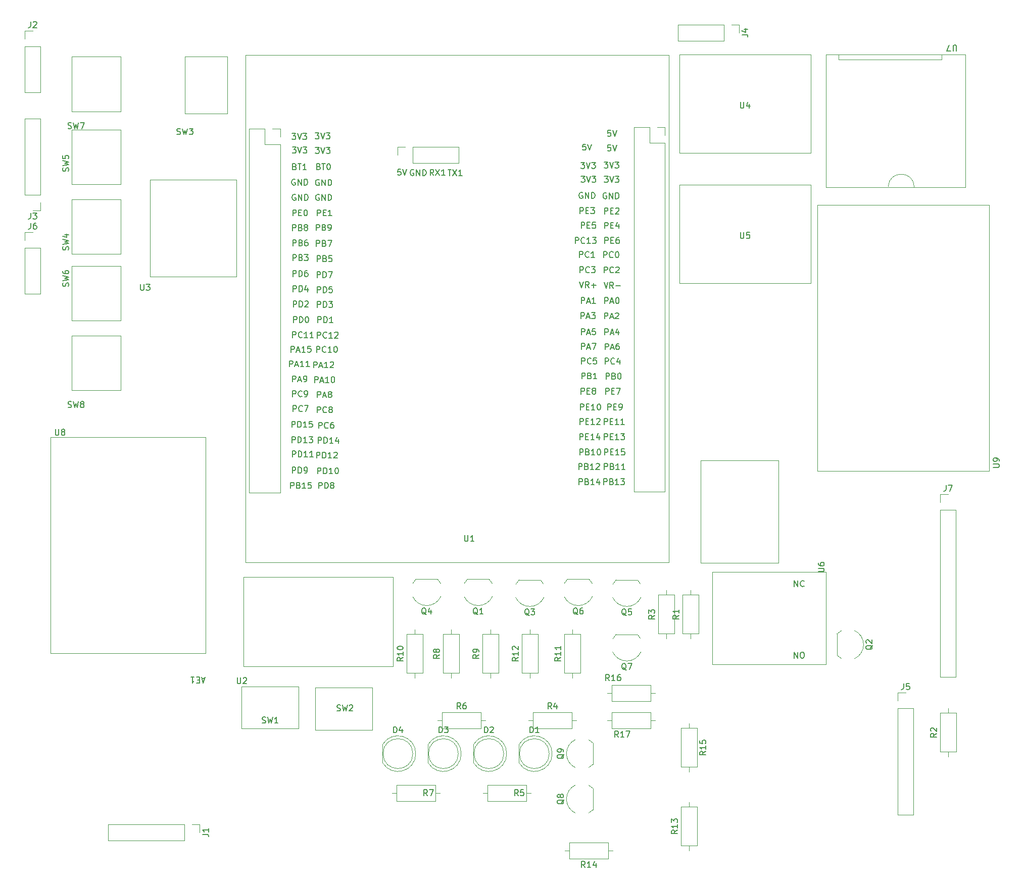
<source format=gbr>
%TF.GenerationSoftware,KiCad,Pcbnew,(6.0.5)*%
%TF.CreationDate,2022-10-04T16:53:02+09:00*%
%TF.ProjectId,DASHBOARD,44415348-424f-4415-9244-2e6b69636164,rev?*%
%TF.SameCoordinates,Original*%
%TF.FileFunction,Legend,Top*%
%TF.FilePolarity,Positive*%
%FSLAX46Y46*%
G04 Gerber Fmt 4.6, Leading zero omitted, Abs format (unit mm)*
G04 Created by KiCad (PCBNEW (6.0.5)) date 2022-10-04 16:53:02*
%MOMM*%
%LPD*%
G01*
G04 APERTURE LIST*
%ADD10C,0.150000*%
%ADD11C,0.120000*%
G04 APERTURE END LIST*
D10*
%TO.C,R16*%
X192148142Y-179477880D02*
X191814809Y-179001690D01*
X191576714Y-179477880D02*
X191576714Y-178477880D01*
X191957666Y-178477880D01*
X192052904Y-178525500D01*
X192100523Y-178573119D01*
X192148142Y-178668357D01*
X192148142Y-178811214D01*
X192100523Y-178906452D01*
X192052904Y-178954071D01*
X191957666Y-179001690D01*
X191576714Y-179001690D01*
X193100523Y-179477880D02*
X192529095Y-179477880D01*
X192814809Y-179477880D02*
X192814809Y-178477880D01*
X192719571Y-178620738D01*
X192624333Y-178715976D01*
X192529095Y-178763595D01*
X193957666Y-178477880D02*
X193767190Y-178477880D01*
X193671952Y-178525500D01*
X193624333Y-178573119D01*
X193529095Y-178715976D01*
X193481476Y-178906452D01*
X193481476Y-179287404D01*
X193529095Y-179382642D01*
X193576714Y-179430261D01*
X193671952Y-179477880D01*
X193862428Y-179477880D01*
X193957666Y-179430261D01*
X194005285Y-179382642D01*
X194052904Y-179287404D01*
X194052904Y-179049309D01*
X194005285Y-178954071D01*
X193957666Y-178906452D01*
X193862428Y-178858833D01*
X193671952Y-178858833D01*
X193576714Y-178906452D01*
X193529095Y-178954071D01*
X193481476Y-179049309D01*
%TO.C,Q7*%
X194976761Y-177693119D02*
X194881523Y-177645500D01*
X194786285Y-177550261D01*
X194643428Y-177407404D01*
X194548190Y-177359785D01*
X194452952Y-177359785D01*
X194500571Y-177597880D02*
X194405333Y-177550261D01*
X194310095Y-177455023D01*
X194262476Y-177264547D01*
X194262476Y-176931214D01*
X194310095Y-176740738D01*
X194405333Y-176645500D01*
X194500571Y-176597880D01*
X194691047Y-176597880D01*
X194786285Y-176645500D01*
X194881523Y-176740738D01*
X194929142Y-176931214D01*
X194929142Y-177264547D01*
X194881523Y-177455023D01*
X194786285Y-177550261D01*
X194691047Y-177597880D01*
X194500571Y-177597880D01*
X195262476Y-176597880D02*
X195929142Y-176597880D01*
X195500571Y-177597880D01*
%TO.C,D1*%
X178839904Y-188217880D02*
X178839904Y-187217880D01*
X179078000Y-187217880D01*
X179220857Y-187265500D01*
X179316095Y-187360738D01*
X179363714Y-187455976D01*
X179411333Y-187646452D01*
X179411333Y-187789309D01*
X179363714Y-187979785D01*
X179316095Y-188075023D01*
X179220857Y-188170261D01*
X179078000Y-188217880D01*
X178839904Y-188217880D01*
X180363714Y-188217880D02*
X179792285Y-188217880D01*
X180078000Y-188217880D02*
X180078000Y-187217880D01*
X179982761Y-187360738D01*
X179887523Y-187455976D01*
X179792285Y-187503595D01*
%TO.C,J5*%
X241474666Y-179972880D02*
X241474666Y-180687166D01*
X241427047Y-180830023D01*
X241331809Y-180925261D01*
X241188952Y-180972880D01*
X241093714Y-180972880D01*
X242427047Y-179972880D02*
X241950857Y-179972880D01*
X241903238Y-180449071D01*
X241950857Y-180401452D01*
X242046095Y-180353833D01*
X242284190Y-180353833D01*
X242379428Y-180401452D01*
X242427047Y-180449071D01*
X242474666Y-180544309D01*
X242474666Y-180782404D01*
X242427047Y-180877642D01*
X242379428Y-180925261D01*
X242284190Y-180972880D01*
X242046095Y-180972880D01*
X241950857Y-180925261D01*
X241903238Y-180877642D01*
%TO.C,U6*%
X227152580Y-161213904D02*
X227962104Y-161213904D01*
X228057342Y-161166285D01*
X228104961Y-161118666D01*
X228152580Y-161023428D01*
X228152580Y-160832952D01*
X228104961Y-160737714D01*
X228057342Y-160690095D01*
X227962104Y-160642476D01*
X227152580Y-160642476D01*
X227152580Y-159737714D02*
X227152580Y-159928190D01*
X227200200Y-160023428D01*
X227247819Y-160071047D01*
X227390676Y-160166285D01*
X227581152Y-160213904D01*
X227962104Y-160213904D01*
X228057342Y-160166285D01*
X228104961Y-160118666D01*
X228152580Y-160023428D01*
X228152580Y-159832952D01*
X228104961Y-159737714D01*
X228057342Y-159690095D01*
X227962104Y-159642476D01*
X227724009Y-159642476D01*
X227628771Y-159690095D01*
X227581152Y-159737714D01*
X227533533Y-159832952D01*
X227533533Y-160023428D01*
X227581152Y-160118666D01*
X227628771Y-160166285D01*
X227724009Y-160213904D01*
%TO.C,R3*%
X199758380Y-168524166D02*
X199282190Y-168857500D01*
X199758380Y-169095595D02*
X198758380Y-169095595D01*
X198758380Y-168714642D01*
X198806000Y-168619404D01*
X198853619Y-168571785D01*
X198948857Y-168524166D01*
X199091714Y-168524166D01*
X199186952Y-168571785D01*
X199234571Y-168619404D01*
X199282190Y-168714642D01*
X199282190Y-169095595D01*
X198758380Y-168190833D02*
X198758380Y-167571785D01*
X199139333Y-167905119D01*
X199139333Y-167762261D01*
X199186952Y-167667023D01*
X199234571Y-167619404D01*
X199329809Y-167571785D01*
X199567904Y-167571785D01*
X199663142Y-167619404D01*
X199710761Y-167667023D01*
X199758380Y-167762261D01*
X199758380Y-168047976D01*
X199710761Y-168143214D01*
X199663142Y-168190833D01*
%TO.C,R15*%
X208313380Y-191352357D02*
X207837190Y-191685690D01*
X208313380Y-191923785D02*
X207313380Y-191923785D01*
X207313380Y-191542833D01*
X207361000Y-191447595D01*
X207408619Y-191399976D01*
X207503857Y-191352357D01*
X207646714Y-191352357D01*
X207741952Y-191399976D01*
X207789571Y-191447595D01*
X207837190Y-191542833D01*
X207837190Y-191923785D01*
X208313380Y-190399976D02*
X208313380Y-190971404D01*
X208313380Y-190685690D02*
X207313380Y-190685690D01*
X207456238Y-190780928D01*
X207551476Y-190876166D01*
X207599095Y-190971404D01*
X207313380Y-189495214D02*
X207313380Y-189971404D01*
X207789571Y-190019023D01*
X207741952Y-189971404D01*
X207694333Y-189876166D01*
X207694333Y-189638071D01*
X207741952Y-189542833D01*
X207789571Y-189495214D01*
X207884809Y-189447595D01*
X208122904Y-189447595D01*
X208218142Y-189495214D01*
X208265761Y-189542833D01*
X208313380Y-189638071D01*
X208313380Y-189876166D01*
X208265761Y-189971404D01*
X208218142Y-190019023D01*
%TO.C,Q9*%
X184550619Y-191820738D02*
X184503000Y-191915976D01*
X184407761Y-192011214D01*
X184264904Y-192154071D01*
X184217285Y-192249309D01*
X184217285Y-192344547D01*
X184455380Y-192296928D02*
X184407761Y-192392166D01*
X184312523Y-192487404D01*
X184122047Y-192535023D01*
X183788714Y-192535023D01*
X183598238Y-192487404D01*
X183503000Y-192392166D01*
X183455380Y-192296928D01*
X183455380Y-192106452D01*
X183503000Y-192011214D01*
X183598238Y-191915976D01*
X183788714Y-191868357D01*
X184122047Y-191868357D01*
X184312523Y-191915976D01*
X184407761Y-192011214D01*
X184455380Y-192106452D01*
X184455380Y-192296928D01*
X184455380Y-191392166D02*
X184455380Y-191201690D01*
X184407761Y-191106452D01*
X184360142Y-191058833D01*
X184217285Y-190963595D01*
X184026809Y-190915976D01*
X183645857Y-190915976D01*
X183550619Y-190963595D01*
X183503000Y-191011214D01*
X183455380Y-191106452D01*
X183455380Y-191296928D01*
X183503000Y-191392166D01*
X183550619Y-191439785D01*
X183645857Y-191487404D01*
X183883952Y-191487404D01*
X183979190Y-191439785D01*
X184026809Y-191392166D01*
X184074428Y-191296928D01*
X184074428Y-191106452D01*
X184026809Y-191011214D01*
X183979190Y-190963595D01*
X183883952Y-190915976D01*
%TO.C,SW7*%
X101424266Y-86846761D02*
X101567123Y-86894380D01*
X101805219Y-86894380D01*
X101900457Y-86846761D01*
X101948076Y-86799142D01*
X101995695Y-86703904D01*
X101995695Y-86608666D01*
X101948076Y-86513428D01*
X101900457Y-86465809D01*
X101805219Y-86418190D01*
X101614742Y-86370571D01*
X101519504Y-86322952D01*
X101471885Y-86275333D01*
X101424266Y-86180095D01*
X101424266Y-86084857D01*
X101471885Y-85989619D01*
X101519504Y-85942000D01*
X101614742Y-85894380D01*
X101852838Y-85894380D01*
X101995695Y-85942000D01*
X102329028Y-85894380D02*
X102567123Y-86894380D01*
X102757600Y-86180095D01*
X102948076Y-86894380D01*
X103186171Y-85894380D01*
X103471885Y-85894380D02*
X104138552Y-85894380D01*
X103709980Y-86894380D01*
%TO.C,Q8*%
X184550619Y-199440738D02*
X184503000Y-199535976D01*
X184407761Y-199631214D01*
X184264904Y-199774071D01*
X184217285Y-199869309D01*
X184217285Y-199964547D01*
X184455380Y-199916928D02*
X184407761Y-200012166D01*
X184312523Y-200107404D01*
X184122047Y-200155023D01*
X183788714Y-200155023D01*
X183598238Y-200107404D01*
X183503000Y-200012166D01*
X183455380Y-199916928D01*
X183455380Y-199726452D01*
X183503000Y-199631214D01*
X183598238Y-199535976D01*
X183788714Y-199488357D01*
X184122047Y-199488357D01*
X184312523Y-199535976D01*
X184407761Y-199631214D01*
X184455380Y-199726452D01*
X184455380Y-199916928D01*
X183883952Y-198916928D02*
X183836333Y-199012166D01*
X183788714Y-199059785D01*
X183693476Y-199107404D01*
X183645857Y-199107404D01*
X183550619Y-199059785D01*
X183503000Y-199012166D01*
X183455380Y-198916928D01*
X183455380Y-198726452D01*
X183503000Y-198631214D01*
X183550619Y-198583595D01*
X183645857Y-198535976D01*
X183693476Y-198535976D01*
X183788714Y-198583595D01*
X183836333Y-198631214D01*
X183883952Y-198726452D01*
X183883952Y-198916928D01*
X183931571Y-199012166D01*
X183979190Y-199059785D01*
X184074428Y-199107404D01*
X184264904Y-199107404D01*
X184360142Y-199059785D01*
X184407761Y-199012166D01*
X184455380Y-198916928D01*
X184455380Y-198726452D01*
X184407761Y-198631214D01*
X184360142Y-198583595D01*
X184264904Y-198535976D01*
X184074428Y-198535976D01*
X183979190Y-198583595D01*
X183931571Y-198631214D01*
X183883952Y-198726452D01*
%TO.C,Q6*%
X186848761Y-168401119D02*
X186753523Y-168353500D01*
X186658285Y-168258261D01*
X186515428Y-168115404D01*
X186420190Y-168067785D01*
X186324952Y-168067785D01*
X186372571Y-168305880D02*
X186277333Y-168258261D01*
X186182095Y-168163023D01*
X186134476Y-167972547D01*
X186134476Y-167639214D01*
X186182095Y-167448738D01*
X186277333Y-167353500D01*
X186372571Y-167305880D01*
X186563047Y-167305880D01*
X186658285Y-167353500D01*
X186753523Y-167448738D01*
X186801142Y-167639214D01*
X186801142Y-167972547D01*
X186753523Y-168163023D01*
X186658285Y-168258261D01*
X186563047Y-168305880D01*
X186372571Y-168305880D01*
X187658285Y-167305880D02*
X187467809Y-167305880D01*
X187372571Y-167353500D01*
X187324952Y-167401119D01*
X187229714Y-167543976D01*
X187182095Y-167734452D01*
X187182095Y-168115404D01*
X187229714Y-168210642D01*
X187277333Y-168258261D01*
X187372571Y-168305880D01*
X187563047Y-168305880D01*
X187658285Y-168258261D01*
X187705904Y-168210642D01*
X187753523Y-168115404D01*
X187753523Y-167877309D01*
X187705904Y-167782071D01*
X187658285Y-167734452D01*
X187563047Y-167686833D01*
X187372571Y-167686833D01*
X187277333Y-167734452D01*
X187229714Y-167782071D01*
X187182095Y-167877309D01*
%TO.C,R7*%
X161636333Y-198781880D02*
X161303000Y-198305690D01*
X161064904Y-198781880D02*
X161064904Y-197781880D01*
X161445857Y-197781880D01*
X161541095Y-197829500D01*
X161588714Y-197877119D01*
X161636333Y-197972357D01*
X161636333Y-198115214D01*
X161588714Y-198210452D01*
X161541095Y-198258071D01*
X161445857Y-198305690D01*
X161064904Y-198305690D01*
X161969666Y-197781880D02*
X162636333Y-197781880D01*
X162207761Y-198781880D01*
%TO.C,Q5*%
X194976761Y-168549119D02*
X194881523Y-168501500D01*
X194786285Y-168406261D01*
X194643428Y-168263404D01*
X194548190Y-168215785D01*
X194452952Y-168215785D01*
X194500571Y-168453880D02*
X194405333Y-168406261D01*
X194310095Y-168311023D01*
X194262476Y-168120547D01*
X194262476Y-167787214D01*
X194310095Y-167596738D01*
X194405333Y-167501500D01*
X194500571Y-167453880D01*
X194691047Y-167453880D01*
X194786285Y-167501500D01*
X194881523Y-167596738D01*
X194929142Y-167787214D01*
X194929142Y-168120547D01*
X194881523Y-168311023D01*
X194786285Y-168406261D01*
X194691047Y-168453880D01*
X194500571Y-168453880D01*
X195833904Y-167453880D02*
X195357714Y-167453880D01*
X195310095Y-167930071D01*
X195357714Y-167882452D01*
X195452952Y-167834833D01*
X195691047Y-167834833D01*
X195786285Y-167882452D01*
X195833904Y-167930071D01*
X195881523Y-168025309D01*
X195881523Y-168263404D01*
X195833904Y-168358642D01*
X195786285Y-168406261D01*
X195691047Y-168453880D01*
X195452952Y-168453880D01*
X195357714Y-168406261D01*
X195310095Y-168358642D01*
%TO.C,R14*%
X188084142Y-210803880D02*
X187750809Y-210327690D01*
X187512714Y-210803880D02*
X187512714Y-209803880D01*
X187893666Y-209803880D01*
X187988904Y-209851500D01*
X188036523Y-209899119D01*
X188084142Y-209994357D01*
X188084142Y-210137214D01*
X188036523Y-210232452D01*
X187988904Y-210280071D01*
X187893666Y-210327690D01*
X187512714Y-210327690D01*
X189036523Y-210803880D02*
X188465095Y-210803880D01*
X188750809Y-210803880D02*
X188750809Y-209803880D01*
X188655571Y-209946738D01*
X188560333Y-210041976D01*
X188465095Y-210089595D01*
X189893666Y-210137214D02*
X189893666Y-210803880D01*
X189655571Y-209756261D02*
X189417476Y-210470547D01*
X190036523Y-210470547D01*
%TO.C,Q1*%
X170084761Y-168401119D02*
X169989523Y-168353500D01*
X169894285Y-168258261D01*
X169751428Y-168115404D01*
X169656190Y-168067785D01*
X169560952Y-168067785D01*
X169608571Y-168305880D02*
X169513333Y-168258261D01*
X169418095Y-168163023D01*
X169370476Y-167972547D01*
X169370476Y-167639214D01*
X169418095Y-167448738D01*
X169513333Y-167353500D01*
X169608571Y-167305880D01*
X169799047Y-167305880D01*
X169894285Y-167353500D01*
X169989523Y-167448738D01*
X170037142Y-167639214D01*
X170037142Y-167972547D01*
X169989523Y-168163023D01*
X169894285Y-168258261D01*
X169799047Y-168305880D01*
X169608571Y-168305880D01*
X170989523Y-168305880D02*
X170418095Y-168305880D01*
X170703809Y-168305880D02*
X170703809Y-167305880D01*
X170608571Y-167448738D01*
X170513333Y-167543976D01*
X170418095Y-167591595D01*
%TO.C,D2*%
X171219904Y-188217880D02*
X171219904Y-187217880D01*
X171458000Y-187217880D01*
X171600857Y-187265500D01*
X171696095Y-187360738D01*
X171743714Y-187455976D01*
X171791333Y-187646452D01*
X171791333Y-187789309D01*
X171743714Y-187979785D01*
X171696095Y-188075023D01*
X171600857Y-188170261D01*
X171458000Y-188217880D01*
X171219904Y-188217880D01*
X172172285Y-187313119D02*
X172219904Y-187265500D01*
X172315142Y-187217880D01*
X172553238Y-187217880D01*
X172648476Y-187265500D01*
X172696095Y-187313119D01*
X172743714Y-187408357D01*
X172743714Y-187503595D01*
X172696095Y-187646452D01*
X172124666Y-188217880D01*
X172743714Y-188217880D01*
%TO.C,AE1*%
X124342166Y-179132033D02*
X123865976Y-179132033D01*
X124437404Y-178846319D02*
X124104071Y-179846319D01*
X123770738Y-178846319D01*
X123437404Y-179370128D02*
X123104071Y-179370128D01*
X122961214Y-178846319D02*
X123437404Y-178846319D01*
X123437404Y-179846319D01*
X122961214Y-179846319D01*
X122008833Y-178846319D02*
X122580261Y-178846319D01*
X122294547Y-178846319D02*
X122294547Y-179846319D01*
X122389785Y-179703461D01*
X122485023Y-179608223D01*
X122580261Y-179560604D01*
%TO.C,U4*%
X214122095Y-82465880D02*
X214122095Y-83275404D01*
X214169714Y-83370642D01*
X214217333Y-83418261D01*
X214312571Y-83465880D01*
X214503047Y-83465880D01*
X214598285Y-83418261D01*
X214645904Y-83370642D01*
X214693523Y-83275404D01*
X214693523Y-82465880D01*
X215598285Y-82799214D02*
X215598285Y-83465880D01*
X215360190Y-82418261D02*
X215122095Y-83132547D01*
X215741142Y-83132547D01*
%TO.C,U3*%
X113576795Y-113009580D02*
X113576795Y-113819104D01*
X113624414Y-113914342D01*
X113672033Y-113961961D01*
X113767271Y-114009580D01*
X113957747Y-114009580D01*
X114052985Y-113961961D01*
X114100604Y-113914342D01*
X114148223Y-113819104D01*
X114148223Y-113009580D01*
X114529176Y-113009580D02*
X115148223Y-113009580D01*
X114814890Y-113390533D01*
X114957747Y-113390533D01*
X115052985Y-113438152D01*
X115100604Y-113485771D01*
X115148223Y-113581009D01*
X115148223Y-113819104D01*
X115100604Y-113914342D01*
X115052985Y-113961961D01*
X114957747Y-114009580D01*
X114672033Y-114009580D01*
X114576795Y-113961961D01*
X114529176Y-113914342D01*
%TO.C,R10*%
X157594380Y-175604357D02*
X157118190Y-175937690D01*
X157594380Y-176175785D02*
X156594380Y-176175785D01*
X156594380Y-175794833D01*
X156642000Y-175699595D01*
X156689619Y-175651976D01*
X156784857Y-175604357D01*
X156927714Y-175604357D01*
X157022952Y-175651976D01*
X157070571Y-175699595D01*
X157118190Y-175794833D01*
X157118190Y-176175785D01*
X157594380Y-174651976D02*
X157594380Y-175223404D01*
X157594380Y-174937690D02*
X156594380Y-174937690D01*
X156737238Y-175032928D01*
X156832476Y-175128166D01*
X156880095Y-175223404D01*
X156594380Y-174032928D02*
X156594380Y-173937690D01*
X156642000Y-173842452D01*
X156689619Y-173794833D01*
X156784857Y-173747214D01*
X156975333Y-173699595D01*
X157213428Y-173699595D01*
X157403904Y-173747214D01*
X157499142Y-173794833D01*
X157546761Y-173842452D01*
X157594380Y-173937690D01*
X157594380Y-174032928D01*
X157546761Y-174128166D01*
X157499142Y-174175785D01*
X157403904Y-174223404D01*
X157213428Y-174271023D01*
X156975333Y-174271023D01*
X156784857Y-174223404D01*
X156689619Y-174175785D01*
X156642000Y-174128166D01*
X156594380Y-174032928D01*
%TO.C,K1*%
X223162285Y-163697880D02*
X223162285Y-162697880D01*
X223733714Y-163697880D01*
X223733714Y-162697880D01*
X224781333Y-163602642D02*
X224733714Y-163650261D01*
X224590857Y-163697880D01*
X224495619Y-163697880D01*
X224352761Y-163650261D01*
X224257523Y-163555023D01*
X224209904Y-163459785D01*
X224162285Y-163269309D01*
X224162285Y-163126452D01*
X224209904Y-162935976D01*
X224257523Y-162840738D01*
X224352761Y-162745500D01*
X224495619Y-162697880D01*
X224590857Y-162697880D01*
X224733714Y-162745500D01*
X224781333Y-162793119D01*
X223138476Y-175697880D02*
X223138476Y-174697880D01*
X223709904Y-175697880D01*
X223709904Y-174697880D01*
X224376571Y-174697880D02*
X224567047Y-174697880D01*
X224662285Y-174745500D01*
X224757523Y-174840738D01*
X224805142Y-175031214D01*
X224805142Y-175364547D01*
X224757523Y-175555023D01*
X224662285Y-175650261D01*
X224567047Y-175697880D01*
X224376571Y-175697880D01*
X224281333Y-175650261D01*
X224186095Y-175555023D01*
X224138476Y-175364547D01*
X224138476Y-175031214D01*
X224186095Y-174840738D01*
X224281333Y-174745500D01*
X224376571Y-174697880D01*
%TO.C,R4*%
X182464333Y-184219880D02*
X182131000Y-183743690D01*
X181892904Y-184219880D02*
X181892904Y-183219880D01*
X182273857Y-183219880D01*
X182369095Y-183267500D01*
X182416714Y-183315119D01*
X182464333Y-183410357D01*
X182464333Y-183553214D01*
X182416714Y-183648452D01*
X182369095Y-183696071D01*
X182273857Y-183743690D01*
X181892904Y-183743690D01*
X183321476Y-183553214D02*
X183321476Y-184219880D01*
X183083380Y-183172261D02*
X182845285Y-183886547D01*
X183464333Y-183886547D01*
%TO.C,R12*%
X176898380Y-175604357D02*
X176422190Y-175937690D01*
X176898380Y-176175785D02*
X175898380Y-176175785D01*
X175898380Y-175794833D01*
X175946000Y-175699595D01*
X175993619Y-175651976D01*
X176088857Y-175604357D01*
X176231714Y-175604357D01*
X176326952Y-175651976D01*
X176374571Y-175699595D01*
X176422190Y-175794833D01*
X176422190Y-176175785D01*
X176898380Y-174651976D02*
X176898380Y-175223404D01*
X176898380Y-174937690D02*
X175898380Y-174937690D01*
X176041238Y-175032928D01*
X176136476Y-175128166D01*
X176184095Y-175223404D01*
X175993619Y-174271023D02*
X175946000Y-174223404D01*
X175898380Y-174128166D01*
X175898380Y-173890071D01*
X175946000Y-173794833D01*
X175993619Y-173747214D01*
X176088857Y-173699595D01*
X176184095Y-173699595D01*
X176326952Y-173747214D01*
X176898380Y-174318642D01*
X176898380Y-173699595D01*
%TO.C,R11*%
X184010380Y-175604357D02*
X183534190Y-175937690D01*
X184010380Y-176175785D02*
X183010380Y-176175785D01*
X183010380Y-175794833D01*
X183058000Y-175699595D01*
X183105619Y-175651976D01*
X183200857Y-175604357D01*
X183343714Y-175604357D01*
X183438952Y-175651976D01*
X183486571Y-175699595D01*
X183534190Y-175794833D01*
X183534190Y-176175785D01*
X184010380Y-174651976D02*
X184010380Y-175223404D01*
X184010380Y-174937690D02*
X183010380Y-174937690D01*
X183153238Y-175032928D01*
X183248476Y-175128166D01*
X183296095Y-175223404D01*
X184010380Y-173699595D02*
X184010380Y-174271023D01*
X184010380Y-173985309D02*
X183010380Y-173985309D01*
X183153238Y-174080547D01*
X183248476Y-174175785D01*
X183296095Y-174271023D01*
%TO.C,SW3*%
X119691066Y-87839761D02*
X119833923Y-87887380D01*
X120072019Y-87887380D01*
X120167257Y-87839761D01*
X120214876Y-87792142D01*
X120262495Y-87696904D01*
X120262495Y-87601666D01*
X120214876Y-87506428D01*
X120167257Y-87458809D01*
X120072019Y-87411190D01*
X119881542Y-87363571D01*
X119786304Y-87315952D01*
X119738685Y-87268333D01*
X119691066Y-87173095D01*
X119691066Y-87077857D01*
X119738685Y-86982619D01*
X119786304Y-86935000D01*
X119881542Y-86887380D01*
X120119638Y-86887380D01*
X120262495Y-86935000D01*
X120595828Y-86887380D02*
X120833923Y-87887380D01*
X121024400Y-87173095D01*
X121214876Y-87887380D01*
X121452971Y-86887380D01*
X121738685Y-86887380D02*
X122357733Y-86887380D01*
X122024400Y-87268333D01*
X122167257Y-87268333D01*
X122262495Y-87315952D01*
X122310114Y-87363571D01*
X122357733Y-87458809D01*
X122357733Y-87696904D01*
X122310114Y-87792142D01*
X122262495Y-87839761D01*
X122167257Y-87887380D01*
X121881542Y-87887380D01*
X121786304Y-87839761D01*
X121738685Y-87792142D01*
%TO.C,SW6*%
X101496761Y-113347333D02*
X101544380Y-113204476D01*
X101544380Y-112966380D01*
X101496761Y-112871142D01*
X101449142Y-112823523D01*
X101353904Y-112775904D01*
X101258666Y-112775904D01*
X101163428Y-112823523D01*
X101115809Y-112871142D01*
X101068190Y-112966380D01*
X101020571Y-113156857D01*
X100972952Y-113252095D01*
X100925333Y-113299714D01*
X100830095Y-113347333D01*
X100734857Y-113347333D01*
X100639619Y-113299714D01*
X100592000Y-113252095D01*
X100544380Y-113156857D01*
X100544380Y-112918761D01*
X100592000Y-112775904D01*
X100544380Y-112442571D02*
X101544380Y-112204476D01*
X100830095Y-112014000D01*
X101544380Y-111823523D01*
X100544380Y-111585428D01*
X100544380Y-110775904D02*
X100544380Y-110966380D01*
X100592000Y-111061619D01*
X100639619Y-111109238D01*
X100782476Y-111204476D01*
X100972952Y-111252095D01*
X101353904Y-111252095D01*
X101449142Y-111204476D01*
X101496761Y-111156857D01*
X101544380Y-111061619D01*
X101544380Y-110871142D01*
X101496761Y-110775904D01*
X101449142Y-110728285D01*
X101353904Y-110680666D01*
X101115809Y-110680666D01*
X101020571Y-110728285D01*
X100972952Y-110775904D01*
X100925333Y-110871142D01*
X100925333Y-111061619D01*
X100972952Y-111156857D01*
X101020571Y-111204476D01*
X101115809Y-111252095D01*
%TO.C,D4*%
X155979904Y-188217880D02*
X155979904Y-187217880D01*
X156218000Y-187217880D01*
X156360857Y-187265500D01*
X156456095Y-187360738D01*
X156503714Y-187455976D01*
X156551333Y-187646452D01*
X156551333Y-187789309D01*
X156503714Y-187979785D01*
X156456095Y-188075023D01*
X156360857Y-188170261D01*
X156218000Y-188217880D01*
X155979904Y-188217880D01*
X157408476Y-187551214D02*
X157408476Y-188217880D01*
X157170380Y-187170261D02*
X156932285Y-187884547D01*
X157551333Y-187884547D01*
%TO.C,Q3*%
X178720761Y-168549119D02*
X178625523Y-168501500D01*
X178530285Y-168406261D01*
X178387428Y-168263404D01*
X178292190Y-168215785D01*
X178196952Y-168215785D01*
X178244571Y-168453880D02*
X178149333Y-168406261D01*
X178054095Y-168311023D01*
X178006476Y-168120547D01*
X178006476Y-167787214D01*
X178054095Y-167596738D01*
X178149333Y-167501500D01*
X178244571Y-167453880D01*
X178435047Y-167453880D01*
X178530285Y-167501500D01*
X178625523Y-167596738D01*
X178673142Y-167787214D01*
X178673142Y-168120547D01*
X178625523Y-168311023D01*
X178530285Y-168406261D01*
X178435047Y-168453880D01*
X178244571Y-168453880D01*
X179006476Y-167453880D02*
X179625523Y-167453880D01*
X179292190Y-167834833D01*
X179435047Y-167834833D01*
X179530285Y-167882452D01*
X179577904Y-167930071D01*
X179625523Y-168025309D01*
X179625523Y-168263404D01*
X179577904Y-168358642D01*
X179530285Y-168406261D01*
X179435047Y-168453880D01*
X179149333Y-168453880D01*
X179054095Y-168406261D01*
X179006476Y-168358642D01*
%TO.C,J4*%
X214370380Y-71154833D02*
X215084666Y-71154833D01*
X215227523Y-71202452D01*
X215322761Y-71297690D01*
X215370380Y-71440547D01*
X215370380Y-71535785D01*
X214703714Y-70250071D02*
X215370380Y-70250071D01*
X214322761Y-70488166D02*
X215037047Y-70726261D01*
X215037047Y-70107214D01*
%TO.C,SW1*%
X133966366Y-186542261D02*
X134109223Y-186589880D01*
X134347319Y-186589880D01*
X134442557Y-186542261D01*
X134490176Y-186494642D01*
X134537795Y-186399404D01*
X134537795Y-186304166D01*
X134490176Y-186208928D01*
X134442557Y-186161309D01*
X134347319Y-186113690D01*
X134156842Y-186066071D01*
X134061604Y-186018452D01*
X134013985Y-185970833D01*
X133966366Y-185875595D01*
X133966366Y-185780357D01*
X134013985Y-185685119D01*
X134061604Y-185637500D01*
X134156842Y-185589880D01*
X134394938Y-185589880D01*
X134537795Y-185637500D01*
X134871128Y-185589880D02*
X135109223Y-186589880D01*
X135299700Y-185875595D01*
X135490176Y-186589880D01*
X135728271Y-185589880D01*
X136633033Y-186589880D02*
X136061604Y-186589880D01*
X136347319Y-186589880D02*
X136347319Y-185589880D01*
X136252080Y-185732738D01*
X136156842Y-185827976D01*
X136061604Y-185875595D01*
%TO.C,SW2*%
X146494666Y-184510261D02*
X146637523Y-184557880D01*
X146875619Y-184557880D01*
X146970857Y-184510261D01*
X147018476Y-184462642D01*
X147066095Y-184367404D01*
X147066095Y-184272166D01*
X147018476Y-184176928D01*
X146970857Y-184129309D01*
X146875619Y-184081690D01*
X146685142Y-184034071D01*
X146589904Y-183986452D01*
X146542285Y-183938833D01*
X146494666Y-183843595D01*
X146494666Y-183748357D01*
X146542285Y-183653119D01*
X146589904Y-183605500D01*
X146685142Y-183557880D01*
X146923238Y-183557880D01*
X147066095Y-183605500D01*
X147399428Y-183557880D02*
X147637523Y-184557880D01*
X147828000Y-183843595D01*
X148018476Y-184557880D01*
X148256571Y-183557880D01*
X148589904Y-183653119D02*
X148637523Y-183605500D01*
X148732761Y-183557880D01*
X148970857Y-183557880D01*
X149066095Y-183605500D01*
X149113714Y-183653119D01*
X149161333Y-183748357D01*
X149161333Y-183843595D01*
X149113714Y-183986452D01*
X148542285Y-184557880D01*
X149161333Y-184557880D01*
%TO.C,R6*%
X167224333Y-184219880D02*
X166891000Y-183743690D01*
X166652904Y-184219880D02*
X166652904Y-183219880D01*
X167033857Y-183219880D01*
X167129095Y-183267500D01*
X167176714Y-183315119D01*
X167224333Y-183410357D01*
X167224333Y-183553214D01*
X167176714Y-183648452D01*
X167129095Y-183696071D01*
X167033857Y-183743690D01*
X166652904Y-183743690D01*
X168081476Y-183219880D02*
X167891000Y-183219880D01*
X167795761Y-183267500D01*
X167748142Y-183315119D01*
X167652904Y-183457976D01*
X167605285Y-183648452D01*
X167605285Y-184029404D01*
X167652904Y-184124642D01*
X167700523Y-184172261D01*
X167795761Y-184219880D01*
X167986238Y-184219880D01*
X168081476Y-184172261D01*
X168129095Y-184124642D01*
X168176714Y-184029404D01*
X168176714Y-183791309D01*
X168129095Y-183696071D01*
X168081476Y-183648452D01*
X167986238Y-183600833D01*
X167795761Y-183600833D01*
X167700523Y-183648452D01*
X167652904Y-183696071D01*
X167605285Y-183791309D01*
%TO.C,R8*%
X163690380Y-175128166D02*
X163214190Y-175461500D01*
X163690380Y-175699595D02*
X162690380Y-175699595D01*
X162690380Y-175318642D01*
X162738000Y-175223404D01*
X162785619Y-175175785D01*
X162880857Y-175128166D01*
X163023714Y-175128166D01*
X163118952Y-175175785D01*
X163166571Y-175223404D01*
X163214190Y-175318642D01*
X163214190Y-175699595D01*
X163118952Y-174556738D02*
X163071333Y-174651976D01*
X163023714Y-174699595D01*
X162928476Y-174747214D01*
X162880857Y-174747214D01*
X162785619Y-174699595D01*
X162738000Y-174651976D01*
X162690380Y-174556738D01*
X162690380Y-174366261D01*
X162738000Y-174271023D01*
X162785619Y-174223404D01*
X162880857Y-174175785D01*
X162928476Y-174175785D01*
X163023714Y-174223404D01*
X163071333Y-174271023D01*
X163118952Y-174366261D01*
X163118952Y-174556738D01*
X163166571Y-174651976D01*
X163214190Y-174699595D01*
X163309428Y-174747214D01*
X163499904Y-174747214D01*
X163595142Y-174699595D01*
X163642761Y-174651976D01*
X163690380Y-174556738D01*
X163690380Y-174366261D01*
X163642761Y-174271023D01*
X163595142Y-174223404D01*
X163499904Y-174175785D01*
X163309428Y-174175785D01*
X163214190Y-174223404D01*
X163166571Y-174271023D01*
X163118952Y-174366261D01*
%TO.C,R5*%
X176876333Y-198781880D02*
X176543000Y-198305690D01*
X176304904Y-198781880D02*
X176304904Y-197781880D01*
X176685857Y-197781880D01*
X176781095Y-197829500D01*
X176828714Y-197877119D01*
X176876333Y-197972357D01*
X176876333Y-198115214D01*
X176828714Y-198210452D01*
X176781095Y-198258071D01*
X176685857Y-198305690D01*
X176304904Y-198305690D01*
X177781095Y-197781880D02*
X177304904Y-197781880D01*
X177257285Y-198258071D01*
X177304904Y-198210452D01*
X177400142Y-198162833D01*
X177638238Y-198162833D01*
X177733476Y-198210452D01*
X177781095Y-198258071D01*
X177828714Y-198353309D01*
X177828714Y-198591404D01*
X177781095Y-198686642D01*
X177733476Y-198734261D01*
X177638238Y-198781880D01*
X177400142Y-198781880D01*
X177304904Y-198734261D01*
X177257285Y-198686642D01*
%TO.C,SW4*%
X101496761Y-107251333D02*
X101544380Y-107108476D01*
X101544380Y-106870380D01*
X101496761Y-106775142D01*
X101449142Y-106727523D01*
X101353904Y-106679904D01*
X101258666Y-106679904D01*
X101163428Y-106727523D01*
X101115809Y-106775142D01*
X101068190Y-106870380D01*
X101020571Y-107060857D01*
X100972952Y-107156095D01*
X100925333Y-107203714D01*
X100830095Y-107251333D01*
X100734857Y-107251333D01*
X100639619Y-107203714D01*
X100592000Y-107156095D01*
X100544380Y-107060857D01*
X100544380Y-106822761D01*
X100592000Y-106679904D01*
X100544380Y-106346571D02*
X101544380Y-106108476D01*
X100830095Y-105918000D01*
X101544380Y-105727523D01*
X100544380Y-105489428D01*
X100877714Y-104679904D02*
X101544380Y-104679904D01*
X100496761Y-104918000D02*
X101211047Y-105156095D01*
X101211047Y-104537047D01*
%TO.C,U8*%
X99314095Y-137329880D02*
X99314095Y-138139404D01*
X99361714Y-138234642D01*
X99409333Y-138282261D01*
X99504571Y-138329880D01*
X99695047Y-138329880D01*
X99790285Y-138282261D01*
X99837904Y-138234642D01*
X99885523Y-138139404D01*
X99885523Y-137329880D01*
X100504571Y-137758452D02*
X100409333Y-137710833D01*
X100361714Y-137663214D01*
X100314095Y-137567976D01*
X100314095Y-137520357D01*
X100361714Y-137425119D01*
X100409333Y-137377500D01*
X100504571Y-137329880D01*
X100695047Y-137329880D01*
X100790285Y-137377500D01*
X100837904Y-137425119D01*
X100885523Y-137520357D01*
X100885523Y-137567976D01*
X100837904Y-137663214D01*
X100790285Y-137710833D01*
X100695047Y-137758452D01*
X100504571Y-137758452D01*
X100409333Y-137806071D01*
X100361714Y-137853690D01*
X100314095Y-137948928D01*
X100314095Y-138139404D01*
X100361714Y-138234642D01*
X100409333Y-138282261D01*
X100504571Y-138329880D01*
X100695047Y-138329880D01*
X100790285Y-138282261D01*
X100837904Y-138234642D01*
X100885523Y-138139404D01*
X100885523Y-137948928D01*
X100837904Y-137853690D01*
X100790285Y-137806071D01*
X100695047Y-137758452D01*
%TO.C,D3*%
X163599904Y-188217880D02*
X163599904Y-187217880D01*
X163838000Y-187217880D01*
X163980857Y-187265500D01*
X164076095Y-187360738D01*
X164123714Y-187455976D01*
X164171333Y-187646452D01*
X164171333Y-187789309D01*
X164123714Y-187979785D01*
X164076095Y-188075023D01*
X163980857Y-188170261D01*
X163838000Y-188217880D01*
X163599904Y-188217880D01*
X164504666Y-187217880D02*
X165123714Y-187217880D01*
X164790380Y-187598833D01*
X164933238Y-187598833D01*
X165028476Y-187646452D01*
X165076095Y-187694071D01*
X165123714Y-187789309D01*
X165123714Y-188027404D01*
X165076095Y-188122642D01*
X165028476Y-188170261D01*
X164933238Y-188217880D01*
X164647523Y-188217880D01*
X164552285Y-188170261D01*
X164504666Y-188122642D01*
%TO.C,U5*%
X214122095Y-104309880D02*
X214122095Y-105119404D01*
X214169714Y-105214642D01*
X214217333Y-105262261D01*
X214312571Y-105309880D01*
X214503047Y-105309880D01*
X214598285Y-105262261D01*
X214645904Y-105214642D01*
X214693523Y-105119404D01*
X214693523Y-104309880D01*
X215645904Y-104309880D02*
X215169714Y-104309880D01*
X215122095Y-104786071D01*
X215169714Y-104738452D01*
X215264952Y-104690833D01*
X215503047Y-104690833D01*
X215598285Y-104738452D01*
X215645904Y-104786071D01*
X215693523Y-104881309D01*
X215693523Y-105119404D01*
X215645904Y-105214642D01*
X215598285Y-105262261D01*
X215503047Y-105309880D01*
X215264952Y-105309880D01*
X215169714Y-105262261D01*
X215122095Y-105214642D01*
%TO.C,U1*%
X167894095Y-155109880D02*
X167894095Y-155919404D01*
X167941714Y-156014642D01*
X167989333Y-156062261D01*
X168084571Y-156109880D01*
X168275047Y-156109880D01*
X168370285Y-156062261D01*
X168417904Y-156014642D01*
X168465523Y-155919404D01*
X168465523Y-155109880D01*
X169465523Y-156109880D02*
X168894095Y-156109880D01*
X169179809Y-156109880D02*
X169179809Y-155109880D01*
X169084571Y-155252738D01*
X168989333Y-155347976D01*
X168894095Y-155395595D01*
X187429904Y-94877880D02*
X188048952Y-94877880D01*
X187715619Y-95258833D01*
X187858476Y-95258833D01*
X187953714Y-95306452D01*
X188001333Y-95354071D01*
X188048952Y-95449309D01*
X188048952Y-95687404D01*
X188001333Y-95782642D01*
X187953714Y-95830261D01*
X187858476Y-95877880D01*
X187572761Y-95877880D01*
X187477523Y-95830261D01*
X187429904Y-95782642D01*
X188334666Y-94877880D02*
X188668000Y-95877880D01*
X189001333Y-94877880D01*
X189239428Y-94877880D02*
X189858476Y-94877880D01*
X189525142Y-95258833D01*
X189668000Y-95258833D01*
X189763238Y-95306452D01*
X189810857Y-95354071D01*
X189858476Y-95449309D01*
X189858476Y-95687404D01*
X189810857Y-95782642D01*
X189763238Y-95830261D01*
X189668000Y-95877880D01*
X189382285Y-95877880D01*
X189287047Y-95830261D01*
X189239428Y-95782642D01*
X138969904Y-87710880D02*
X139588952Y-87710880D01*
X139255619Y-88091833D01*
X139398476Y-88091833D01*
X139493714Y-88139452D01*
X139541333Y-88187071D01*
X139588952Y-88282309D01*
X139588952Y-88520404D01*
X139541333Y-88615642D01*
X139493714Y-88663261D01*
X139398476Y-88710880D01*
X139112761Y-88710880D01*
X139017523Y-88663261D01*
X138969904Y-88615642D01*
X139874666Y-87710880D02*
X140208000Y-88710880D01*
X140541333Y-87710880D01*
X140779428Y-87710880D02*
X141398476Y-87710880D01*
X141065142Y-88091833D01*
X141208000Y-88091833D01*
X141303238Y-88139452D01*
X141350857Y-88187071D01*
X141398476Y-88282309D01*
X141398476Y-88520404D01*
X141350857Y-88615642D01*
X141303238Y-88663261D01*
X141208000Y-88710880D01*
X140922285Y-88710880D01*
X140827047Y-88663261D01*
X140779428Y-88615642D01*
X187149904Y-108507880D02*
X187149904Y-107507880D01*
X187530857Y-107507880D01*
X187626095Y-107555500D01*
X187673714Y-107603119D01*
X187721333Y-107698357D01*
X187721333Y-107841214D01*
X187673714Y-107936452D01*
X187626095Y-107984071D01*
X187530857Y-108031690D01*
X187149904Y-108031690D01*
X188721333Y-108412642D02*
X188673714Y-108460261D01*
X188530857Y-108507880D01*
X188435619Y-108507880D01*
X188292761Y-108460261D01*
X188197523Y-108365023D01*
X188149904Y-108269785D01*
X188102285Y-108079309D01*
X188102285Y-107936452D01*
X188149904Y-107745976D01*
X188197523Y-107650738D01*
X188292761Y-107555500D01*
X188435619Y-107507880D01*
X188530857Y-107507880D01*
X188673714Y-107555500D01*
X188721333Y-107603119D01*
X189673714Y-108507880D02*
X189102285Y-108507880D01*
X189388000Y-108507880D02*
X189388000Y-107507880D01*
X189292761Y-107650738D01*
X189197523Y-107745976D01*
X189102285Y-107793595D01*
X143506095Y-97988500D02*
X143410857Y-97940880D01*
X143268000Y-97940880D01*
X143125142Y-97988500D01*
X143029904Y-98083738D01*
X142982285Y-98178976D01*
X142934666Y-98369452D01*
X142934666Y-98512309D01*
X142982285Y-98702785D01*
X143029904Y-98798023D01*
X143125142Y-98893261D01*
X143268000Y-98940880D01*
X143363238Y-98940880D01*
X143506095Y-98893261D01*
X143553714Y-98845642D01*
X143553714Y-98512309D01*
X143363238Y-98512309D01*
X143982285Y-98940880D02*
X143982285Y-97940880D01*
X144553714Y-98940880D01*
X144553714Y-97940880D01*
X145029904Y-98940880D02*
X145029904Y-97940880D01*
X145268000Y-97940880D01*
X145410857Y-97988500D01*
X145506095Y-98083738D01*
X145553714Y-98178976D01*
X145601333Y-98369452D01*
X145601333Y-98512309D01*
X145553714Y-98702785D01*
X145506095Y-98798023D01*
X145410857Y-98893261D01*
X145268000Y-98940880D01*
X145029904Y-98940880D01*
X187471333Y-121457880D02*
X187471333Y-120457880D01*
X187852285Y-120457880D01*
X187947523Y-120505500D01*
X187995142Y-120553119D01*
X188042761Y-120648357D01*
X188042761Y-120791214D01*
X187995142Y-120886452D01*
X187947523Y-120934071D01*
X187852285Y-120981690D01*
X187471333Y-120981690D01*
X188423714Y-121172166D02*
X188899904Y-121172166D01*
X188328476Y-121457880D02*
X188661809Y-120457880D01*
X188995142Y-121457880D01*
X189804666Y-120457880D02*
X189328476Y-120457880D01*
X189280857Y-120934071D01*
X189328476Y-120886452D01*
X189423714Y-120838833D01*
X189661809Y-120838833D01*
X189757047Y-120886452D01*
X189804666Y-120934071D01*
X189852285Y-121029309D01*
X189852285Y-121267404D01*
X189804666Y-121362642D01*
X189757047Y-121410261D01*
X189661809Y-121457880D01*
X189423714Y-121457880D01*
X189328476Y-121410261D01*
X189280857Y-121362642D01*
X191407523Y-106147880D02*
X191407523Y-105147880D01*
X191788476Y-105147880D01*
X191883714Y-105195500D01*
X191931333Y-105243119D01*
X191978952Y-105338357D01*
X191978952Y-105481214D01*
X191931333Y-105576452D01*
X191883714Y-105624071D01*
X191788476Y-105671690D01*
X191407523Y-105671690D01*
X192407523Y-105624071D02*
X192740857Y-105624071D01*
X192883714Y-106147880D02*
X192407523Y-106147880D01*
X192407523Y-105147880D01*
X192883714Y-105147880D01*
X193740857Y-105147880D02*
X193550380Y-105147880D01*
X193455142Y-105195500D01*
X193407523Y-105243119D01*
X193312285Y-105385976D01*
X193264666Y-105576452D01*
X193264666Y-105957404D01*
X193312285Y-106052642D01*
X193359904Y-106100261D01*
X193455142Y-106147880D01*
X193645619Y-106147880D01*
X193740857Y-106100261D01*
X193788476Y-106052642D01*
X193836095Y-105957404D01*
X193836095Y-105719309D01*
X193788476Y-105624071D01*
X193740857Y-105576452D01*
X193645619Y-105528833D01*
X193455142Y-105528833D01*
X193359904Y-105576452D01*
X193312285Y-105624071D01*
X193264666Y-105719309D01*
X187646095Y-97635500D02*
X187550857Y-97587880D01*
X187408000Y-97587880D01*
X187265142Y-97635500D01*
X187169904Y-97730738D01*
X187122285Y-97825976D01*
X187074666Y-98016452D01*
X187074666Y-98159309D01*
X187122285Y-98349785D01*
X187169904Y-98445023D01*
X187265142Y-98540261D01*
X187408000Y-98587880D01*
X187503238Y-98587880D01*
X187646095Y-98540261D01*
X187693714Y-98492642D01*
X187693714Y-98159309D01*
X187503238Y-98159309D01*
X188122285Y-98587880D02*
X188122285Y-97587880D01*
X188693714Y-98587880D01*
X188693714Y-97587880D01*
X189169904Y-98587880D02*
X189169904Y-97587880D01*
X189408000Y-97587880D01*
X189550857Y-97635500D01*
X189646095Y-97730738D01*
X189693714Y-97825976D01*
X189741333Y-98016452D01*
X189741333Y-98159309D01*
X189693714Y-98349785D01*
X189646095Y-98445023D01*
X189550857Y-98540261D01*
X189408000Y-98587880D01*
X189169904Y-98587880D01*
X138743714Y-147240880D02*
X138743714Y-146240880D01*
X139124666Y-146240880D01*
X139219904Y-146288500D01*
X139267523Y-146336119D01*
X139315142Y-146431357D01*
X139315142Y-146574214D01*
X139267523Y-146669452D01*
X139219904Y-146717071D01*
X139124666Y-146764690D01*
X138743714Y-146764690D01*
X140077047Y-146717071D02*
X140219904Y-146764690D01*
X140267523Y-146812309D01*
X140315142Y-146907547D01*
X140315142Y-147050404D01*
X140267523Y-147145642D01*
X140219904Y-147193261D01*
X140124666Y-147240880D01*
X139743714Y-147240880D01*
X139743714Y-146240880D01*
X140077047Y-146240880D01*
X140172285Y-146288500D01*
X140219904Y-146336119D01*
X140267523Y-146431357D01*
X140267523Y-146526595D01*
X140219904Y-146621833D01*
X140172285Y-146669452D01*
X140077047Y-146717071D01*
X139743714Y-146717071D01*
X141267523Y-147240880D02*
X140696095Y-147240880D01*
X140981809Y-147240880D02*
X140981809Y-146240880D01*
X140886571Y-146383738D01*
X140791333Y-146478976D01*
X140696095Y-146526595D01*
X142172285Y-146240880D02*
X141696095Y-146240880D01*
X141648476Y-146717071D01*
X141696095Y-146669452D01*
X141791333Y-146621833D01*
X142029428Y-146621833D01*
X142124666Y-146669452D01*
X142172285Y-146717071D01*
X142219904Y-146812309D01*
X142219904Y-147050404D01*
X142172285Y-147145642D01*
X142124666Y-147193261D01*
X142029428Y-147240880D01*
X141791333Y-147240880D01*
X141696095Y-147193261D01*
X141648476Y-147145642D01*
X142765142Y-129500880D02*
X142765142Y-128500880D01*
X143146095Y-128500880D01*
X143241333Y-128548500D01*
X143288952Y-128596119D01*
X143336571Y-128691357D01*
X143336571Y-128834214D01*
X143288952Y-128929452D01*
X143241333Y-128977071D01*
X143146095Y-129024690D01*
X142765142Y-129024690D01*
X143717523Y-129215166D02*
X144193714Y-129215166D01*
X143622285Y-129500880D02*
X143955619Y-128500880D01*
X144288952Y-129500880D01*
X145146095Y-129500880D02*
X144574666Y-129500880D01*
X144860380Y-129500880D02*
X144860380Y-128500880D01*
X144765142Y-128643738D01*
X144669904Y-128738976D01*
X144574666Y-128786595D01*
X145765142Y-128500880D02*
X145860380Y-128500880D01*
X145955619Y-128548500D01*
X146003238Y-128596119D01*
X146050857Y-128691357D01*
X146098476Y-128881833D01*
X146098476Y-129119928D01*
X146050857Y-129310404D01*
X146003238Y-129405642D01*
X145955619Y-129453261D01*
X145860380Y-129500880D01*
X145765142Y-129500880D01*
X145669904Y-129453261D01*
X145622285Y-129405642D01*
X145574666Y-129310404D01*
X145527047Y-129119928D01*
X145527047Y-128881833D01*
X145574666Y-128691357D01*
X145622285Y-128596119D01*
X145669904Y-128548500D01*
X145765142Y-128500880D01*
X139566095Y-97968500D02*
X139470857Y-97920880D01*
X139328000Y-97920880D01*
X139185142Y-97968500D01*
X139089904Y-98063738D01*
X139042285Y-98158976D01*
X138994666Y-98349452D01*
X138994666Y-98492309D01*
X139042285Y-98682785D01*
X139089904Y-98778023D01*
X139185142Y-98873261D01*
X139328000Y-98920880D01*
X139423238Y-98920880D01*
X139566095Y-98873261D01*
X139613714Y-98825642D01*
X139613714Y-98492309D01*
X139423238Y-98492309D01*
X140042285Y-98920880D02*
X140042285Y-97920880D01*
X140613714Y-98920880D01*
X140613714Y-97920880D01*
X141089904Y-98920880D02*
X141089904Y-97920880D01*
X141328000Y-97920880D01*
X141470857Y-97968500D01*
X141566095Y-98063738D01*
X141613714Y-98158976D01*
X141661333Y-98349452D01*
X141661333Y-98492309D01*
X141613714Y-98682785D01*
X141566095Y-98778023D01*
X141470857Y-98873261D01*
X141328000Y-98920880D01*
X141089904Y-98920880D01*
X139009904Y-144680880D02*
X139009904Y-143680880D01*
X139390857Y-143680880D01*
X139486095Y-143728500D01*
X139533714Y-143776119D01*
X139581333Y-143871357D01*
X139581333Y-144014214D01*
X139533714Y-144109452D01*
X139486095Y-144157071D01*
X139390857Y-144204690D01*
X139009904Y-144204690D01*
X140009904Y-144680880D02*
X140009904Y-143680880D01*
X140248000Y-143680880D01*
X140390857Y-143728500D01*
X140486095Y-143823738D01*
X140533714Y-143918976D01*
X140581333Y-144109452D01*
X140581333Y-144252309D01*
X140533714Y-144442785D01*
X140486095Y-144538023D01*
X140390857Y-144633261D01*
X140248000Y-144680880D01*
X140009904Y-144680880D01*
X141057523Y-144680880D02*
X141248000Y-144680880D01*
X141343238Y-144633261D01*
X141390857Y-144585642D01*
X141486095Y-144442785D01*
X141533714Y-144252309D01*
X141533714Y-143871357D01*
X141486095Y-143776119D01*
X141438476Y-143728500D01*
X141343238Y-143680880D01*
X141152761Y-143680880D01*
X141057523Y-143728500D01*
X141009904Y-143776119D01*
X140962285Y-143871357D01*
X140962285Y-144109452D01*
X141009904Y-144204690D01*
X141057523Y-144252309D01*
X141152761Y-144299928D01*
X141343238Y-144299928D01*
X141438476Y-144252309D01*
X141486095Y-144204690D01*
X141533714Y-144109452D01*
X143299904Y-119440880D02*
X143299904Y-118440880D01*
X143680857Y-118440880D01*
X143776095Y-118488500D01*
X143823714Y-118536119D01*
X143871333Y-118631357D01*
X143871333Y-118774214D01*
X143823714Y-118869452D01*
X143776095Y-118917071D01*
X143680857Y-118964690D01*
X143299904Y-118964690D01*
X144299904Y-119440880D02*
X144299904Y-118440880D01*
X144538000Y-118440880D01*
X144680857Y-118488500D01*
X144776095Y-118583738D01*
X144823714Y-118678976D01*
X144871333Y-118869452D01*
X144871333Y-119012309D01*
X144823714Y-119202785D01*
X144776095Y-119298023D01*
X144680857Y-119393261D01*
X144538000Y-119440880D01*
X144299904Y-119440880D01*
X145823714Y-119440880D02*
X145252285Y-119440880D01*
X145538000Y-119440880D02*
X145538000Y-118440880D01*
X145442761Y-118583738D01*
X145347523Y-118678976D01*
X145252285Y-118726595D01*
X192367523Y-89637880D02*
X191891333Y-89637880D01*
X191843714Y-90114071D01*
X191891333Y-90066452D01*
X191986571Y-90018833D01*
X192224666Y-90018833D01*
X192319904Y-90066452D01*
X192367523Y-90114071D01*
X192415142Y-90209309D01*
X192415142Y-90447404D01*
X192367523Y-90542642D01*
X192319904Y-90590261D01*
X192224666Y-90637880D01*
X191986571Y-90637880D01*
X191891333Y-90590261D01*
X191843714Y-90542642D01*
X192700857Y-89637880D02*
X193034190Y-90637880D01*
X193367523Y-89637880D01*
X139139904Y-134360880D02*
X139139904Y-133360880D01*
X139520857Y-133360880D01*
X139616095Y-133408500D01*
X139663714Y-133456119D01*
X139711333Y-133551357D01*
X139711333Y-133694214D01*
X139663714Y-133789452D01*
X139616095Y-133837071D01*
X139520857Y-133884690D01*
X139139904Y-133884690D01*
X140711333Y-134265642D02*
X140663714Y-134313261D01*
X140520857Y-134360880D01*
X140425619Y-134360880D01*
X140282761Y-134313261D01*
X140187523Y-134218023D01*
X140139904Y-134122785D01*
X140092285Y-133932309D01*
X140092285Y-133789452D01*
X140139904Y-133598976D01*
X140187523Y-133503738D01*
X140282761Y-133408500D01*
X140425619Y-133360880D01*
X140520857Y-133360880D01*
X140663714Y-133408500D01*
X140711333Y-133456119D01*
X141044666Y-133360880D02*
X141711333Y-133360880D01*
X141282761Y-134360880D01*
X191341333Y-118797880D02*
X191341333Y-117797880D01*
X191722285Y-117797880D01*
X191817523Y-117845500D01*
X191865142Y-117893119D01*
X191912761Y-117988357D01*
X191912761Y-118131214D01*
X191865142Y-118226452D01*
X191817523Y-118274071D01*
X191722285Y-118321690D01*
X191341333Y-118321690D01*
X192293714Y-118512166D02*
X192769904Y-118512166D01*
X192198476Y-118797880D02*
X192531809Y-117797880D01*
X192865142Y-118797880D01*
X193150857Y-117893119D02*
X193198476Y-117845500D01*
X193293714Y-117797880D01*
X193531809Y-117797880D01*
X193627047Y-117845500D01*
X193674666Y-117893119D01*
X193722285Y-117988357D01*
X193722285Y-118083595D01*
X193674666Y-118226452D01*
X193103238Y-118797880D01*
X193722285Y-118797880D01*
X191199904Y-108527880D02*
X191199904Y-107527880D01*
X191580857Y-107527880D01*
X191676095Y-107575500D01*
X191723714Y-107623119D01*
X191771333Y-107718357D01*
X191771333Y-107861214D01*
X191723714Y-107956452D01*
X191676095Y-108004071D01*
X191580857Y-108051690D01*
X191199904Y-108051690D01*
X192771333Y-108432642D02*
X192723714Y-108480261D01*
X192580857Y-108527880D01*
X192485619Y-108527880D01*
X192342761Y-108480261D01*
X192247523Y-108385023D01*
X192199904Y-108289785D01*
X192152285Y-108099309D01*
X192152285Y-107956452D01*
X192199904Y-107765976D01*
X192247523Y-107670738D01*
X192342761Y-107575500D01*
X192485619Y-107527880D01*
X192580857Y-107527880D01*
X192723714Y-107575500D01*
X192771333Y-107623119D01*
X193390380Y-107527880D02*
X193485619Y-107527880D01*
X193580857Y-107575500D01*
X193628476Y-107623119D01*
X193676095Y-107718357D01*
X193723714Y-107908833D01*
X193723714Y-108146928D01*
X193676095Y-108337404D01*
X193628476Y-108432642D01*
X193580857Y-108480261D01*
X193485619Y-108527880D01*
X193390380Y-108527880D01*
X193295142Y-108480261D01*
X193247523Y-108432642D01*
X193199904Y-108337404D01*
X193152285Y-108146928D01*
X193152285Y-107908833D01*
X193199904Y-107718357D01*
X193247523Y-107623119D01*
X193295142Y-107575500D01*
X193390380Y-107527880D01*
X139109904Y-106560880D02*
X139109904Y-105560880D01*
X139490857Y-105560880D01*
X139586095Y-105608500D01*
X139633714Y-105656119D01*
X139681333Y-105751357D01*
X139681333Y-105894214D01*
X139633714Y-105989452D01*
X139586095Y-106037071D01*
X139490857Y-106084690D01*
X139109904Y-106084690D01*
X140443238Y-106037071D02*
X140586095Y-106084690D01*
X140633714Y-106132309D01*
X140681333Y-106227547D01*
X140681333Y-106370404D01*
X140633714Y-106465642D01*
X140586095Y-106513261D01*
X140490857Y-106560880D01*
X140109904Y-106560880D01*
X140109904Y-105560880D01*
X140443238Y-105560880D01*
X140538476Y-105608500D01*
X140586095Y-105656119D01*
X140633714Y-105751357D01*
X140633714Y-105846595D01*
X140586095Y-105941833D01*
X140538476Y-105989452D01*
X140443238Y-106037071D01*
X140109904Y-106037071D01*
X141538476Y-105560880D02*
X141348000Y-105560880D01*
X141252761Y-105608500D01*
X141205142Y-105656119D01*
X141109904Y-105798976D01*
X141062285Y-105989452D01*
X141062285Y-106370404D01*
X141109904Y-106465642D01*
X141157523Y-106513261D01*
X141252761Y-106560880D01*
X141443238Y-106560880D01*
X141538476Y-106513261D01*
X141586095Y-106465642D01*
X141633714Y-106370404D01*
X141633714Y-106132309D01*
X141586095Y-106037071D01*
X141538476Y-105989452D01*
X141443238Y-105941833D01*
X141252761Y-105941833D01*
X141157523Y-105989452D01*
X141109904Y-106037071D01*
X141062285Y-106132309D01*
X139033714Y-141970880D02*
X139033714Y-140970880D01*
X139414666Y-140970880D01*
X139509904Y-141018500D01*
X139557523Y-141066119D01*
X139605142Y-141161357D01*
X139605142Y-141304214D01*
X139557523Y-141399452D01*
X139509904Y-141447071D01*
X139414666Y-141494690D01*
X139033714Y-141494690D01*
X140033714Y-141970880D02*
X140033714Y-140970880D01*
X140271809Y-140970880D01*
X140414666Y-141018500D01*
X140509904Y-141113738D01*
X140557523Y-141208976D01*
X140605142Y-141399452D01*
X140605142Y-141542309D01*
X140557523Y-141732785D01*
X140509904Y-141828023D01*
X140414666Y-141923261D01*
X140271809Y-141970880D01*
X140033714Y-141970880D01*
X141557523Y-141970880D02*
X140986095Y-141970880D01*
X141271809Y-141970880D02*
X141271809Y-140970880D01*
X141176571Y-141113738D01*
X141081333Y-141208976D01*
X140986095Y-141256595D01*
X142509904Y-141970880D02*
X141938476Y-141970880D01*
X142224190Y-141970880D02*
X142224190Y-140970880D01*
X142128952Y-141113738D01*
X142033714Y-141208976D01*
X141938476Y-141256595D01*
X191313714Y-144067880D02*
X191313714Y-143067880D01*
X191694666Y-143067880D01*
X191789904Y-143115500D01*
X191837523Y-143163119D01*
X191885142Y-143258357D01*
X191885142Y-143401214D01*
X191837523Y-143496452D01*
X191789904Y-143544071D01*
X191694666Y-143591690D01*
X191313714Y-143591690D01*
X192647047Y-143544071D02*
X192789904Y-143591690D01*
X192837523Y-143639309D01*
X192885142Y-143734547D01*
X192885142Y-143877404D01*
X192837523Y-143972642D01*
X192789904Y-144020261D01*
X192694666Y-144067880D01*
X192313714Y-144067880D01*
X192313714Y-143067880D01*
X192647047Y-143067880D01*
X192742285Y-143115500D01*
X192789904Y-143163119D01*
X192837523Y-143258357D01*
X192837523Y-143353595D01*
X192789904Y-143448833D01*
X192742285Y-143496452D01*
X192647047Y-143544071D01*
X192313714Y-143544071D01*
X193837523Y-144067880D02*
X193266095Y-144067880D01*
X193551809Y-144067880D02*
X193551809Y-143067880D01*
X193456571Y-143210738D01*
X193361333Y-143305976D01*
X193266095Y-143353595D01*
X194789904Y-144067880D02*
X194218476Y-144067880D01*
X194504190Y-144067880D02*
X194504190Y-143067880D01*
X194408952Y-143210738D01*
X194313714Y-143305976D01*
X194218476Y-143353595D01*
X143449904Y-147240880D02*
X143449904Y-146240880D01*
X143830857Y-146240880D01*
X143926095Y-146288500D01*
X143973714Y-146336119D01*
X144021333Y-146431357D01*
X144021333Y-146574214D01*
X143973714Y-146669452D01*
X143926095Y-146717071D01*
X143830857Y-146764690D01*
X143449904Y-146764690D01*
X144449904Y-147240880D02*
X144449904Y-146240880D01*
X144688000Y-146240880D01*
X144830857Y-146288500D01*
X144926095Y-146383738D01*
X144973714Y-146478976D01*
X145021333Y-146669452D01*
X145021333Y-146812309D01*
X144973714Y-147002785D01*
X144926095Y-147098023D01*
X144830857Y-147193261D01*
X144688000Y-147240880D01*
X144449904Y-147240880D01*
X145592761Y-146669452D02*
X145497523Y-146621833D01*
X145449904Y-146574214D01*
X145402285Y-146478976D01*
X145402285Y-146431357D01*
X145449904Y-146336119D01*
X145497523Y-146288500D01*
X145592761Y-146240880D01*
X145783238Y-146240880D01*
X145878476Y-146288500D01*
X145926095Y-146336119D01*
X145973714Y-146431357D01*
X145973714Y-146478976D01*
X145926095Y-146574214D01*
X145878476Y-146621833D01*
X145783238Y-146669452D01*
X145592761Y-146669452D01*
X145497523Y-146717071D01*
X145449904Y-146764690D01*
X145402285Y-146859928D01*
X145402285Y-147050404D01*
X145449904Y-147145642D01*
X145497523Y-147193261D01*
X145592761Y-147240880D01*
X145783238Y-147240880D01*
X145878476Y-147193261D01*
X145926095Y-147145642D01*
X145973714Y-147050404D01*
X145973714Y-146859928D01*
X145926095Y-146764690D01*
X145878476Y-146717071D01*
X145783238Y-146669452D01*
X157178523Y-93700880D02*
X156702333Y-93700880D01*
X156654714Y-94177071D01*
X156702333Y-94129452D01*
X156797571Y-94081833D01*
X157035666Y-94081833D01*
X157130904Y-94129452D01*
X157178523Y-94177071D01*
X157226142Y-94272309D01*
X157226142Y-94510404D01*
X157178523Y-94605642D01*
X157130904Y-94653261D01*
X157035666Y-94700880D01*
X156797571Y-94700880D01*
X156702333Y-94653261D01*
X156654714Y-94605642D01*
X157511857Y-93700880D02*
X157845190Y-94700880D01*
X158178523Y-93700880D01*
X191411333Y-121487880D02*
X191411333Y-120487880D01*
X191792285Y-120487880D01*
X191887523Y-120535500D01*
X191935142Y-120583119D01*
X191982761Y-120678357D01*
X191982761Y-120821214D01*
X191935142Y-120916452D01*
X191887523Y-120964071D01*
X191792285Y-121011690D01*
X191411333Y-121011690D01*
X192363714Y-121202166D02*
X192839904Y-121202166D01*
X192268476Y-121487880D02*
X192601809Y-120487880D01*
X192935142Y-121487880D01*
X193697047Y-120821214D02*
X193697047Y-121487880D01*
X193458952Y-120440261D02*
X193220857Y-121154547D01*
X193839904Y-121154547D01*
X187227523Y-101157880D02*
X187227523Y-100157880D01*
X187608476Y-100157880D01*
X187703714Y-100205500D01*
X187751333Y-100253119D01*
X187798952Y-100348357D01*
X187798952Y-100491214D01*
X187751333Y-100586452D01*
X187703714Y-100634071D01*
X187608476Y-100681690D01*
X187227523Y-100681690D01*
X188227523Y-100634071D02*
X188560857Y-100634071D01*
X188703714Y-101157880D02*
X188227523Y-101157880D01*
X188227523Y-100157880D01*
X188703714Y-100157880D01*
X189037047Y-100157880D02*
X189656095Y-100157880D01*
X189322761Y-100538833D01*
X189465619Y-100538833D01*
X189560857Y-100586452D01*
X189608476Y-100634071D01*
X189656095Y-100729309D01*
X189656095Y-100967404D01*
X189608476Y-101062642D01*
X189560857Y-101110261D01*
X189465619Y-101157880D01*
X189179904Y-101157880D01*
X189084666Y-101110261D01*
X189037047Y-101062642D01*
X191279904Y-111087880D02*
X191279904Y-110087880D01*
X191660857Y-110087880D01*
X191756095Y-110135500D01*
X191803714Y-110183119D01*
X191851333Y-110278357D01*
X191851333Y-110421214D01*
X191803714Y-110516452D01*
X191756095Y-110564071D01*
X191660857Y-110611690D01*
X191279904Y-110611690D01*
X192851333Y-110992642D02*
X192803714Y-111040261D01*
X192660857Y-111087880D01*
X192565619Y-111087880D01*
X192422761Y-111040261D01*
X192327523Y-110945023D01*
X192279904Y-110849785D01*
X192232285Y-110659309D01*
X192232285Y-110516452D01*
X192279904Y-110325976D01*
X192327523Y-110230738D01*
X192422761Y-110135500D01*
X192565619Y-110087880D01*
X192660857Y-110087880D01*
X192803714Y-110135500D01*
X192851333Y-110183119D01*
X193232285Y-110183119D02*
X193279904Y-110135500D01*
X193375142Y-110087880D01*
X193613238Y-110087880D01*
X193708476Y-110135500D01*
X193756095Y-110183119D01*
X193803714Y-110278357D01*
X193803714Y-110373595D01*
X193756095Y-110516452D01*
X193184666Y-111087880D01*
X193803714Y-111087880D01*
X139219904Y-119420880D02*
X139219904Y-118420880D01*
X139600857Y-118420880D01*
X139696095Y-118468500D01*
X139743714Y-118516119D01*
X139791333Y-118611357D01*
X139791333Y-118754214D01*
X139743714Y-118849452D01*
X139696095Y-118897071D01*
X139600857Y-118944690D01*
X139219904Y-118944690D01*
X140219904Y-119420880D02*
X140219904Y-118420880D01*
X140458000Y-118420880D01*
X140600857Y-118468500D01*
X140696095Y-118563738D01*
X140743714Y-118658976D01*
X140791333Y-118849452D01*
X140791333Y-118992309D01*
X140743714Y-119182785D01*
X140696095Y-119278023D01*
X140600857Y-119373261D01*
X140458000Y-119420880D01*
X140219904Y-119420880D01*
X141410380Y-118420880D02*
X141505619Y-118420880D01*
X141600857Y-118468500D01*
X141648476Y-118516119D01*
X141696095Y-118611357D01*
X141743714Y-118801833D01*
X141743714Y-119039928D01*
X141696095Y-119230404D01*
X141648476Y-119325642D01*
X141600857Y-119373261D01*
X141505619Y-119420880D01*
X141410380Y-119420880D01*
X141315142Y-119373261D01*
X141267523Y-119325642D01*
X141219904Y-119230404D01*
X141172285Y-119039928D01*
X141172285Y-118801833D01*
X141219904Y-118611357D01*
X141267523Y-118516119D01*
X141315142Y-118468500D01*
X141410380Y-118420880D01*
X139059904Y-131880880D02*
X139059904Y-130880880D01*
X139440857Y-130880880D01*
X139536095Y-130928500D01*
X139583714Y-130976119D01*
X139631333Y-131071357D01*
X139631333Y-131214214D01*
X139583714Y-131309452D01*
X139536095Y-131357071D01*
X139440857Y-131404690D01*
X139059904Y-131404690D01*
X140631333Y-131785642D02*
X140583714Y-131833261D01*
X140440857Y-131880880D01*
X140345619Y-131880880D01*
X140202761Y-131833261D01*
X140107523Y-131738023D01*
X140059904Y-131642785D01*
X140012285Y-131452309D01*
X140012285Y-131309452D01*
X140059904Y-131118976D01*
X140107523Y-131023738D01*
X140202761Y-130928500D01*
X140345619Y-130880880D01*
X140440857Y-130880880D01*
X140583714Y-130928500D01*
X140631333Y-130976119D01*
X141107523Y-131880880D02*
X141298000Y-131880880D01*
X141393238Y-131833261D01*
X141440857Y-131785642D01*
X141536095Y-131642785D01*
X141583714Y-131452309D01*
X141583714Y-131071357D01*
X141536095Y-130976119D01*
X141488476Y-130928500D01*
X141393238Y-130880880D01*
X141202761Y-130880880D01*
X141107523Y-130928500D01*
X141059904Y-130976119D01*
X141012285Y-131071357D01*
X141012285Y-131309452D01*
X141059904Y-131404690D01*
X141107523Y-131452309D01*
X141202761Y-131499928D01*
X141393238Y-131499928D01*
X141488476Y-131452309D01*
X141536095Y-131404690D01*
X141583714Y-131309452D01*
X139486095Y-95418500D02*
X139390857Y-95370880D01*
X139248000Y-95370880D01*
X139105142Y-95418500D01*
X139009904Y-95513738D01*
X138962285Y-95608976D01*
X138914666Y-95799452D01*
X138914666Y-95942309D01*
X138962285Y-96132785D01*
X139009904Y-96228023D01*
X139105142Y-96323261D01*
X139248000Y-96370880D01*
X139343238Y-96370880D01*
X139486095Y-96323261D01*
X139533714Y-96275642D01*
X139533714Y-95942309D01*
X139343238Y-95942309D01*
X139962285Y-96370880D02*
X139962285Y-95370880D01*
X140533714Y-96370880D01*
X140533714Y-95370880D01*
X141009904Y-96370880D02*
X141009904Y-95370880D01*
X141248000Y-95370880D01*
X141390857Y-95418500D01*
X141486095Y-95513738D01*
X141533714Y-95608976D01*
X141581333Y-95799452D01*
X141581333Y-95942309D01*
X141533714Y-96132785D01*
X141486095Y-96228023D01*
X141390857Y-96323261D01*
X141248000Y-96370880D01*
X141009904Y-96370880D01*
X143189904Y-134540880D02*
X143189904Y-133540880D01*
X143570857Y-133540880D01*
X143666095Y-133588500D01*
X143713714Y-133636119D01*
X143761333Y-133731357D01*
X143761333Y-133874214D01*
X143713714Y-133969452D01*
X143666095Y-134017071D01*
X143570857Y-134064690D01*
X143189904Y-134064690D01*
X144761333Y-134445642D02*
X144713714Y-134493261D01*
X144570857Y-134540880D01*
X144475619Y-134540880D01*
X144332761Y-134493261D01*
X144237523Y-134398023D01*
X144189904Y-134302785D01*
X144142285Y-134112309D01*
X144142285Y-133969452D01*
X144189904Y-133778976D01*
X144237523Y-133683738D01*
X144332761Y-133588500D01*
X144475619Y-133540880D01*
X144570857Y-133540880D01*
X144713714Y-133588500D01*
X144761333Y-133636119D01*
X145332761Y-133969452D02*
X145237523Y-133921833D01*
X145189904Y-133874214D01*
X145142285Y-133778976D01*
X145142285Y-133731357D01*
X145189904Y-133636119D01*
X145237523Y-133588500D01*
X145332761Y-133540880D01*
X145523238Y-133540880D01*
X145618476Y-133588500D01*
X145666095Y-133636119D01*
X145713714Y-133731357D01*
X145713714Y-133778976D01*
X145666095Y-133874214D01*
X145618476Y-133921833D01*
X145523238Y-133969452D01*
X145332761Y-133969452D01*
X145237523Y-134017071D01*
X145189904Y-134064690D01*
X145142285Y-134159928D01*
X145142285Y-134350404D01*
X145189904Y-134445642D01*
X145237523Y-134493261D01*
X145332761Y-134540880D01*
X145523238Y-134540880D01*
X145618476Y-134493261D01*
X145666095Y-134445642D01*
X145713714Y-134350404D01*
X145713714Y-134159928D01*
X145666095Y-134064690D01*
X145618476Y-134017071D01*
X145523238Y-133969452D01*
X187379904Y-92577880D02*
X187998952Y-92577880D01*
X187665619Y-92958833D01*
X187808476Y-92958833D01*
X187903714Y-93006452D01*
X187951333Y-93054071D01*
X187998952Y-93149309D01*
X187998952Y-93387404D01*
X187951333Y-93482642D01*
X187903714Y-93530261D01*
X187808476Y-93577880D01*
X187522761Y-93577880D01*
X187427523Y-93530261D01*
X187379904Y-93482642D01*
X188284666Y-92577880D02*
X188618000Y-93577880D01*
X188951333Y-92577880D01*
X189189428Y-92577880D02*
X189808476Y-92577880D01*
X189475142Y-92958833D01*
X189618000Y-92958833D01*
X189713238Y-93006452D01*
X189760857Y-93054071D01*
X189808476Y-93149309D01*
X189808476Y-93387404D01*
X189760857Y-93482642D01*
X189713238Y-93530261D01*
X189618000Y-93577880D01*
X189332285Y-93577880D01*
X189237047Y-93530261D01*
X189189428Y-93482642D01*
X143219904Y-116870880D02*
X143219904Y-115870880D01*
X143600857Y-115870880D01*
X143696095Y-115918500D01*
X143743714Y-115966119D01*
X143791333Y-116061357D01*
X143791333Y-116204214D01*
X143743714Y-116299452D01*
X143696095Y-116347071D01*
X143600857Y-116394690D01*
X143219904Y-116394690D01*
X144219904Y-116870880D02*
X144219904Y-115870880D01*
X144458000Y-115870880D01*
X144600857Y-115918500D01*
X144696095Y-116013738D01*
X144743714Y-116108976D01*
X144791333Y-116299452D01*
X144791333Y-116442309D01*
X144743714Y-116632785D01*
X144696095Y-116728023D01*
X144600857Y-116823261D01*
X144458000Y-116870880D01*
X144219904Y-116870880D01*
X145124666Y-115870880D02*
X145743714Y-115870880D01*
X145410380Y-116251833D01*
X145553238Y-116251833D01*
X145648476Y-116299452D01*
X145696095Y-116347071D01*
X145743714Y-116442309D01*
X145743714Y-116680404D01*
X145696095Y-116775642D01*
X145648476Y-116823261D01*
X145553238Y-116870880D01*
X145267523Y-116870880D01*
X145172285Y-116823261D01*
X145124666Y-116775642D01*
X187509904Y-126357880D02*
X187509904Y-125357880D01*
X187890857Y-125357880D01*
X187986095Y-125405500D01*
X188033714Y-125453119D01*
X188081333Y-125548357D01*
X188081333Y-125691214D01*
X188033714Y-125786452D01*
X187986095Y-125834071D01*
X187890857Y-125881690D01*
X187509904Y-125881690D01*
X189081333Y-126262642D02*
X189033714Y-126310261D01*
X188890857Y-126357880D01*
X188795619Y-126357880D01*
X188652761Y-126310261D01*
X188557523Y-126215023D01*
X188509904Y-126119785D01*
X188462285Y-125929309D01*
X188462285Y-125786452D01*
X188509904Y-125595976D01*
X188557523Y-125500738D01*
X188652761Y-125405500D01*
X188795619Y-125357880D01*
X188890857Y-125357880D01*
X189033714Y-125405500D01*
X189081333Y-125453119D01*
X189986095Y-125357880D02*
X189509904Y-125357880D01*
X189462285Y-125834071D01*
X189509904Y-125786452D01*
X189605142Y-125738833D01*
X189843238Y-125738833D01*
X189938476Y-125786452D01*
X189986095Y-125834071D01*
X190033714Y-125929309D01*
X190033714Y-126167404D01*
X189986095Y-126262642D01*
X189938476Y-126310261D01*
X189843238Y-126357880D01*
X189605142Y-126357880D01*
X189509904Y-126310261D01*
X189462285Y-126262642D01*
X139179904Y-116820880D02*
X139179904Y-115820880D01*
X139560857Y-115820880D01*
X139656095Y-115868500D01*
X139703714Y-115916119D01*
X139751333Y-116011357D01*
X139751333Y-116154214D01*
X139703714Y-116249452D01*
X139656095Y-116297071D01*
X139560857Y-116344690D01*
X139179904Y-116344690D01*
X140179904Y-116820880D02*
X140179904Y-115820880D01*
X140418000Y-115820880D01*
X140560857Y-115868500D01*
X140656095Y-115963738D01*
X140703714Y-116058976D01*
X140751333Y-116249452D01*
X140751333Y-116392309D01*
X140703714Y-116582785D01*
X140656095Y-116678023D01*
X140560857Y-116773261D01*
X140418000Y-116820880D01*
X140179904Y-116820880D01*
X141132285Y-115916119D02*
X141179904Y-115868500D01*
X141275142Y-115820880D01*
X141513238Y-115820880D01*
X141608476Y-115868500D01*
X141656095Y-115916119D01*
X141703714Y-116011357D01*
X141703714Y-116106595D01*
X141656095Y-116249452D01*
X141084666Y-116820880D01*
X141703714Y-116820880D01*
X139097523Y-101520880D02*
X139097523Y-100520880D01*
X139478476Y-100520880D01*
X139573714Y-100568500D01*
X139621333Y-100616119D01*
X139668952Y-100711357D01*
X139668952Y-100854214D01*
X139621333Y-100949452D01*
X139573714Y-100997071D01*
X139478476Y-101044690D01*
X139097523Y-101044690D01*
X140097523Y-100997071D02*
X140430857Y-100997071D01*
X140573714Y-101520880D02*
X140097523Y-101520880D01*
X140097523Y-100520880D01*
X140573714Y-100520880D01*
X141192761Y-100520880D02*
X141288000Y-100520880D01*
X141383238Y-100568500D01*
X141430857Y-100616119D01*
X141478476Y-100711357D01*
X141526095Y-100901833D01*
X141526095Y-101139928D01*
X141478476Y-101330404D01*
X141430857Y-101425642D01*
X141383238Y-101473261D01*
X141288000Y-101520880D01*
X141192761Y-101520880D01*
X141097523Y-101473261D01*
X141049904Y-101425642D01*
X141002285Y-101330404D01*
X140954666Y-101139928D01*
X140954666Y-100901833D01*
X141002285Y-100711357D01*
X141049904Y-100616119D01*
X141097523Y-100568500D01*
X141192761Y-100520880D01*
X142899904Y-90040880D02*
X143518952Y-90040880D01*
X143185619Y-90421833D01*
X143328476Y-90421833D01*
X143423714Y-90469452D01*
X143471333Y-90517071D01*
X143518952Y-90612309D01*
X143518952Y-90850404D01*
X143471333Y-90945642D01*
X143423714Y-90993261D01*
X143328476Y-91040880D01*
X143042761Y-91040880D01*
X142947523Y-90993261D01*
X142899904Y-90945642D01*
X143804666Y-90040880D02*
X144138000Y-91040880D01*
X144471333Y-90040880D01*
X144709428Y-90040880D02*
X145328476Y-90040880D01*
X144995142Y-90421833D01*
X145138000Y-90421833D01*
X145233238Y-90469452D01*
X145280857Y-90517071D01*
X145328476Y-90612309D01*
X145328476Y-90850404D01*
X145280857Y-90945642D01*
X145233238Y-90993261D01*
X145138000Y-91040880D01*
X144852285Y-91040880D01*
X144757047Y-90993261D01*
X144709428Y-90945642D01*
X143496095Y-95478500D02*
X143400857Y-95430880D01*
X143258000Y-95430880D01*
X143115142Y-95478500D01*
X143019904Y-95573738D01*
X142972285Y-95668976D01*
X142924666Y-95859452D01*
X142924666Y-96002309D01*
X142972285Y-96192785D01*
X143019904Y-96288023D01*
X143115142Y-96383261D01*
X143258000Y-96430880D01*
X143353238Y-96430880D01*
X143496095Y-96383261D01*
X143543714Y-96335642D01*
X143543714Y-96002309D01*
X143353238Y-96002309D01*
X143972285Y-96430880D02*
X143972285Y-95430880D01*
X144543714Y-96430880D01*
X144543714Y-95430880D01*
X145019904Y-96430880D02*
X145019904Y-95430880D01*
X145258000Y-95430880D01*
X145400857Y-95478500D01*
X145496095Y-95573738D01*
X145543714Y-95668976D01*
X145591333Y-95859452D01*
X145591333Y-96002309D01*
X145543714Y-96192785D01*
X145496095Y-96288023D01*
X145400857Y-96383261D01*
X145258000Y-96430880D01*
X145019904Y-96430880D01*
X187229904Y-111067880D02*
X187229904Y-110067880D01*
X187610857Y-110067880D01*
X187706095Y-110115500D01*
X187753714Y-110163119D01*
X187801333Y-110258357D01*
X187801333Y-110401214D01*
X187753714Y-110496452D01*
X187706095Y-110544071D01*
X187610857Y-110591690D01*
X187229904Y-110591690D01*
X188801333Y-110972642D02*
X188753714Y-111020261D01*
X188610857Y-111067880D01*
X188515619Y-111067880D01*
X188372761Y-111020261D01*
X188277523Y-110925023D01*
X188229904Y-110829785D01*
X188182285Y-110639309D01*
X188182285Y-110496452D01*
X188229904Y-110305976D01*
X188277523Y-110210738D01*
X188372761Y-110115500D01*
X188515619Y-110067880D01*
X188610857Y-110067880D01*
X188753714Y-110115500D01*
X188801333Y-110163119D01*
X189134666Y-110067880D02*
X189753714Y-110067880D01*
X189420380Y-110448833D01*
X189563238Y-110448833D01*
X189658476Y-110496452D01*
X189706095Y-110544071D01*
X189753714Y-110639309D01*
X189753714Y-110877404D01*
X189706095Y-110972642D01*
X189658476Y-111020261D01*
X189563238Y-111067880D01*
X189277523Y-111067880D01*
X189182285Y-111020261D01*
X189134666Y-110972642D01*
X143169904Y-109210880D02*
X143169904Y-108210880D01*
X143550857Y-108210880D01*
X143646095Y-108258500D01*
X143693714Y-108306119D01*
X143741333Y-108401357D01*
X143741333Y-108544214D01*
X143693714Y-108639452D01*
X143646095Y-108687071D01*
X143550857Y-108734690D01*
X143169904Y-108734690D01*
X144503238Y-108687071D02*
X144646095Y-108734690D01*
X144693714Y-108782309D01*
X144741333Y-108877547D01*
X144741333Y-109020404D01*
X144693714Y-109115642D01*
X144646095Y-109163261D01*
X144550857Y-109210880D01*
X144169904Y-109210880D01*
X144169904Y-108210880D01*
X144503238Y-108210880D01*
X144598476Y-108258500D01*
X144646095Y-108306119D01*
X144693714Y-108401357D01*
X144693714Y-108496595D01*
X144646095Y-108591833D01*
X144598476Y-108639452D01*
X144503238Y-108687071D01*
X144169904Y-108687071D01*
X145646095Y-108210880D02*
X145169904Y-108210880D01*
X145122285Y-108687071D01*
X145169904Y-108639452D01*
X145265142Y-108591833D01*
X145503238Y-108591833D01*
X145598476Y-108639452D01*
X145646095Y-108687071D01*
X145693714Y-108782309D01*
X145693714Y-109020404D01*
X145646095Y-109115642D01*
X145598476Y-109163261D01*
X145503238Y-109210880D01*
X145265142Y-109210880D01*
X145169904Y-109163261D01*
X145122285Y-109115642D01*
X187093714Y-146617880D02*
X187093714Y-145617880D01*
X187474666Y-145617880D01*
X187569904Y-145665500D01*
X187617523Y-145713119D01*
X187665142Y-145808357D01*
X187665142Y-145951214D01*
X187617523Y-146046452D01*
X187569904Y-146094071D01*
X187474666Y-146141690D01*
X187093714Y-146141690D01*
X188427047Y-146094071D02*
X188569904Y-146141690D01*
X188617523Y-146189309D01*
X188665142Y-146284547D01*
X188665142Y-146427404D01*
X188617523Y-146522642D01*
X188569904Y-146570261D01*
X188474666Y-146617880D01*
X188093714Y-146617880D01*
X188093714Y-145617880D01*
X188427047Y-145617880D01*
X188522285Y-145665500D01*
X188569904Y-145713119D01*
X188617523Y-145808357D01*
X188617523Y-145903595D01*
X188569904Y-145998833D01*
X188522285Y-146046452D01*
X188427047Y-146094071D01*
X188093714Y-146094071D01*
X189617523Y-146617880D02*
X189046095Y-146617880D01*
X189331809Y-146617880D02*
X189331809Y-145617880D01*
X189236571Y-145760738D01*
X189141333Y-145855976D01*
X189046095Y-145903595D01*
X190474666Y-145951214D02*
X190474666Y-146617880D01*
X190236571Y-145570261D02*
X189998476Y-146284547D01*
X190617523Y-146284547D01*
X187437523Y-103607880D02*
X187437523Y-102607880D01*
X187818476Y-102607880D01*
X187913714Y-102655500D01*
X187961333Y-102703119D01*
X188008952Y-102798357D01*
X188008952Y-102941214D01*
X187961333Y-103036452D01*
X187913714Y-103084071D01*
X187818476Y-103131690D01*
X187437523Y-103131690D01*
X188437523Y-103084071D02*
X188770857Y-103084071D01*
X188913714Y-103607880D02*
X188437523Y-103607880D01*
X188437523Y-102607880D01*
X188913714Y-102607880D01*
X189818476Y-102607880D02*
X189342285Y-102607880D01*
X189294666Y-103084071D01*
X189342285Y-103036452D01*
X189437523Y-102988833D01*
X189675619Y-102988833D01*
X189770857Y-103036452D01*
X189818476Y-103084071D01*
X189866095Y-103179309D01*
X189866095Y-103417404D01*
X189818476Y-103512642D01*
X189770857Y-103560261D01*
X189675619Y-103607880D01*
X189437523Y-103607880D01*
X189342285Y-103560261D01*
X189294666Y-103512642D01*
X191351333Y-141637880D02*
X191351333Y-140637880D01*
X191732285Y-140637880D01*
X191827523Y-140685500D01*
X191875142Y-140733119D01*
X191922761Y-140828357D01*
X191922761Y-140971214D01*
X191875142Y-141066452D01*
X191827523Y-141114071D01*
X191732285Y-141161690D01*
X191351333Y-141161690D01*
X192351333Y-141114071D02*
X192684666Y-141114071D01*
X192827523Y-141637880D02*
X192351333Y-141637880D01*
X192351333Y-140637880D01*
X192827523Y-140637880D01*
X193779904Y-141637880D02*
X193208476Y-141637880D01*
X193494190Y-141637880D02*
X193494190Y-140637880D01*
X193398952Y-140780738D01*
X193303714Y-140875976D01*
X193208476Y-140923595D01*
X194684666Y-140637880D02*
X194208476Y-140637880D01*
X194160857Y-141114071D01*
X194208476Y-141066452D01*
X194303714Y-141018833D01*
X194541809Y-141018833D01*
X194637047Y-141066452D01*
X194684666Y-141114071D01*
X194732285Y-141209309D01*
X194732285Y-141447404D01*
X194684666Y-141542642D01*
X194637047Y-141590261D01*
X194541809Y-141637880D01*
X194303714Y-141637880D01*
X194208476Y-141590261D01*
X194160857Y-141542642D01*
X191309904Y-94907880D02*
X191928952Y-94907880D01*
X191595619Y-95288833D01*
X191738476Y-95288833D01*
X191833714Y-95336452D01*
X191881333Y-95384071D01*
X191928952Y-95479309D01*
X191928952Y-95717404D01*
X191881333Y-95812642D01*
X191833714Y-95860261D01*
X191738476Y-95907880D01*
X191452761Y-95907880D01*
X191357523Y-95860261D01*
X191309904Y-95812642D01*
X192214666Y-94907880D02*
X192548000Y-95907880D01*
X192881333Y-94907880D01*
X193119428Y-94907880D02*
X193738476Y-94907880D01*
X193405142Y-95288833D01*
X193548000Y-95288833D01*
X193643238Y-95336452D01*
X193690857Y-95384071D01*
X193738476Y-95479309D01*
X193738476Y-95717404D01*
X193690857Y-95812642D01*
X193643238Y-95860261D01*
X193548000Y-95907880D01*
X193262285Y-95907880D01*
X193167047Y-95860261D01*
X193119428Y-95812642D01*
X143253714Y-144780880D02*
X143253714Y-143780880D01*
X143634666Y-143780880D01*
X143729904Y-143828500D01*
X143777523Y-143876119D01*
X143825142Y-143971357D01*
X143825142Y-144114214D01*
X143777523Y-144209452D01*
X143729904Y-144257071D01*
X143634666Y-144304690D01*
X143253714Y-144304690D01*
X144253714Y-144780880D02*
X144253714Y-143780880D01*
X144491809Y-143780880D01*
X144634666Y-143828500D01*
X144729904Y-143923738D01*
X144777523Y-144018976D01*
X144825142Y-144209452D01*
X144825142Y-144352309D01*
X144777523Y-144542785D01*
X144729904Y-144638023D01*
X144634666Y-144733261D01*
X144491809Y-144780880D01*
X144253714Y-144780880D01*
X145777523Y-144780880D02*
X145206095Y-144780880D01*
X145491809Y-144780880D02*
X145491809Y-143780880D01*
X145396571Y-143923738D01*
X145301333Y-144018976D01*
X145206095Y-144066595D01*
X146396571Y-143780880D02*
X146491809Y-143780880D01*
X146587047Y-143828500D01*
X146634666Y-143876119D01*
X146682285Y-143971357D01*
X146729904Y-144161833D01*
X146729904Y-144399928D01*
X146682285Y-144590404D01*
X146634666Y-144685642D01*
X146587047Y-144733261D01*
X146491809Y-144780880D01*
X146396571Y-144780880D01*
X146301333Y-144733261D01*
X146253714Y-144685642D01*
X146206095Y-144590404D01*
X146158476Y-144399928D01*
X146158476Y-144161833D01*
X146206095Y-143971357D01*
X146253714Y-143876119D01*
X146301333Y-143828500D01*
X146396571Y-143780880D01*
X188177523Y-89507880D02*
X187701333Y-89507880D01*
X187653714Y-89984071D01*
X187701333Y-89936452D01*
X187796571Y-89888833D01*
X188034666Y-89888833D01*
X188129904Y-89936452D01*
X188177523Y-89984071D01*
X188225142Y-90079309D01*
X188225142Y-90317404D01*
X188177523Y-90412642D01*
X188129904Y-90460261D01*
X188034666Y-90507880D01*
X187796571Y-90507880D01*
X187701333Y-90460261D01*
X187653714Y-90412642D01*
X188510857Y-89507880D02*
X188844190Y-90507880D01*
X189177523Y-89507880D01*
X143009904Y-103980880D02*
X143009904Y-102980880D01*
X143390857Y-102980880D01*
X143486095Y-103028500D01*
X143533714Y-103076119D01*
X143581333Y-103171357D01*
X143581333Y-103314214D01*
X143533714Y-103409452D01*
X143486095Y-103457071D01*
X143390857Y-103504690D01*
X143009904Y-103504690D01*
X144343238Y-103457071D02*
X144486095Y-103504690D01*
X144533714Y-103552309D01*
X144581333Y-103647547D01*
X144581333Y-103790404D01*
X144533714Y-103885642D01*
X144486095Y-103933261D01*
X144390857Y-103980880D01*
X144009904Y-103980880D01*
X144009904Y-102980880D01*
X144343238Y-102980880D01*
X144438476Y-103028500D01*
X144486095Y-103076119D01*
X144533714Y-103171357D01*
X144533714Y-103266595D01*
X144486095Y-103361833D01*
X144438476Y-103409452D01*
X144343238Y-103457071D01*
X144009904Y-103457071D01*
X145057523Y-103980880D02*
X145248000Y-103980880D01*
X145343238Y-103933261D01*
X145390857Y-103885642D01*
X145486095Y-103742785D01*
X145533714Y-103552309D01*
X145533714Y-103171357D01*
X145486095Y-103076119D01*
X145438476Y-103028500D01*
X145343238Y-102980880D01*
X145152761Y-102980880D01*
X145057523Y-103028500D01*
X145009904Y-103076119D01*
X144962285Y-103171357D01*
X144962285Y-103409452D01*
X145009904Y-103504690D01*
X145057523Y-103552309D01*
X145152761Y-103599928D01*
X145343238Y-103599928D01*
X145438476Y-103552309D01*
X145486095Y-103504690D01*
X145533714Y-103409452D01*
X143049904Y-106640880D02*
X143049904Y-105640880D01*
X143430857Y-105640880D01*
X143526095Y-105688500D01*
X143573714Y-105736119D01*
X143621333Y-105831357D01*
X143621333Y-105974214D01*
X143573714Y-106069452D01*
X143526095Y-106117071D01*
X143430857Y-106164690D01*
X143049904Y-106164690D01*
X144383238Y-106117071D02*
X144526095Y-106164690D01*
X144573714Y-106212309D01*
X144621333Y-106307547D01*
X144621333Y-106450404D01*
X144573714Y-106545642D01*
X144526095Y-106593261D01*
X144430857Y-106640880D01*
X144049904Y-106640880D01*
X144049904Y-105640880D01*
X144383238Y-105640880D01*
X144478476Y-105688500D01*
X144526095Y-105736119D01*
X144573714Y-105831357D01*
X144573714Y-105926595D01*
X144526095Y-106021833D01*
X144478476Y-106069452D01*
X144383238Y-106117071D01*
X144049904Y-106117071D01*
X144954666Y-105640880D02*
X145621333Y-105640880D01*
X145192761Y-106640880D01*
X187529904Y-128867880D02*
X187529904Y-127867880D01*
X187910857Y-127867880D01*
X188006095Y-127915500D01*
X188053714Y-127963119D01*
X188101333Y-128058357D01*
X188101333Y-128201214D01*
X188053714Y-128296452D01*
X188006095Y-128344071D01*
X187910857Y-128391690D01*
X187529904Y-128391690D01*
X188863238Y-128344071D02*
X189006095Y-128391690D01*
X189053714Y-128439309D01*
X189101333Y-128534547D01*
X189101333Y-128677404D01*
X189053714Y-128772642D01*
X189006095Y-128820261D01*
X188910857Y-128867880D01*
X188529904Y-128867880D01*
X188529904Y-127867880D01*
X188863238Y-127867880D01*
X188958476Y-127915500D01*
X189006095Y-127963119D01*
X189053714Y-128058357D01*
X189053714Y-128153595D01*
X189006095Y-128248833D01*
X188958476Y-128296452D01*
X188863238Y-128344071D01*
X188529904Y-128344071D01*
X190053714Y-128867880D02*
X189482285Y-128867880D01*
X189768000Y-128867880D02*
X189768000Y-127867880D01*
X189672761Y-128010738D01*
X189577523Y-128105976D01*
X189482285Y-128153595D01*
X191203714Y-146617880D02*
X191203714Y-145617880D01*
X191584666Y-145617880D01*
X191679904Y-145665500D01*
X191727523Y-145713119D01*
X191775142Y-145808357D01*
X191775142Y-145951214D01*
X191727523Y-146046452D01*
X191679904Y-146094071D01*
X191584666Y-146141690D01*
X191203714Y-146141690D01*
X192537047Y-146094071D02*
X192679904Y-146141690D01*
X192727523Y-146189309D01*
X192775142Y-146284547D01*
X192775142Y-146427404D01*
X192727523Y-146522642D01*
X192679904Y-146570261D01*
X192584666Y-146617880D01*
X192203714Y-146617880D01*
X192203714Y-145617880D01*
X192537047Y-145617880D01*
X192632285Y-145665500D01*
X192679904Y-145713119D01*
X192727523Y-145808357D01*
X192727523Y-145903595D01*
X192679904Y-145998833D01*
X192632285Y-146046452D01*
X192537047Y-146094071D01*
X192203714Y-146094071D01*
X193727523Y-146617880D02*
X193156095Y-146617880D01*
X193441809Y-146617880D02*
X193441809Y-145617880D01*
X193346571Y-145760738D01*
X193251333Y-145855976D01*
X193156095Y-145903595D01*
X194060857Y-145617880D02*
X194679904Y-145617880D01*
X194346571Y-145998833D01*
X194489428Y-145998833D01*
X194584666Y-146046452D01*
X194632285Y-146094071D01*
X194679904Y-146189309D01*
X194679904Y-146427404D01*
X194632285Y-146522642D01*
X194584666Y-146570261D01*
X194489428Y-146617880D01*
X194203714Y-146617880D01*
X194108476Y-146570261D01*
X194060857Y-146522642D01*
X191347523Y-101187880D02*
X191347523Y-100187880D01*
X191728476Y-100187880D01*
X191823714Y-100235500D01*
X191871333Y-100283119D01*
X191918952Y-100378357D01*
X191918952Y-100521214D01*
X191871333Y-100616452D01*
X191823714Y-100664071D01*
X191728476Y-100711690D01*
X191347523Y-100711690D01*
X192347523Y-100664071D02*
X192680857Y-100664071D01*
X192823714Y-101187880D02*
X192347523Y-101187880D01*
X192347523Y-100187880D01*
X192823714Y-100187880D01*
X193204666Y-100283119D02*
X193252285Y-100235500D01*
X193347523Y-100187880D01*
X193585619Y-100187880D01*
X193680857Y-100235500D01*
X193728476Y-100283119D01*
X193776095Y-100378357D01*
X193776095Y-100473595D01*
X193728476Y-100616452D01*
X193157047Y-101187880D01*
X193776095Y-101187880D01*
X191599904Y-128897880D02*
X191599904Y-127897880D01*
X191980857Y-127897880D01*
X192076095Y-127945500D01*
X192123714Y-127993119D01*
X192171333Y-128088357D01*
X192171333Y-128231214D01*
X192123714Y-128326452D01*
X192076095Y-128374071D01*
X191980857Y-128421690D01*
X191599904Y-128421690D01*
X192933238Y-128374071D02*
X193076095Y-128421690D01*
X193123714Y-128469309D01*
X193171333Y-128564547D01*
X193171333Y-128707404D01*
X193123714Y-128802642D01*
X193076095Y-128850261D01*
X192980857Y-128897880D01*
X192599904Y-128897880D01*
X192599904Y-127897880D01*
X192933238Y-127897880D01*
X193028476Y-127945500D01*
X193076095Y-127993119D01*
X193123714Y-128088357D01*
X193123714Y-128183595D01*
X193076095Y-128278833D01*
X193028476Y-128326452D01*
X192933238Y-128374071D01*
X192599904Y-128374071D01*
X193790380Y-127897880D02*
X193885619Y-127897880D01*
X193980857Y-127945500D01*
X194028476Y-127993119D01*
X194076095Y-128088357D01*
X194123714Y-128278833D01*
X194123714Y-128516928D01*
X194076095Y-128707404D01*
X194028476Y-128802642D01*
X193980857Y-128850261D01*
X193885619Y-128897880D01*
X193790380Y-128897880D01*
X193695142Y-128850261D01*
X193647523Y-128802642D01*
X193599904Y-128707404D01*
X193552285Y-128516928D01*
X193552285Y-128278833D01*
X193599904Y-128088357D01*
X193647523Y-127993119D01*
X193695142Y-127945500D01*
X193790380Y-127897880D01*
X191281333Y-136527880D02*
X191281333Y-135527880D01*
X191662285Y-135527880D01*
X191757523Y-135575500D01*
X191805142Y-135623119D01*
X191852761Y-135718357D01*
X191852761Y-135861214D01*
X191805142Y-135956452D01*
X191757523Y-136004071D01*
X191662285Y-136051690D01*
X191281333Y-136051690D01*
X192281333Y-136004071D02*
X192614666Y-136004071D01*
X192757523Y-136527880D02*
X192281333Y-136527880D01*
X192281333Y-135527880D01*
X192757523Y-135527880D01*
X193709904Y-136527880D02*
X193138476Y-136527880D01*
X193424190Y-136527880D02*
X193424190Y-135527880D01*
X193328952Y-135670738D01*
X193233714Y-135765976D01*
X193138476Y-135813595D01*
X194662285Y-136527880D02*
X194090857Y-136527880D01*
X194376571Y-136527880D02*
X194376571Y-135527880D01*
X194281333Y-135670738D01*
X194186095Y-135765976D01*
X194090857Y-135813595D01*
X191449904Y-126387880D02*
X191449904Y-125387880D01*
X191830857Y-125387880D01*
X191926095Y-125435500D01*
X191973714Y-125483119D01*
X192021333Y-125578357D01*
X192021333Y-125721214D01*
X191973714Y-125816452D01*
X191926095Y-125864071D01*
X191830857Y-125911690D01*
X191449904Y-125911690D01*
X193021333Y-126292642D02*
X192973714Y-126340261D01*
X192830857Y-126387880D01*
X192735619Y-126387880D01*
X192592761Y-126340261D01*
X192497523Y-126245023D01*
X192449904Y-126149785D01*
X192402285Y-125959309D01*
X192402285Y-125816452D01*
X192449904Y-125625976D01*
X192497523Y-125530738D01*
X192592761Y-125435500D01*
X192735619Y-125387880D01*
X192830857Y-125387880D01*
X192973714Y-125435500D01*
X193021333Y-125483119D01*
X193878476Y-125721214D02*
X193878476Y-126387880D01*
X193640380Y-125340261D02*
X193402285Y-126054547D01*
X194021333Y-126054547D01*
X192367523Y-87187880D02*
X191891333Y-87187880D01*
X191843714Y-87664071D01*
X191891333Y-87616452D01*
X191986571Y-87568833D01*
X192224666Y-87568833D01*
X192319904Y-87616452D01*
X192367523Y-87664071D01*
X192415142Y-87759309D01*
X192415142Y-87997404D01*
X192367523Y-88092642D01*
X192319904Y-88140261D01*
X192224666Y-88187880D01*
X191986571Y-88187880D01*
X191891333Y-88140261D01*
X191843714Y-88092642D01*
X192700857Y-87187880D02*
X193034190Y-88187880D01*
X193367523Y-87187880D01*
X162706142Y-94750880D02*
X162372809Y-94274690D01*
X162134714Y-94750880D02*
X162134714Y-93750880D01*
X162515666Y-93750880D01*
X162610904Y-93798500D01*
X162658523Y-93846119D01*
X162706142Y-93941357D01*
X162706142Y-94084214D01*
X162658523Y-94179452D01*
X162610904Y-94227071D01*
X162515666Y-94274690D01*
X162134714Y-94274690D01*
X163039476Y-93750880D02*
X163706142Y-94750880D01*
X163706142Y-93750880D02*
X163039476Y-94750880D01*
X164610904Y-94750880D02*
X164039476Y-94750880D01*
X164325190Y-94750880D02*
X164325190Y-93750880D01*
X164229952Y-93893738D01*
X164134714Y-93988976D01*
X164039476Y-94036595D01*
X143449904Y-137170880D02*
X143449904Y-136170880D01*
X143830857Y-136170880D01*
X143926095Y-136218500D01*
X143973714Y-136266119D01*
X144021333Y-136361357D01*
X144021333Y-136504214D01*
X143973714Y-136599452D01*
X143926095Y-136647071D01*
X143830857Y-136694690D01*
X143449904Y-136694690D01*
X145021333Y-137075642D02*
X144973714Y-137123261D01*
X144830857Y-137170880D01*
X144735619Y-137170880D01*
X144592761Y-137123261D01*
X144497523Y-137028023D01*
X144449904Y-136932785D01*
X144402285Y-136742309D01*
X144402285Y-136599452D01*
X144449904Y-136408976D01*
X144497523Y-136313738D01*
X144592761Y-136218500D01*
X144735619Y-136170880D01*
X144830857Y-136170880D01*
X144973714Y-136218500D01*
X145021333Y-136266119D01*
X145878476Y-136170880D02*
X145688000Y-136170880D01*
X145592761Y-136218500D01*
X145545142Y-136266119D01*
X145449904Y-136408976D01*
X145402285Y-136599452D01*
X145402285Y-136980404D01*
X145449904Y-137075642D01*
X145497523Y-137123261D01*
X145592761Y-137170880D01*
X145783238Y-137170880D01*
X145878476Y-137123261D01*
X145926095Y-137075642D01*
X145973714Y-136980404D01*
X145973714Y-136742309D01*
X145926095Y-136647071D01*
X145878476Y-136599452D01*
X145783238Y-136551833D01*
X145592761Y-136551833D01*
X145497523Y-136599452D01*
X145449904Y-136647071D01*
X145402285Y-136742309D01*
X139069904Y-104000880D02*
X139069904Y-103000880D01*
X139450857Y-103000880D01*
X139546095Y-103048500D01*
X139593714Y-103096119D01*
X139641333Y-103191357D01*
X139641333Y-103334214D01*
X139593714Y-103429452D01*
X139546095Y-103477071D01*
X139450857Y-103524690D01*
X139069904Y-103524690D01*
X140403238Y-103477071D02*
X140546095Y-103524690D01*
X140593714Y-103572309D01*
X140641333Y-103667547D01*
X140641333Y-103810404D01*
X140593714Y-103905642D01*
X140546095Y-103953261D01*
X140450857Y-104000880D01*
X140069904Y-104000880D01*
X140069904Y-103000880D01*
X140403238Y-103000880D01*
X140498476Y-103048500D01*
X140546095Y-103096119D01*
X140593714Y-103191357D01*
X140593714Y-103286595D01*
X140546095Y-103381833D01*
X140498476Y-103429452D01*
X140403238Y-103477071D01*
X140069904Y-103477071D01*
X141212761Y-103429452D02*
X141117523Y-103381833D01*
X141069904Y-103334214D01*
X141022285Y-103238976D01*
X141022285Y-103191357D01*
X141069904Y-103096119D01*
X141117523Y-103048500D01*
X141212761Y-103000880D01*
X141403238Y-103000880D01*
X141498476Y-103048500D01*
X141546095Y-103096119D01*
X141593714Y-103191357D01*
X141593714Y-103238976D01*
X141546095Y-103334214D01*
X141498476Y-103381833D01*
X141403238Y-103429452D01*
X141212761Y-103429452D01*
X141117523Y-103477071D01*
X141069904Y-103524690D01*
X141022285Y-103619928D01*
X141022285Y-103810404D01*
X141069904Y-103905642D01*
X141117523Y-103953261D01*
X141212761Y-104000880D01*
X141403238Y-104000880D01*
X141498476Y-103953261D01*
X141546095Y-103905642D01*
X141593714Y-103810404D01*
X141593714Y-103619928D01*
X141546095Y-103524690D01*
X141498476Y-103477071D01*
X141403238Y-103429452D01*
X143333714Y-139670880D02*
X143333714Y-138670880D01*
X143714666Y-138670880D01*
X143809904Y-138718500D01*
X143857523Y-138766119D01*
X143905142Y-138861357D01*
X143905142Y-139004214D01*
X143857523Y-139099452D01*
X143809904Y-139147071D01*
X143714666Y-139194690D01*
X143333714Y-139194690D01*
X144333714Y-139670880D02*
X144333714Y-138670880D01*
X144571809Y-138670880D01*
X144714666Y-138718500D01*
X144809904Y-138813738D01*
X144857523Y-138908976D01*
X144905142Y-139099452D01*
X144905142Y-139242309D01*
X144857523Y-139432785D01*
X144809904Y-139528023D01*
X144714666Y-139623261D01*
X144571809Y-139670880D01*
X144333714Y-139670880D01*
X145857523Y-139670880D02*
X145286095Y-139670880D01*
X145571809Y-139670880D02*
X145571809Y-138670880D01*
X145476571Y-138813738D01*
X145381333Y-138908976D01*
X145286095Y-138956595D01*
X146714666Y-139004214D02*
X146714666Y-139670880D01*
X146476571Y-138623261D02*
X146238476Y-139337547D01*
X146857523Y-139337547D01*
X143213714Y-122020880D02*
X143213714Y-121020880D01*
X143594666Y-121020880D01*
X143689904Y-121068500D01*
X143737523Y-121116119D01*
X143785142Y-121211357D01*
X143785142Y-121354214D01*
X143737523Y-121449452D01*
X143689904Y-121497071D01*
X143594666Y-121544690D01*
X143213714Y-121544690D01*
X144785142Y-121925642D02*
X144737523Y-121973261D01*
X144594666Y-122020880D01*
X144499428Y-122020880D01*
X144356571Y-121973261D01*
X144261333Y-121878023D01*
X144213714Y-121782785D01*
X144166095Y-121592309D01*
X144166095Y-121449452D01*
X144213714Y-121258976D01*
X144261333Y-121163738D01*
X144356571Y-121068500D01*
X144499428Y-121020880D01*
X144594666Y-121020880D01*
X144737523Y-121068500D01*
X144785142Y-121116119D01*
X145737523Y-122020880D02*
X145166095Y-122020880D01*
X145451809Y-122020880D02*
X145451809Y-121020880D01*
X145356571Y-121163738D01*
X145261333Y-121258976D01*
X145166095Y-121306595D01*
X146118476Y-121116119D02*
X146166095Y-121068500D01*
X146261333Y-121020880D01*
X146499428Y-121020880D01*
X146594666Y-121068500D01*
X146642285Y-121116119D01*
X146689904Y-121211357D01*
X146689904Y-121306595D01*
X146642285Y-121449452D01*
X146070857Y-122020880D01*
X146689904Y-122020880D01*
X191537523Y-131417880D02*
X191537523Y-130417880D01*
X191918476Y-130417880D01*
X192013714Y-130465500D01*
X192061333Y-130513119D01*
X192108952Y-130608357D01*
X192108952Y-130751214D01*
X192061333Y-130846452D01*
X192013714Y-130894071D01*
X191918476Y-130941690D01*
X191537523Y-130941690D01*
X192537523Y-130894071D02*
X192870857Y-130894071D01*
X193013714Y-131417880D02*
X192537523Y-131417880D01*
X192537523Y-130417880D01*
X193013714Y-130417880D01*
X193347047Y-130417880D02*
X194013714Y-130417880D01*
X193585142Y-131417880D01*
X187221333Y-136497880D02*
X187221333Y-135497880D01*
X187602285Y-135497880D01*
X187697523Y-135545500D01*
X187745142Y-135593119D01*
X187792761Y-135688357D01*
X187792761Y-135831214D01*
X187745142Y-135926452D01*
X187697523Y-135974071D01*
X187602285Y-136021690D01*
X187221333Y-136021690D01*
X188221333Y-135974071D02*
X188554666Y-135974071D01*
X188697523Y-136497880D02*
X188221333Y-136497880D01*
X188221333Y-135497880D01*
X188697523Y-135497880D01*
X189649904Y-136497880D02*
X189078476Y-136497880D01*
X189364190Y-136497880D02*
X189364190Y-135497880D01*
X189268952Y-135640738D01*
X189173714Y-135735976D01*
X189078476Y-135783595D01*
X190030857Y-135593119D02*
X190078476Y-135545500D01*
X190173714Y-135497880D01*
X190411809Y-135497880D01*
X190507047Y-135545500D01*
X190554666Y-135593119D01*
X190602285Y-135688357D01*
X190602285Y-135783595D01*
X190554666Y-135926452D01*
X189983238Y-136497880D01*
X190602285Y-136497880D01*
X191656095Y-97695500D02*
X191560857Y-97647880D01*
X191418000Y-97647880D01*
X191275142Y-97695500D01*
X191179904Y-97790738D01*
X191132285Y-97885976D01*
X191084666Y-98076452D01*
X191084666Y-98219309D01*
X191132285Y-98409785D01*
X191179904Y-98505023D01*
X191275142Y-98600261D01*
X191418000Y-98647880D01*
X191513238Y-98647880D01*
X191656095Y-98600261D01*
X191703714Y-98552642D01*
X191703714Y-98219309D01*
X191513238Y-98219309D01*
X192132285Y-98647880D02*
X192132285Y-97647880D01*
X192703714Y-98647880D01*
X192703714Y-97647880D01*
X193179904Y-98647880D02*
X193179904Y-97647880D01*
X193418000Y-97647880D01*
X193560857Y-97695500D01*
X193656095Y-97790738D01*
X193703714Y-97885976D01*
X193751333Y-98076452D01*
X193751333Y-98219309D01*
X193703714Y-98409785D01*
X193656095Y-98505023D01*
X193560857Y-98600261D01*
X193418000Y-98647880D01*
X193179904Y-98647880D01*
X143231333Y-131990880D02*
X143231333Y-130990880D01*
X143612285Y-130990880D01*
X143707523Y-131038500D01*
X143755142Y-131086119D01*
X143802761Y-131181357D01*
X143802761Y-131324214D01*
X143755142Y-131419452D01*
X143707523Y-131467071D01*
X143612285Y-131514690D01*
X143231333Y-131514690D01*
X144183714Y-131705166D02*
X144659904Y-131705166D01*
X144088476Y-131990880D02*
X144421809Y-130990880D01*
X144755142Y-131990880D01*
X145231333Y-131419452D02*
X145136095Y-131371833D01*
X145088476Y-131324214D01*
X145040857Y-131228976D01*
X145040857Y-131181357D01*
X145088476Y-131086119D01*
X145136095Y-131038500D01*
X145231333Y-130990880D01*
X145421809Y-130990880D01*
X145517047Y-131038500D01*
X145564666Y-131086119D01*
X145612285Y-131181357D01*
X145612285Y-131228976D01*
X145564666Y-131324214D01*
X145517047Y-131371833D01*
X145421809Y-131419452D01*
X145231333Y-131419452D01*
X145136095Y-131467071D01*
X145088476Y-131514690D01*
X145040857Y-131609928D01*
X145040857Y-131800404D01*
X145088476Y-131895642D01*
X145136095Y-131943261D01*
X145231333Y-131990880D01*
X145421809Y-131990880D01*
X145517047Y-131943261D01*
X145564666Y-131895642D01*
X145612285Y-131800404D01*
X145612285Y-131609928D01*
X145564666Y-131514690D01*
X145517047Y-131467071D01*
X145421809Y-131419452D01*
X143159904Y-111880880D02*
X143159904Y-110880880D01*
X143540857Y-110880880D01*
X143636095Y-110928500D01*
X143683714Y-110976119D01*
X143731333Y-111071357D01*
X143731333Y-111214214D01*
X143683714Y-111309452D01*
X143636095Y-111357071D01*
X143540857Y-111404690D01*
X143159904Y-111404690D01*
X144159904Y-111880880D02*
X144159904Y-110880880D01*
X144398000Y-110880880D01*
X144540857Y-110928500D01*
X144636095Y-111023738D01*
X144683714Y-111118976D01*
X144731333Y-111309452D01*
X144731333Y-111452309D01*
X144683714Y-111642785D01*
X144636095Y-111738023D01*
X144540857Y-111833261D01*
X144398000Y-111880880D01*
X144159904Y-111880880D01*
X145064666Y-110880880D02*
X145731333Y-110880880D01*
X145302761Y-111880880D01*
X187501333Y-123927880D02*
X187501333Y-122927880D01*
X187882285Y-122927880D01*
X187977523Y-122975500D01*
X188025142Y-123023119D01*
X188072761Y-123118357D01*
X188072761Y-123261214D01*
X188025142Y-123356452D01*
X187977523Y-123404071D01*
X187882285Y-123451690D01*
X187501333Y-123451690D01*
X188453714Y-123642166D02*
X188929904Y-123642166D01*
X188358476Y-123927880D02*
X188691809Y-122927880D01*
X189025142Y-123927880D01*
X189263238Y-122927880D02*
X189929904Y-122927880D01*
X189501333Y-123927880D01*
X143432285Y-93247071D02*
X143575142Y-93294690D01*
X143622761Y-93342309D01*
X143670380Y-93437547D01*
X143670380Y-93580404D01*
X143622761Y-93675642D01*
X143575142Y-93723261D01*
X143479904Y-93770880D01*
X143098952Y-93770880D01*
X143098952Y-92770880D01*
X143432285Y-92770880D01*
X143527523Y-92818500D01*
X143575142Y-92866119D01*
X143622761Y-92961357D01*
X143622761Y-93056595D01*
X143575142Y-93151833D01*
X143527523Y-93199452D01*
X143432285Y-93247071D01*
X143098952Y-93247071D01*
X143956095Y-92770880D02*
X144527523Y-92770880D01*
X144241809Y-93770880D02*
X144241809Y-92770880D01*
X145051333Y-92770880D02*
X145146571Y-92770880D01*
X145241809Y-92818500D01*
X145289428Y-92866119D01*
X145337047Y-92961357D01*
X145384666Y-93151833D01*
X145384666Y-93389928D01*
X145337047Y-93580404D01*
X145289428Y-93675642D01*
X145241809Y-93723261D01*
X145146571Y-93770880D01*
X145051333Y-93770880D01*
X144956095Y-93723261D01*
X144908476Y-93675642D01*
X144860857Y-93580404D01*
X144813238Y-93389928D01*
X144813238Y-93151833D01*
X144860857Y-92961357D01*
X144908476Y-92866119D01*
X144956095Y-92818500D01*
X145051333Y-92770880D01*
X143073714Y-124420880D02*
X143073714Y-123420880D01*
X143454666Y-123420880D01*
X143549904Y-123468500D01*
X143597523Y-123516119D01*
X143645142Y-123611357D01*
X143645142Y-123754214D01*
X143597523Y-123849452D01*
X143549904Y-123897071D01*
X143454666Y-123944690D01*
X143073714Y-123944690D01*
X144645142Y-124325642D02*
X144597523Y-124373261D01*
X144454666Y-124420880D01*
X144359428Y-124420880D01*
X144216571Y-124373261D01*
X144121333Y-124278023D01*
X144073714Y-124182785D01*
X144026095Y-123992309D01*
X144026095Y-123849452D01*
X144073714Y-123658976D01*
X144121333Y-123563738D01*
X144216571Y-123468500D01*
X144359428Y-123420880D01*
X144454666Y-123420880D01*
X144597523Y-123468500D01*
X144645142Y-123516119D01*
X145597523Y-124420880D02*
X145026095Y-124420880D01*
X145311809Y-124420880D02*
X145311809Y-123420880D01*
X145216571Y-123563738D01*
X145121333Y-123658976D01*
X145026095Y-123706595D01*
X146216571Y-123420880D02*
X146311809Y-123420880D01*
X146407047Y-123468500D01*
X146454666Y-123516119D01*
X146502285Y-123611357D01*
X146549904Y-123801833D01*
X146549904Y-124039928D01*
X146502285Y-124230404D01*
X146454666Y-124325642D01*
X146407047Y-124373261D01*
X146311809Y-124420880D01*
X146216571Y-124420880D01*
X146121333Y-124373261D01*
X146073714Y-124325642D01*
X146026095Y-124230404D01*
X145978476Y-124039928D01*
X145978476Y-123801833D01*
X146026095Y-123611357D01*
X146073714Y-123516119D01*
X146121333Y-123468500D01*
X146216571Y-123420880D01*
X159357095Y-93818500D02*
X159261857Y-93770880D01*
X159119000Y-93770880D01*
X158976142Y-93818500D01*
X158880904Y-93913738D01*
X158833285Y-94008976D01*
X158785666Y-94199452D01*
X158785666Y-94342309D01*
X158833285Y-94532785D01*
X158880904Y-94628023D01*
X158976142Y-94723261D01*
X159119000Y-94770880D01*
X159214238Y-94770880D01*
X159357095Y-94723261D01*
X159404714Y-94675642D01*
X159404714Y-94342309D01*
X159214238Y-94342309D01*
X159833285Y-94770880D02*
X159833285Y-93770880D01*
X160404714Y-94770880D01*
X160404714Y-93770880D01*
X160880904Y-94770880D02*
X160880904Y-93770880D01*
X161119000Y-93770880D01*
X161261857Y-93818500D01*
X161357095Y-93913738D01*
X161404714Y-94008976D01*
X161452333Y-94199452D01*
X161452333Y-94342309D01*
X161404714Y-94532785D01*
X161357095Y-94628023D01*
X161261857Y-94723261D01*
X161119000Y-94770880D01*
X160880904Y-94770880D01*
X186443714Y-106147880D02*
X186443714Y-105147880D01*
X186824666Y-105147880D01*
X186919904Y-105195500D01*
X186967523Y-105243119D01*
X187015142Y-105338357D01*
X187015142Y-105481214D01*
X186967523Y-105576452D01*
X186919904Y-105624071D01*
X186824666Y-105671690D01*
X186443714Y-105671690D01*
X188015142Y-106052642D02*
X187967523Y-106100261D01*
X187824666Y-106147880D01*
X187729428Y-106147880D01*
X187586571Y-106100261D01*
X187491333Y-106005023D01*
X187443714Y-105909785D01*
X187396095Y-105719309D01*
X187396095Y-105576452D01*
X187443714Y-105385976D01*
X187491333Y-105290738D01*
X187586571Y-105195500D01*
X187729428Y-105147880D01*
X187824666Y-105147880D01*
X187967523Y-105195500D01*
X188015142Y-105243119D01*
X188967523Y-106147880D02*
X188396095Y-106147880D01*
X188681809Y-106147880D02*
X188681809Y-105147880D01*
X188586571Y-105290738D01*
X188491333Y-105385976D01*
X188396095Y-105433595D01*
X189300857Y-105147880D02*
X189919904Y-105147880D01*
X189586571Y-105528833D01*
X189729428Y-105528833D01*
X189824666Y-105576452D01*
X189872285Y-105624071D01*
X189919904Y-105719309D01*
X189919904Y-105957404D01*
X189872285Y-106052642D01*
X189824666Y-106100261D01*
X189729428Y-106147880D01*
X189443714Y-106147880D01*
X189348476Y-106100261D01*
X189300857Y-106052642D01*
X191377523Y-103627880D02*
X191377523Y-102627880D01*
X191758476Y-102627880D01*
X191853714Y-102675500D01*
X191901333Y-102723119D01*
X191948952Y-102818357D01*
X191948952Y-102961214D01*
X191901333Y-103056452D01*
X191853714Y-103104071D01*
X191758476Y-103151690D01*
X191377523Y-103151690D01*
X192377523Y-103104071D02*
X192710857Y-103104071D01*
X192853714Y-103627880D02*
X192377523Y-103627880D01*
X192377523Y-102627880D01*
X192853714Y-102627880D01*
X193710857Y-102961214D02*
X193710857Y-103627880D01*
X193472761Y-102580261D02*
X193234666Y-103294547D01*
X193853714Y-103294547D01*
X191877523Y-134077880D02*
X191877523Y-133077880D01*
X192258476Y-133077880D01*
X192353714Y-133125500D01*
X192401333Y-133173119D01*
X192448952Y-133268357D01*
X192448952Y-133411214D01*
X192401333Y-133506452D01*
X192353714Y-133554071D01*
X192258476Y-133601690D01*
X191877523Y-133601690D01*
X192877523Y-133554071D02*
X193210857Y-133554071D01*
X193353714Y-134077880D02*
X192877523Y-134077880D01*
X192877523Y-133077880D01*
X193353714Y-133077880D01*
X193829904Y-134077880D02*
X194020380Y-134077880D01*
X194115619Y-134030261D01*
X194163238Y-133982642D01*
X194258476Y-133839785D01*
X194306095Y-133649309D01*
X194306095Y-133268357D01*
X194258476Y-133173119D01*
X194210857Y-133125500D01*
X194115619Y-133077880D01*
X193925142Y-133077880D01*
X193829904Y-133125500D01*
X193782285Y-133173119D01*
X193734666Y-133268357D01*
X193734666Y-133506452D01*
X193782285Y-133601690D01*
X193829904Y-133649309D01*
X193925142Y-133696928D01*
X194115619Y-133696928D01*
X194210857Y-133649309D01*
X194258476Y-133601690D01*
X194306095Y-133506452D01*
X138953714Y-139570880D02*
X138953714Y-138570880D01*
X139334666Y-138570880D01*
X139429904Y-138618500D01*
X139477523Y-138666119D01*
X139525142Y-138761357D01*
X139525142Y-138904214D01*
X139477523Y-138999452D01*
X139429904Y-139047071D01*
X139334666Y-139094690D01*
X138953714Y-139094690D01*
X139953714Y-139570880D02*
X139953714Y-138570880D01*
X140191809Y-138570880D01*
X140334666Y-138618500D01*
X140429904Y-138713738D01*
X140477523Y-138808976D01*
X140525142Y-138999452D01*
X140525142Y-139142309D01*
X140477523Y-139332785D01*
X140429904Y-139428023D01*
X140334666Y-139523261D01*
X140191809Y-139570880D01*
X139953714Y-139570880D01*
X141477523Y-139570880D02*
X140906095Y-139570880D01*
X141191809Y-139570880D02*
X141191809Y-138570880D01*
X141096571Y-138713738D01*
X141001333Y-138808976D01*
X140906095Y-138856595D01*
X141810857Y-138570880D02*
X142429904Y-138570880D01*
X142096571Y-138951833D01*
X142239428Y-138951833D01*
X142334666Y-138999452D01*
X142382285Y-139047071D01*
X142429904Y-139142309D01*
X142429904Y-139380404D01*
X142382285Y-139475642D01*
X142334666Y-139523261D01*
X142239428Y-139570880D01*
X141953714Y-139570880D01*
X141858476Y-139523261D01*
X141810857Y-139475642D01*
X142869904Y-87640880D02*
X143488952Y-87640880D01*
X143155619Y-88021833D01*
X143298476Y-88021833D01*
X143393714Y-88069452D01*
X143441333Y-88117071D01*
X143488952Y-88212309D01*
X143488952Y-88450404D01*
X143441333Y-88545642D01*
X143393714Y-88593261D01*
X143298476Y-88640880D01*
X143012761Y-88640880D01*
X142917523Y-88593261D01*
X142869904Y-88545642D01*
X143774666Y-87640880D02*
X144108000Y-88640880D01*
X144441333Y-87640880D01*
X144679428Y-87640880D02*
X145298476Y-87640880D01*
X144965142Y-88021833D01*
X145108000Y-88021833D01*
X145203238Y-88069452D01*
X145250857Y-88117071D01*
X145298476Y-88212309D01*
X145298476Y-88450404D01*
X145250857Y-88545642D01*
X145203238Y-88593261D01*
X145108000Y-88640880D01*
X144822285Y-88640880D01*
X144727047Y-88593261D01*
X144679428Y-88545642D01*
X187451333Y-116207880D02*
X187451333Y-115207880D01*
X187832285Y-115207880D01*
X187927523Y-115255500D01*
X187975142Y-115303119D01*
X188022761Y-115398357D01*
X188022761Y-115541214D01*
X187975142Y-115636452D01*
X187927523Y-115684071D01*
X187832285Y-115731690D01*
X187451333Y-115731690D01*
X188403714Y-115922166D02*
X188879904Y-115922166D01*
X188308476Y-116207880D02*
X188641809Y-115207880D01*
X188975142Y-116207880D01*
X189832285Y-116207880D02*
X189260857Y-116207880D01*
X189546571Y-116207880D02*
X189546571Y-115207880D01*
X189451333Y-115350738D01*
X189356095Y-115445976D01*
X189260857Y-115493595D01*
X138565142Y-126830880D02*
X138565142Y-125830880D01*
X138946095Y-125830880D01*
X139041333Y-125878500D01*
X139088952Y-125926119D01*
X139136571Y-126021357D01*
X139136571Y-126164214D01*
X139088952Y-126259452D01*
X139041333Y-126307071D01*
X138946095Y-126354690D01*
X138565142Y-126354690D01*
X139517523Y-126545166D02*
X139993714Y-126545166D01*
X139422285Y-126830880D02*
X139755619Y-125830880D01*
X140088952Y-126830880D01*
X140946095Y-126830880D02*
X140374666Y-126830880D01*
X140660380Y-126830880D02*
X140660380Y-125830880D01*
X140565142Y-125973738D01*
X140469904Y-126068976D01*
X140374666Y-126116595D01*
X141898476Y-126830880D02*
X141327047Y-126830880D01*
X141612761Y-126830880D02*
X141612761Y-125830880D01*
X141517523Y-125973738D01*
X141422285Y-126068976D01*
X141327047Y-126116595D01*
X187427523Y-131417880D02*
X187427523Y-130417880D01*
X187808476Y-130417880D01*
X187903714Y-130465500D01*
X187951333Y-130513119D01*
X187998952Y-130608357D01*
X187998952Y-130751214D01*
X187951333Y-130846452D01*
X187903714Y-130894071D01*
X187808476Y-130941690D01*
X187427523Y-130941690D01*
X188427523Y-130894071D02*
X188760857Y-130894071D01*
X188903714Y-131417880D02*
X188427523Y-131417880D01*
X188427523Y-130417880D01*
X188903714Y-130417880D01*
X189475142Y-130846452D02*
X189379904Y-130798833D01*
X189332285Y-130751214D01*
X189284666Y-130655976D01*
X189284666Y-130608357D01*
X189332285Y-130513119D01*
X189379904Y-130465500D01*
X189475142Y-130417880D01*
X189665619Y-130417880D01*
X189760857Y-130465500D01*
X189808476Y-130513119D01*
X189856095Y-130608357D01*
X189856095Y-130655976D01*
X189808476Y-130751214D01*
X189760857Y-130798833D01*
X189665619Y-130846452D01*
X189475142Y-130846452D01*
X189379904Y-130894071D01*
X189332285Y-130941690D01*
X189284666Y-131036928D01*
X189284666Y-131227404D01*
X189332285Y-131322642D01*
X189379904Y-131370261D01*
X189475142Y-131417880D01*
X189665619Y-131417880D01*
X189760857Y-131370261D01*
X189808476Y-131322642D01*
X189856095Y-131227404D01*
X189856095Y-131036928D01*
X189808476Y-130941690D01*
X189760857Y-130894071D01*
X189665619Y-130846452D01*
X187013714Y-144067880D02*
X187013714Y-143067880D01*
X187394666Y-143067880D01*
X187489904Y-143115500D01*
X187537523Y-143163119D01*
X187585142Y-143258357D01*
X187585142Y-143401214D01*
X187537523Y-143496452D01*
X187489904Y-143544071D01*
X187394666Y-143591690D01*
X187013714Y-143591690D01*
X188347047Y-143544071D02*
X188489904Y-143591690D01*
X188537523Y-143639309D01*
X188585142Y-143734547D01*
X188585142Y-143877404D01*
X188537523Y-143972642D01*
X188489904Y-144020261D01*
X188394666Y-144067880D01*
X188013714Y-144067880D01*
X188013714Y-143067880D01*
X188347047Y-143067880D01*
X188442285Y-143115500D01*
X188489904Y-143163119D01*
X188537523Y-143258357D01*
X188537523Y-143353595D01*
X188489904Y-143448833D01*
X188442285Y-143496452D01*
X188347047Y-143544071D01*
X188013714Y-143544071D01*
X189537523Y-144067880D02*
X188966095Y-144067880D01*
X189251809Y-144067880D02*
X189251809Y-143067880D01*
X189156571Y-143210738D01*
X189061333Y-143305976D01*
X188966095Y-143353595D01*
X189918476Y-143163119D02*
X189966095Y-143115500D01*
X190061333Y-143067880D01*
X190299428Y-143067880D01*
X190394666Y-143115500D01*
X190442285Y-143163119D01*
X190489904Y-143258357D01*
X190489904Y-143353595D01*
X190442285Y-143496452D01*
X189870857Y-144067880D01*
X190489904Y-144067880D01*
X139159904Y-114230880D02*
X139159904Y-113230880D01*
X139540857Y-113230880D01*
X139636095Y-113278500D01*
X139683714Y-113326119D01*
X139731333Y-113421357D01*
X139731333Y-113564214D01*
X139683714Y-113659452D01*
X139636095Y-113707071D01*
X139540857Y-113754690D01*
X139159904Y-113754690D01*
X140159904Y-114230880D02*
X140159904Y-113230880D01*
X140398000Y-113230880D01*
X140540857Y-113278500D01*
X140636095Y-113373738D01*
X140683714Y-113468976D01*
X140731333Y-113659452D01*
X140731333Y-113802309D01*
X140683714Y-113992785D01*
X140636095Y-114088023D01*
X140540857Y-114183261D01*
X140398000Y-114230880D01*
X140159904Y-114230880D01*
X141588476Y-113564214D02*
X141588476Y-114230880D01*
X141350380Y-113183261D02*
X141112285Y-113897547D01*
X141731333Y-113897547D01*
X143207523Y-101520880D02*
X143207523Y-100520880D01*
X143588476Y-100520880D01*
X143683714Y-100568500D01*
X143731333Y-100616119D01*
X143778952Y-100711357D01*
X143778952Y-100854214D01*
X143731333Y-100949452D01*
X143683714Y-100997071D01*
X143588476Y-101044690D01*
X143207523Y-101044690D01*
X144207523Y-100997071D02*
X144540857Y-100997071D01*
X144683714Y-101520880D02*
X144207523Y-101520880D01*
X144207523Y-100520880D01*
X144683714Y-100520880D01*
X145636095Y-101520880D02*
X145064666Y-101520880D01*
X145350380Y-101520880D02*
X145350380Y-100520880D01*
X145255142Y-100663738D01*
X145159904Y-100758976D01*
X145064666Y-100806595D01*
X139061333Y-129370880D02*
X139061333Y-128370880D01*
X139442285Y-128370880D01*
X139537523Y-128418500D01*
X139585142Y-128466119D01*
X139632761Y-128561357D01*
X139632761Y-128704214D01*
X139585142Y-128799452D01*
X139537523Y-128847071D01*
X139442285Y-128894690D01*
X139061333Y-128894690D01*
X140013714Y-129085166D02*
X140489904Y-129085166D01*
X139918476Y-129370880D02*
X140251809Y-128370880D01*
X140585142Y-129370880D01*
X140966095Y-129370880D02*
X141156571Y-129370880D01*
X141251809Y-129323261D01*
X141299428Y-129275642D01*
X141394666Y-129132785D01*
X141442285Y-128942309D01*
X141442285Y-128561357D01*
X141394666Y-128466119D01*
X141347047Y-128418500D01*
X141251809Y-128370880D01*
X141061333Y-128370880D01*
X140966095Y-128418500D01*
X140918476Y-128466119D01*
X140870857Y-128561357D01*
X140870857Y-128799452D01*
X140918476Y-128894690D01*
X140966095Y-128942309D01*
X141061333Y-128989928D01*
X141251809Y-128989928D01*
X141347047Y-128942309D01*
X141394666Y-128894690D01*
X141442285Y-128799452D01*
X139119904Y-109030880D02*
X139119904Y-108030880D01*
X139500857Y-108030880D01*
X139596095Y-108078500D01*
X139643714Y-108126119D01*
X139691333Y-108221357D01*
X139691333Y-108364214D01*
X139643714Y-108459452D01*
X139596095Y-108507071D01*
X139500857Y-108554690D01*
X139119904Y-108554690D01*
X140453238Y-108507071D02*
X140596095Y-108554690D01*
X140643714Y-108602309D01*
X140691333Y-108697547D01*
X140691333Y-108840404D01*
X140643714Y-108935642D01*
X140596095Y-108983261D01*
X140500857Y-109030880D01*
X140119904Y-109030880D01*
X140119904Y-108030880D01*
X140453238Y-108030880D01*
X140548476Y-108078500D01*
X140596095Y-108126119D01*
X140643714Y-108221357D01*
X140643714Y-108316595D01*
X140596095Y-108411833D01*
X140548476Y-108459452D01*
X140453238Y-108507071D01*
X140119904Y-108507071D01*
X141024666Y-108030880D02*
X141643714Y-108030880D01*
X141310380Y-108411833D01*
X141453238Y-108411833D01*
X141548476Y-108459452D01*
X141596095Y-108507071D01*
X141643714Y-108602309D01*
X141643714Y-108840404D01*
X141596095Y-108935642D01*
X141548476Y-108983261D01*
X141453238Y-109030880D01*
X141167523Y-109030880D01*
X141072285Y-108983261D01*
X141024666Y-108935642D01*
X191301333Y-139057880D02*
X191301333Y-138057880D01*
X191682285Y-138057880D01*
X191777523Y-138105500D01*
X191825142Y-138153119D01*
X191872761Y-138248357D01*
X191872761Y-138391214D01*
X191825142Y-138486452D01*
X191777523Y-138534071D01*
X191682285Y-138581690D01*
X191301333Y-138581690D01*
X192301333Y-138534071D02*
X192634666Y-138534071D01*
X192777523Y-139057880D02*
X192301333Y-139057880D01*
X192301333Y-138057880D01*
X192777523Y-138057880D01*
X193729904Y-139057880D02*
X193158476Y-139057880D01*
X193444190Y-139057880D02*
X193444190Y-138057880D01*
X193348952Y-138200738D01*
X193253714Y-138295976D01*
X193158476Y-138343595D01*
X194063238Y-138057880D02*
X194682285Y-138057880D01*
X194348952Y-138438833D01*
X194491809Y-138438833D01*
X194587047Y-138486452D01*
X194634666Y-138534071D01*
X194682285Y-138629309D01*
X194682285Y-138867404D01*
X194634666Y-138962642D01*
X194587047Y-139010261D01*
X194491809Y-139057880D01*
X194206095Y-139057880D01*
X194110857Y-139010261D01*
X194063238Y-138962642D01*
X165100904Y-93780880D02*
X165672333Y-93780880D01*
X165386619Y-94780880D02*
X165386619Y-93780880D01*
X165910428Y-93780880D02*
X166577095Y-94780880D01*
X166577095Y-93780880D02*
X165910428Y-94780880D01*
X167481857Y-94780880D02*
X166910428Y-94780880D01*
X167196142Y-94780880D02*
X167196142Y-93780880D01*
X167100904Y-93923738D01*
X167005666Y-94018976D01*
X166910428Y-94066595D01*
X143209904Y-114410880D02*
X143209904Y-113410880D01*
X143590857Y-113410880D01*
X143686095Y-113458500D01*
X143733714Y-113506119D01*
X143781333Y-113601357D01*
X143781333Y-113744214D01*
X143733714Y-113839452D01*
X143686095Y-113887071D01*
X143590857Y-113934690D01*
X143209904Y-113934690D01*
X144209904Y-114410880D02*
X144209904Y-113410880D01*
X144448000Y-113410880D01*
X144590857Y-113458500D01*
X144686095Y-113553738D01*
X144733714Y-113648976D01*
X144781333Y-113839452D01*
X144781333Y-113982309D01*
X144733714Y-114172785D01*
X144686095Y-114268023D01*
X144590857Y-114363261D01*
X144448000Y-114410880D01*
X144209904Y-114410880D01*
X145686095Y-113410880D02*
X145209904Y-113410880D01*
X145162285Y-113887071D01*
X145209904Y-113839452D01*
X145305142Y-113791833D01*
X145543238Y-113791833D01*
X145638476Y-113839452D01*
X145686095Y-113887071D01*
X145733714Y-113982309D01*
X145733714Y-114220404D01*
X145686095Y-114315642D01*
X145638476Y-114363261D01*
X145543238Y-114410880D01*
X145305142Y-114410880D01*
X145209904Y-114363261D01*
X145162285Y-114315642D01*
X139109904Y-111700880D02*
X139109904Y-110700880D01*
X139490857Y-110700880D01*
X139586095Y-110748500D01*
X139633714Y-110796119D01*
X139681333Y-110891357D01*
X139681333Y-111034214D01*
X139633714Y-111129452D01*
X139586095Y-111177071D01*
X139490857Y-111224690D01*
X139109904Y-111224690D01*
X140109904Y-111700880D02*
X140109904Y-110700880D01*
X140348000Y-110700880D01*
X140490857Y-110748500D01*
X140586095Y-110843738D01*
X140633714Y-110938976D01*
X140681333Y-111129452D01*
X140681333Y-111272309D01*
X140633714Y-111462785D01*
X140586095Y-111558023D01*
X140490857Y-111653261D01*
X140348000Y-111700880D01*
X140109904Y-111700880D01*
X141538476Y-110700880D02*
X141348000Y-110700880D01*
X141252761Y-110748500D01*
X141205142Y-110796119D01*
X141109904Y-110938976D01*
X141062285Y-111129452D01*
X141062285Y-111510404D01*
X141109904Y-111605642D01*
X141157523Y-111653261D01*
X141252761Y-111700880D01*
X141443238Y-111700880D01*
X141538476Y-111653261D01*
X141586095Y-111605642D01*
X141633714Y-111510404D01*
X141633714Y-111272309D01*
X141586095Y-111177071D01*
X141538476Y-111129452D01*
X141443238Y-111081833D01*
X141252761Y-111081833D01*
X141157523Y-111129452D01*
X141109904Y-111177071D01*
X141062285Y-111272309D01*
X187193714Y-141637880D02*
X187193714Y-140637880D01*
X187574666Y-140637880D01*
X187669904Y-140685500D01*
X187717523Y-140733119D01*
X187765142Y-140828357D01*
X187765142Y-140971214D01*
X187717523Y-141066452D01*
X187669904Y-141114071D01*
X187574666Y-141161690D01*
X187193714Y-141161690D01*
X188527047Y-141114071D02*
X188669904Y-141161690D01*
X188717523Y-141209309D01*
X188765142Y-141304547D01*
X188765142Y-141447404D01*
X188717523Y-141542642D01*
X188669904Y-141590261D01*
X188574666Y-141637880D01*
X188193714Y-141637880D01*
X188193714Y-140637880D01*
X188527047Y-140637880D01*
X188622285Y-140685500D01*
X188669904Y-140733119D01*
X188717523Y-140828357D01*
X188717523Y-140923595D01*
X188669904Y-141018833D01*
X188622285Y-141066452D01*
X188527047Y-141114071D01*
X188193714Y-141114071D01*
X189717523Y-141637880D02*
X189146095Y-141637880D01*
X189431809Y-141637880D02*
X189431809Y-140637880D01*
X189336571Y-140780738D01*
X189241333Y-140875976D01*
X189146095Y-140923595D01*
X190336571Y-140637880D02*
X190431809Y-140637880D01*
X190527047Y-140685500D01*
X190574666Y-140733119D01*
X190622285Y-140828357D01*
X190669904Y-141018833D01*
X190669904Y-141256928D01*
X190622285Y-141447404D01*
X190574666Y-141542642D01*
X190527047Y-141590261D01*
X190431809Y-141637880D01*
X190336571Y-141637880D01*
X190241333Y-141590261D01*
X190193714Y-141542642D01*
X190146095Y-141447404D01*
X190098476Y-141256928D01*
X190098476Y-141018833D01*
X190146095Y-140828357D01*
X190193714Y-140733119D01*
X190241333Y-140685500D01*
X190336571Y-140637880D01*
X191279904Y-92507880D02*
X191898952Y-92507880D01*
X191565619Y-92888833D01*
X191708476Y-92888833D01*
X191803714Y-92936452D01*
X191851333Y-92984071D01*
X191898952Y-93079309D01*
X191898952Y-93317404D01*
X191851333Y-93412642D01*
X191803714Y-93460261D01*
X191708476Y-93507880D01*
X191422761Y-93507880D01*
X191327523Y-93460261D01*
X191279904Y-93412642D01*
X192184666Y-92507880D02*
X192518000Y-93507880D01*
X192851333Y-92507880D01*
X193089428Y-92507880D02*
X193708476Y-92507880D01*
X193375142Y-92888833D01*
X193518000Y-92888833D01*
X193613238Y-92936452D01*
X193660857Y-92984071D01*
X193708476Y-93079309D01*
X193708476Y-93317404D01*
X193660857Y-93412642D01*
X193613238Y-93460261D01*
X193518000Y-93507880D01*
X193232285Y-93507880D01*
X193137047Y-93460261D01*
X193089428Y-93412642D01*
X139073714Y-121970880D02*
X139073714Y-120970880D01*
X139454666Y-120970880D01*
X139549904Y-121018500D01*
X139597523Y-121066119D01*
X139645142Y-121161357D01*
X139645142Y-121304214D01*
X139597523Y-121399452D01*
X139549904Y-121447071D01*
X139454666Y-121494690D01*
X139073714Y-121494690D01*
X140645142Y-121875642D02*
X140597523Y-121923261D01*
X140454666Y-121970880D01*
X140359428Y-121970880D01*
X140216571Y-121923261D01*
X140121333Y-121828023D01*
X140073714Y-121732785D01*
X140026095Y-121542309D01*
X140026095Y-121399452D01*
X140073714Y-121208976D01*
X140121333Y-121113738D01*
X140216571Y-121018500D01*
X140359428Y-120970880D01*
X140454666Y-120970880D01*
X140597523Y-121018500D01*
X140645142Y-121066119D01*
X141597523Y-121970880D02*
X141026095Y-121970880D01*
X141311809Y-121970880D02*
X141311809Y-120970880D01*
X141216571Y-121113738D01*
X141121333Y-121208976D01*
X141026095Y-121256595D01*
X142549904Y-121970880D02*
X141978476Y-121970880D01*
X142264190Y-121970880D02*
X142264190Y-120970880D01*
X142168952Y-121113738D01*
X142073714Y-121208976D01*
X141978476Y-121256595D01*
X187155619Y-112587880D02*
X187488952Y-113587880D01*
X187822285Y-112587880D01*
X188727047Y-113587880D02*
X188393714Y-113111690D01*
X188155619Y-113587880D02*
X188155619Y-112587880D01*
X188536571Y-112587880D01*
X188631809Y-112635500D01*
X188679428Y-112683119D01*
X188727047Y-112778357D01*
X188727047Y-112921214D01*
X188679428Y-113016452D01*
X188631809Y-113064071D01*
X188536571Y-113111690D01*
X188155619Y-113111690D01*
X189155619Y-113206928D02*
X189917523Y-113206928D01*
X189536571Y-113587880D02*
X189536571Y-112825976D01*
X142615142Y-127010880D02*
X142615142Y-126010880D01*
X142996095Y-126010880D01*
X143091333Y-126058500D01*
X143138952Y-126106119D01*
X143186571Y-126201357D01*
X143186571Y-126344214D01*
X143138952Y-126439452D01*
X143091333Y-126487071D01*
X142996095Y-126534690D01*
X142615142Y-126534690D01*
X143567523Y-126725166D02*
X144043714Y-126725166D01*
X143472285Y-127010880D02*
X143805619Y-126010880D01*
X144138952Y-127010880D01*
X144996095Y-127010880D02*
X144424666Y-127010880D01*
X144710380Y-127010880D02*
X144710380Y-126010880D01*
X144615142Y-126153738D01*
X144519904Y-126248976D01*
X144424666Y-126296595D01*
X145377047Y-126106119D02*
X145424666Y-126058500D01*
X145519904Y-126010880D01*
X145758000Y-126010880D01*
X145853238Y-126058500D01*
X145900857Y-126106119D01*
X145948476Y-126201357D01*
X145948476Y-126296595D01*
X145900857Y-126439452D01*
X145329428Y-127010880D01*
X145948476Y-127010880D01*
X187291333Y-134077880D02*
X187291333Y-133077880D01*
X187672285Y-133077880D01*
X187767523Y-133125500D01*
X187815142Y-133173119D01*
X187862761Y-133268357D01*
X187862761Y-133411214D01*
X187815142Y-133506452D01*
X187767523Y-133554071D01*
X187672285Y-133601690D01*
X187291333Y-133601690D01*
X188291333Y-133554071D02*
X188624666Y-133554071D01*
X188767523Y-134077880D02*
X188291333Y-134077880D01*
X188291333Y-133077880D01*
X188767523Y-133077880D01*
X189719904Y-134077880D02*
X189148476Y-134077880D01*
X189434190Y-134077880D02*
X189434190Y-133077880D01*
X189338952Y-133220738D01*
X189243714Y-133315976D01*
X189148476Y-133363595D01*
X190338952Y-133077880D02*
X190434190Y-133077880D01*
X190529428Y-133125500D01*
X190577047Y-133173119D01*
X190624666Y-133268357D01*
X190672285Y-133458833D01*
X190672285Y-133696928D01*
X190624666Y-133887404D01*
X190577047Y-133982642D01*
X190529428Y-134030261D01*
X190434190Y-134077880D01*
X190338952Y-134077880D01*
X190243714Y-134030261D01*
X190196095Y-133982642D01*
X190148476Y-133887404D01*
X190100857Y-133696928D01*
X190100857Y-133458833D01*
X190148476Y-133268357D01*
X190196095Y-133173119D01*
X190243714Y-133125500D01*
X190338952Y-133077880D01*
X191391333Y-116237880D02*
X191391333Y-115237880D01*
X191772285Y-115237880D01*
X191867523Y-115285500D01*
X191915142Y-115333119D01*
X191962761Y-115428357D01*
X191962761Y-115571214D01*
X191915142Y-115666452D01*
X191867523Y-115714071D01*
X191772285Y-115761690D01*
X191391333Y-115761690D01*
X192343714Y-115952166D02*
X192819904Y-115952166D01*
X192248476Y-116237880D02*
X192581809Y-115237880D01*
X192915142Y-116237880D01*
X193438952Y-115237880D02*
X193534190Y-115237880D01*
X193629428Y-115285500D01*
X193677047Y-115333119D01*
X193724666Y-115428357D01*
X193772285Y-115618833D01*
X193772285Y-115856928D01*
X193724666Y-116047404D01*
X193677047Y-116142642D01*
X193629428Y-116190261D01*
X193534190Y-116237880D01*
X193438952Y-116237880D01*
X193343714Y-116190261D01*
X193296095Y-116142642D01*
X193248476Y-116047404D01*
X193200857Y-115856928D01*
X193200857Y-115618833D01*
X193248476Y-115428357D01*
X193296095Y-115333119D01*
X193343714Y-115285500D01*
X193438952Y-115237880D01*
X191441333Y-123957880D02*
X191441333Y-122957880D01*
X191822285Y-122957880D01*
X191917523Y-123005500D01*
X191965142Y-123053119D01*
X192012761Y-123148357D01*
X192012761Y-123291214D01*
X191965142Y-123386452D01*
X191917523Y-123434071D01*
X191822285Y-123481690D01*
X191441333Y-123481690D01*
X192393714Y-123672166D02*
X192869904Y-123672166D01*
X192298476Y-123957880D02*
X192631809Y-122957880D01*
X192965142Y-123957880D01*
X193727047Y-122957880D02*
X193536571Y-122957880D01*
X193441333Y-123005500D01*
X193393714Y-123053119D01*
X193298476Y-123195976D01*
X193250857Y-123386452D01*
X193250857Y-123767404D01*
X193298476Y-123862642D01*
X193346095Y-123910261D01*
X193441333Y-123957880D01*
X193631809Y-123957880D01*
X193727047Y-123910261D01*
X193774666Y-123862642D01*
X193822285Y-123767404D01*
X193822285Y-123529309D01*
X193774666Y-123434071D01*
X193727047Y-123386452D01*
X193631809Y-123338833D01*
X193441333Y-123338833D01*
X193346095Y-123386452D01*
X193298476Y-123434071D01*
X193250857Y-123529309D01*
X187191333Y-139057880D02*
X187191333Y-138057880D01*
X187572285Y-138057880D01*
X187667523Y-138105500D01*
X187715142Y-138153119D01*
X187762761Y-138248357D01*
X187762761Y-138391214D01*
X187715142Y-138486452D01*
X187667523Y-138534071D01*
X187572285Y-138581690D01*
X187191333Y-138581690D01*
X188191333Y-138534071D02*
X188524666Y-138534071D01*
X188667523Y-139057880D02*
X188191333Y-139057880D01*
X188191333Y-138057880D01*
X188667523Y-138057880D01*
X189619904Y-139057880D02*
X189048476Y-139057880D01*
X189334190Y-139057880D02*
X189334190Y-138057880D01*
X189238952Y-138200738D01*
X189143714Y-138295976D01*
X189048476Y-138343595D01*
X190477047Y-138391214D02*
X190477047Y-139057880D01*
X190238952Y-138010261D02*
X190000857Y-138724547D01*
X190619904Y-138724547D01*
X139019904Y-90010880D02*
X139638952Y-90010880D01*
X139305619Y-90391833D01*
X139448476Y-90391833D01*
X139543714Y-90439452D01*
X139591333Y-90487071D01*
X139638952Y-90582309D01*
X139638952Y-90820404D01*
X139591333Y-90915642D01*
X139543714Y-90963261D01*
X139448476Y-91010880D01*
X139162761Y-91010880D01*
X139067523Y-90963261D01*
X139019904Y-90915642D01*
X139924666Y-90010880D02*
X140258000Y-91010880D01*
X140591333Y-90010880D01*
X140829428Y-90010880D02*
X141448476Y-90010880D01*
X141115142Y-90391833D01*
X141258000Y-90391833D01*
X141353238Y-90439452D01*
X141400857Y-90487071D01*
X141448476Y-90582309D01*
X141448476Y-90820404D01*
X141400857Y-90915642D01*
X141353238Y-90963261D01*
X141258000Y-91010880D01*
X140972285Y-91010880D01*
X140877047Y-90963261D01*
X140829428Y-90915642D01*
X143083714Y-142150880D02*
X143083714Y-141150880D01*
X143464666Y-141150880D01*
X143559904Y-141198500D01*
X143607523Y-141246119D01*
X143655142Y-141341357D01*
X143655142Y-141484214D01*
X143607523Y-141579452D01*
X143559904Y-141627071D01*
X143464666Y-141674690D01*
X143083714Y-141674690D01*
X144083714Y-142150880D02*
X144083714Y-141150880D01*
X144321809Y-141150880D01*
X144464666Y-141198500D01*
X144559904Y-141293738D01*
X144607523Y-141388976D01*
X144655142Y-141579452D01*
X144655142Y-141722309D01*
X144607523Y-141912785D01*
X144559904Y-142008023D01*
X144464666Y-142103261D01*
X144321809Y-142150880D01*
X144083714Y-142150880D01*
X145607523Y-142150880D02*
X145036095Y-142150880D01*
X145321809Y-142150880D02*
X145321809Y-141150880D01*
X145226571Y-141293738D01*
X145131333Y-141388976D01*
X145036095Y-141436595D01*
X145988476Y-141246119D02*
X146036095Y-141198500D01*
X146131333Y-141150880D01*
X146369428Y-141150880D01*
X146464666Y-141198500D01*
X146512285Y-141246119D01*
X146559904Y-141341357D01*
X146559904Y-141436595D01*
X146512285Y-141579452D01*
X145940857Y-142150880D01*
X146559904Y-142150880D01*
X138815142Y-124390880D02*
X138815142Y-123390880D01*
X139196095Y-123390880D01*
X139291333Y-123438500D01*
X139338952Y-123486119D01*
X139386571Y-123581357D01*
X139386571Y-123724214D01*
X139338952Y-123819452D01*
X139291333Y-123867071D01*
X139196095Y-123914690D01*
X138815142Y-123914690D01*
X139767523Y-124105166D02*
X140243714Y-124105166D01*
X139672285Y-124390880D02*
X140005619Y-123390880D01*
X140338952Y-124390880D01*
X141196095Y-124390880D02*
X140624666Y-124390880D01*
X140910380Y-124390880D02*
X140910380Y-123390880D01*
X140815142Y-123533738D01*
X140719904Y-123628976D01*
X140624666Y-123676595D01*
X142100857Y-123390880D02*
X141624666Y-123390880D01*
X141577047Y-123867071D01*
X141624666Y-123819452D01*
X141719904Y-123771833D01*
X141958000Y-123771833D01*
X142053238Y-123819452D01*
X142100857Y-123867071D01*
X142148476Y-123962309D01*
X142148476Y-124200404D01*
X142100857Y-124295642D01*
X142053238Y-124343261D01*
X141958000Y-124390880D01*
X141719904Y-124390880D01*
X141624666Y-124343261D01*
X141577047Y-124295642D01*
X187401333Y-118767880D02*
X187401333Y-117767880D01*
X187782285Y-117767880D01*
X187877523Y-117815500D01*
X187925142Y-117863119D01*
X187972761Y-117958357D01*
X187972761Y-118101214D01*
X187925142Y-118196452D01*
X187877523Y-118244071D01*
X187782285Y-118291690D01*
X187401333Y-118291690D01*
X188353714Y-118482166D02*
X188829904Y-118482166D01*
X188258476Y-118767880D02*
X188591809Y-117767880D01*
X188925142Y-118767880D01*
X189163238Y-117767880D02*
X189782285Y-117767880D01*
X189448952Y-118148833D01*
X189591809Y-118148833D01*
X189687047Y-118196452D01*
X189734666Y-118244071D01*
X189782285Y-118339309D01*
X189782285Y-118577404D01*
X189734666Y-118672642D01*
X189687047Y-118720261D01*
X189591809Y-118767880D01*
X189306095Y-118767880D01*
X189210857Y-118720261D01*
X189163238Y-118672642D01*
X138923714Y-136990880D02*
X138923714Y-135990880D01*
X139304666Y-135990880D01*
X139399904Y-136038500D01*
X139447523Y-136086119D01*
X139495142Y-136181357D01*
X139495142Y-136324214D01*
X139447523Y-136419452D01*
X139399904Y-136467071D01*
X139304666Y-136514690D01*
X138923714Y-136514690D01*
X139923714Y-136990880D02*
X139923714Y-135990880D01*
X140161809Y-135990880D01*
X140304666Y-136038500D01*
X140399904Y-136133738D01*
X140447523Y-136228976D01*
X140495142Y-136419452D01*
X140495142Y-136562309D01*
X140447523Y-136752785D01*
X140399904Y-136848023D01*
X140304666Y-136943261D01*
X140161809Y-136990880D01*
X139923714Y-136990880D01*
X141447523Y-136990880D02*
X140876095Y-136990880D01*
X141161809Y-136990880D02*
X141161809Y-135990880D01*
X141066571Y-136133738D01*
X140971333Y-136228976D01*
X140876095Y-136276595D01*
X142352285Y-135990880D02*
X141876095Y-135990880D01*
X141828476Y-136467071D01*
X141876095Y-136419452D01*
X141971333Y-136371833D01*
X142209428Y-136371833D01*
X142304666Y-136419452D01*
X142352285Y-136467071D01*
X142399904Y-136562309D01*
X142399904Y-136800404D01*
X142352285Y-136895642D01*
X142304666Y-136943261D01*
X142209428Y-136990880D01*
X141971333Y-136990880D01*
X141876095Y-136943261D01*
X141828476Y-136895642D01*
X139422285Y-93277071D02*
X139565142Y-93324690D01*
X139612761Y-93372309D01*
X139660380Y-93467547D01*
X139660380Y-93610404D01*
X139612761Y-93705642D01*
X139565142Y-93753261D01*
X139469904Y-93800880D01*
X139088952Y-93800880D01*
X139088952Y-92800880D01*
X139422285Y-92800880D01*
X139517523Y-92848500D01*
X139565142Y-92896119D01*
X139612761Y-92991357D01*
X139612761Y-93086595D01*
X139565142Y-93181833D01*
X139517523Y-93229452D01*
X139422285Y-93277071D01*
X139088952Y-93277071D01*
X139946095Y-92800880D02*
X140517523Y-92800880D01*
X140231809Y-93800880D02*
X140231809Y-92800880D01*
X141374666Y-93800880D02*
X140803238Y-93800880D01*
X141088952Y-93800880D02*
X141088952Y-92800880D01*
X140993714Y-92943738D01*
X140898476Y-93038976D01*
X140803238Y-93086595D01*
X191255619Y-112657880D02*
X191588952Y-113657880D01*
X191922285Y-112657880D01*
X192827047Y-113657880D02*
X192493714Y-113181690D01*
X192255619Y-113657880D02*
X192255619Y-112657880D01*
X192636571Y-112657880D01*
X192731809Y-112705500D01*
X192779428Y-112753119D01*
X192827047Y-112848357D01*
X192827047Y-112991214D01*
X192779428Y-113086452D01*
X192731809Y-113134071D01*
X192636571Y-113181690D01*
X192255619Y-113181690D01*
X193255619Y-113276928D02*
X194017523Y-113276928D01*
%TO.C,U7*%
X250336204Y-73902519D02*
X250336204Y-73092995D01*
X250288585Y-72997757D01*
X250240966Y-72950138D01*
X250145728Y-72902519D01*
X249955252Y-72902519D01*
X249860014Y-72950138D01*
X249812395Y-72997757D01*
X249764776Y-73092995D01*
X249764776Y-73902519D01*
X249383823Y-73902519D02*
X248717157Y-73902519D01*
X249145728Y-72902519D01*
%TO.C,U9*%
X256500380Y-143719404D02*
X257309904Y-143719404D01*
X257405142Y-143671785D01*
X257452761Y-143624166D01*
X257500380Y-143528928D01*
X257500380Y-143338452D01*
X257452761Y-143243214D01*
X257405142Y-143195595D01*
X257309904Y-143147976D01*
X256500380Y-143147976D01*
X257500380Y-142624166D02*
X257500380Y-142433690D01*
X257452761Y-142338452D01*
X257405142Y-142290833D01*
X257262285Y-142195595D01*
X257071809Y-142147976D01*
X256690857Y-142147976D01*
X256595619Y-142195595D01*
X256548000Y-142243214D01*
X256500380Y-142338452D01*
X256500380Y-142528928D01*
X256548000Y-142624166D01*
X256595619Y-142671785D01*
X256690857Y-142719404D01*
X256928952Y-142719404D01*
X257024190Y-142671785D01*
X257071809Y-142624166D01*
X257119428Y-142528928D01*
X257119428Y-142338452D01*
X257071809Y-142243214D01*
X257024190Y-142195595D01*
X256928952Y-142147976D01*
%TO.C,R17*%
X193672142Y-188959880D02*
X193338809Y-188483690D01*
X193100714Y-188959880D02*
X193100714Y-187959880D01*
X193481666Y-187959880D01*
X193576904Y-188007500D01*
X193624523Y-188055119D01*
X193672142Y-188150357D01*
X193672142Y-188293214D01*
X193624523Y-188388452D01*
X193576904Y-188436071D01*
X193481666Y-188483690D01*
X193100714Y-188483690D01*
X194624523Y-188959880D02*
X194053095Y-188959880D01*
X194338809Y-188959880D02*
X194338809Y-187959880D01*
X194243571Y-188102738D01*
X194148333Y-188197976D01*
X194053095Y-188245595D01*
X194957857Y-187959880D02*
X195624523Y-187959880D01*
X195195952Y-188959880D01*
%TO.C,J7*%
X248586666Y-146683880D02*
X248586666Y-147398166D01*
X248539047Y-147541023D01*
X248443809Y-147636261D01*
X248300952Y-147683880D01*
X248205714Y-147683880D01*
X248967619Y-146683880D02*
X249634285Y-146683880D01*
X249205714Y-147683880D01*
%TO.C,R9*%
X170294380Y-175128166D02*
X169818190Y-175461500D01*
X170294380Y-175699595D02*
X169294380Y-175699595D01*
X169294380Y-175318642D01*
X169342000Y-175223404D01*
X169389619Y-175175785D01*
X169484857Y-175128166D01*
X169627714Y-175128166D01*
X169722952Y-175175785D01*
X169770571Y-175223404D01*
X169818190Y-175318642D01*
X169818190Y-175699595D01*
X170294380Y-174651976D02*
X170294380Y-174461500D01*
X170246761Y-174366261D01*
X170199142Y-174318642D01*
X170056285Y-174223404D01*
X169865809Y-174175785D01*
X169484857Y-174175785D01*
X169389619Y-174223404D01*
X169342000Y-174271023D01*
X169294380Y-174366261D01*
X169294380Y-174556738D01*
X169342000Y-174651976D01*
X169389619Y-174699595D01*
X169484857Y-174747214D01*
X169722952Y-174747214D01*
X169818190Y-174699595D01*
X169865809Y-174651976D01*
X169913428Y-174556738D01*
X169913428Y-174366261D01*
X169865809Y-174271023D01*
X169818190Y-174223404D01*
X169722952Y-174175785D01*
%TO.C,R1*%
X203822380Y-168524166D02*
X203346190Y-168857500D01*
X203822380Y-169095595D02*
X202822380Y-169095595D01*
X202822380Y-168714642D01*
X202870000Y-168619404D01*
X202917619Y-168571785D01*
X203012857Y-168524166D01*
X203155714Y-168524166D01*
X203250952Y-168571785D01*
X203298571Y-168619404D01*
X203346190Y-168714642D01*
X203346190Y-169095595D01*
X203822380Y-167571785D02*
X203822380Y-168143214D01*
X203822380Y-167857500D02*
X202822380Y-167857500D01*
X202965238Y-167952738D01*
X203060476Y-168047976D01*
X203108095Y-168143214D01*
%TO.C,U2*%
X129794095Y-178985880D02*
X129794095Y-179795404D01*
X129841714Y-179890642D01*
X129889333Y-179938261D01*
X129984571Y-179985880D01*
X130175047Y-179985880D01*
X130270285Y-179938261D01*
X130317904Y-179890642D01*
X130365523Y-179795404D01*
X130365523Y-178985880D01*
X130794095Y-179081119D02*
X130841714Y-179033500D01*
X130936952Y-178985880D01*
X131175047Y-178985880D01*
X131270285Y-179033500D01*
X131317904Y-179081119D01*
X131365523Y-179176357D01*
X131365523Y-179271595D01*
X131317904Y-179414452D01*
X130746476Y-179985880D01*
X131365523Y-179985880D01*
%TO.C,Q2*%
X236263619Y-173532738D02*
X236216000Y-173627976D01*
X236120761Y-173723214D01*
X235977904Y-173866071D01*
X235930285Y-173961309D01*
X235930285Y-174056547D01*
X236168380Y-174008928D02*
X236120761Y-174104166D01*
X236025523Y-174199404D01*
X235835047Y-174247023D01*
X235501714Y-174247023D01*
X235311238Y-174199404D01*
X235216000Y-174104166D01*
X235168380Y-174008928D01*
X235168380Y-173818452D01*
X235216000Y-173723214D01*
X235311238Y-173627976D01*
X235501714Y-173580357D01*
X235835047Y-173580357D01*
X236025523Y-173627976D01*
X236120761Y-173723214D01*
X236168380Y-173818452D01*
X236168380Y-174008928D01*
X235263619Y-173199404D02*
X235216000Y-173151785D01*
X235168380Y-173056547D01*
X235168380Y-172818452D01*
X235216000Y-172723214D01*
X235263619Y-172675595D01*
X235358857Y-172627976D01*
X235454095Y-172627976D01*
X235596952Y-172675595D01*
X236168380Y-173247023D01*
X236168380Y-172627976D01*
%TO.C,R2*%
X247002380Y-188336166D02*
X246526190Y-188669500D01*
X247002380Y-188907595D02*
X246002380Y-188907595D01*
X246002380Y-188526642D01*
X246050000Y-188431404D01*
X246097619Y-188383785D01*
X246192857Y-188336166D01*
X246335714Y-188336166D01*
X246430952Y-188383785D01*
X246478571Y-188431404D01*
X246526190Y-188526642D01*
X246526190Y-188907595D01*
X246097619Y-187955214D02*
X246050000Y-187907595D01*
X246002380Y-187812357D01*
X246002380Y-187574261D01*
X246050000Y-187479023D01*
X246097619Y-187431404D01*
X246192857Y-187383785D01*
X246288095Y-187383785D01*
X246430952Y-187431404D01*
X247002380Y-188002833D01*
X247002380Y-187383785D01*
%TO.C,SW8*%
X101424266Y-133627261D02*
X101567123Y-133674880D01*
X101805219Y-133674880D01*
X101900457Y-133627261D01*
X101948076Y-133579642D01*
X101995695Y-133484404D01*
X101995695Y-133389166D01*
X101948076Y-133293928D01*
X101900457Y-133246309D01*
X101805219Y-133198690D01*
X101614742Y-133151071D01*
X101519504Y-133103452D01*
X101471885Y-133055833D01*
X101424266Y-132960595D01*
X101424266Y-132865357D01*
X101471885Y-132770119D01*
X101519504Y-132722500D01*
X101614742Y-132674880D01*
X101852838Y-132674880D01*
X101995695Y-132722500D01*
X102329028Y-132674880D02*
X102567123Y-133674880D01*
X102757600Y-132960595D01*
X102948076Y-133674880D01*
X103186171Y-132674880D01*
X103709980Y-133103452D02*
X103614742Y-133055833D01*
X103567123Y-133008214D01*
X103519504Y-132912976D01*
X103519504Y-132865357D01*
X103567123Y-132770119D01*
X103614742Y-132722500D01*
X103709980Y-132674880D01*
X103900457Y-132674880D01*
X103995695Y-132722500D01*
X104043314Y-132770119D01*
X104090933Y-132865357D01*
X104090933Y-132912976D01*
X104043314Y-133008214D01*
X103995695Y-133055833D01*
X103900457Y-133103452D01*
X103709980Y-133103452D01*
X103614742Y-133151071D01*
X103567123Y-133198690D01*
X103519504Y-133293928D01*
X103519504Y-133484404D01*
X103567123Y-133579642D01*
X103614742Y-133627261D01*
X103709980Y-133674880D01*
X103900457Y-133674880D01*
X103995695Y-133627261D01*
X104043314Y-133579642D01*
X104090933Y-133484404D01*
X104090933Y-133293928D01*
X104043314Y-133198690D01*
X103995695Y-133151071D01*
X103900457Y-133103452D01*
%TO.C,J3*%
X95170666Y-101051880D02*
X95170666Y-101766166D01*
X95123047Y-101909023D01*
X95027809Y-102004261D01*
X94884952Y-102051880D01*
X94789714Y-102051880D01*
X95551619Y-101051880D02*
X96170666Y-101051880D01*
X95837333Y-101432833D01*
X95980190Y-101432833D01*
X96075428Y-101480452D01*
X96123047Y-101528071D01*
X96170666Y-101623309D01*
X96170666Y-101861404D01*
X96123047Y-101956642D01*
X96075428Y-102004261D01*
X95980190Y-102051880D01*
X95694476Y-102051880D01*
X95599238Y-102004261D01*
X95551619Y-101956642D01*
%TO.C,J2*%
X95170666Y-68959880D02*
X95170666Y-69674166D01*
X95123047Y-69817023D01*
X95027809Y-69912261D01*
X94884952Y-69959880D01*
X94789714Y-69959880D01*
X95599238Y-69055119D02*
X95646857Y-69007500D01*
X95742095Y-68959880D01*
X95980190Y-68959880D01*
X96075428Y-69007500D01*
X96123047Y-69055119D01*
X96170666Y-69150357D01*
X96170666Y-69245595D01*
X96123047Y-69388452D01*
X95551619Y-69959880D01*
X96170666Y-69959880D01*
%TO.C,J6*%
X95170666Y-102741880D02*
X95170666Y-103456166D01*
X95123047Y-103599023D01*
X95027809Y-103694261D01*
X94884952Y-103741880D01*
X94789714Y-103741880D01*
X96075428Y-102741880D02*
X95884952Y-102741880D01*
X95789714Y-102789500D01*
X95742095Y-102837119D01*
X95646857Y-102979976D01*
X95599238Y-103170452D01*
X95599238Y-103551404D01*
X95646857Y-103646642D01*
X95694476Y-103694261D01*
X95789714Y-103741880D01*
X95980190Y-103741880D01*
X96075428Y-103694261D01*
X96123047Y-103646642D01*
X96170666Y-103551404D01*
X96170666Y-103313309D01*
X96123047Y-103218071D01*
X96075428Y-103170452D01*
X95980190Y-103122833D01*
X95789714Y-103122833D01*
X95694476Y-103170452D01*
X95646857Y-103218071D01*
X95599238Y-103313309D01*
%TO.C,SW5*%
X101496761Y-94043333D02*
X101544380Y-93900476D01*
X101544380Y-93662380D01*
X101496761Y-93567142D01*
X101449142Y-93519523D01*
X101353904Y-93471904D01*
X101258666Y-93471904D01*
X101163428Y-93519523D01*
X101115809Y-93567142D01*
X101068190Y-93662380D01*
X101020571Y-93852857D01*
X100972952Y-93948095D01*
X100925333Y-93995714D01*
X100830095Y-94043333D01*
X100734857Y-94043333D01*
X100639619Y-93995714D01*
X100592000Y-93948095D01*
X100544380Y-93852857D01*
X100544380Y-93614761D01*
X100592000Y-93471904D01*
X100544380Y-93138571D02*
X101544380Y-92900476D01*
X100830095Y-92710000D01*
X101544380Y-92519523D01*
X100544380Y-92281428D01*
X100544380Y-91424285D02*
X100544380Y-91900476D01*
X101020571Y-91948095D01*
X100972952Y-91900476D01*
X100925333Y-91805238D01*
X100925333Y-91567142D01*
X100972952Y-91471904D01*
X101020571Y-91424285D01*
X101115809Y-91376666D01*
X101353904Y-91376666D01*
X101449142Y-91424285D01*
X101496761Y-91471904D01*
X101544380Y-91567142D01*
X101544380Y-91805238D01*
X101496761Y-91900476D01*
X101449142Y-91948095D01*
%TO.C,Q4*%
X161448761Y-168401119D02*
X161353523Y-168353500D01*
X161258285Y-168258261D01*
X161115428Y-168115404D01*
X161020190Y-168067785D01*
X160924952Y-168067785D01*
X160972571Y-168305880D02*
X160877333Y-168258261D01*
X160782095Y-168163023D01*
X160734476Y-167972547D01*
X160734476Y-167639214D01*
X160782095Y-167448738D01*
X160877333Y-167353500D01*
X160972571Y-167305880D01*
X161163047Y-167305880D01*
X161258285Y-167353500D01*
X161353523Y-167448738D01*
X161401142Y-167639214D01*
X161401142Y-167972547D01*
X161353523Y-168163023D01*
X161258285Y-168258261D01*
X161163047Y-168305880D01*
X160972571Y-168305880D01*
X162258285Y-167639214D02*
X162258285Y-168305880D01*
X162020190Y-167258261D02*
X161782095Y-167972547D01*
X162401142Y-167972547D01*
%TO.C,R13*%
X203573380Y-204560357D02*
X203097190Y-204893690D01*
X203573380Y-205131785D02*
X202573380Y-205131785D01*
X202573380Y-204750833D01*
X202621000Y-204655595D01*
X202668619Y-204607976D01*
X202763857Y-204560357D01*
X202906714Y-204560357D01*
X203001952Y-204607976D01*
X203049571Y-204655595D01*
X203097190Y-204750833D01*
X203097190Y-205131785D01*
X203573380Y-203607976D02*
X203573380Y-204179404D01*
X203573380Y-203893690D02*
X202573380Y-203893690D01*
X202716238Y-203988928D01*
X202811476Y-204084166D01*
X202859095Y-204179404D01*
X202573380Y-203274642D02*
X202573380Y-202655595D01*
X202954333Y-202988928D01*
X202954333Y-202846071D01*
X203001952Y-202750833D01*
X203049571Y-202703214D01*
X203144809Y-202655595D01*
X203382904Y-202655595D01*
X203478142Y-202703214D01*
X203525761Y-202750833D01*
X203573380Y-202846071D01*
X203573380Y-203131785D01*
X203525761Y-203227023D01*
X203478142Y-203274642D01*
%TO.C,J1*%
X123956380Y-205266833D02*
X124670666Y-205266833D01*
X124813523Y-205314452D01*
X124908761Y-205409690D01*
X124956380Y-205552547D01*
X124956380Y-205647785D01*
X124956380Y-204266833D02*
X124956380Y-204838261D01*
X124956380Y-204552547D02*
X123956380Y-204552547D01*
X124099238Y-204647785D01*
X124194476Y-204743023D01*
X124242095Y-204838261D01*
D11*
%TO.C,R16*%
X191799000Y-181565500D02*
X192569000Y-181565500D01*
X199109000Y-180195500D02*
X192569000Y-180195500D01*
X192569000Y-182935500D02*
X199109000Y-182935500D01*
X199879000Y-181565500D02*
X199109000Y-181565500D01*
X199109000Y-182935500D02*
X199109000Y-180195500D01*
X192569000Y-180195500D02*
X192569000Y-182935500D01*
%TO.C,Q7*%
X196872000Y-171735500D02*
X193272000Y-171735500D01*
X192715600Y-174684307D02*
G75*
G03*
X195072000Y-176185500I2356400J1098807D01*
G01*
X197396184Y-172462705D02*
G75*
G03*
X196872000Y-171735500I-2324184J-1122795D01*
G01*
X193272000Y-171735500D02*
G75*
G03*
X192747816Y-172462705I1800000J-1850000D01*
G01*
X195072000Y-176185500D02*
G75*
G03*
X197428400Y-174684307I0J2600000D01*
G01*
%TO.C,D1*%
X177018000Y-190180500D02*
X177018000Y-193270500D01*
X182568000Y-191725962D02*
G75*
G03*
X177018000Y-190180670I-2990000J462D01*
G01*
X177018000Y-193270330D02*
G75*
G03*
X182568000Y-191725038I2560000J1544830D01*
G01*
X182078000Y-191725500D02*
G75*
G03*
X182078000Y-191725500I-2500000J0D01*
G01*
%TO.C,J5*%
X240478000Y-201960500D02*
X243138000Y-201960500D01*
X240478000Y-184120500D02*
X240478000Y-201960500D01*
X240478000Y-181520500D02*
X241808000Y-181520500D01*
X240478000Y-182850500D02*
X240478000Y-181520500D01*
X240478000Y-184120500D02*
X243138000Y-184120500D01*
X243138000Y-184120500D02*
X243138000Y-201960500D01*
%TO.C,U6*%
X220478600Y-159715400D02*
X207473800Y-159715400D01*
X207473800Y-159715400D02*
X207473800Y-142545000D01*
X207473800Y-142545000D02*
X220478600Y-142545000D01*
X220478600Y-142545000D02*
X220478600Y-159715400D01*
%TO.C,R3*%
X201676000Y-172397500D02*
X201676000Y-171627500D01*
X200306000Y-171627500D02*
X203046000Y-171627500D01*
X200306000Y-165087500D02*
X200306000Y-171627500D01*
X203046000Y-165087500D02*
X200306000Y-165087500D01*
X203046000Y-171627500D02*
X203046000Y-165087500D01*
X201676000Y-164317500D02*
X201676000Y-165087500D01*
%TO.C,R15*%
X205491000Y-186669500D02*
X205491000Y-187439500D01*
X206861000Y-193979500D02*
X206861000Y-187439500D01*
X205491000Y-194749500D02*
X205491000Y-193979500D01*
X204121000Y-193979500D02*
X206861000Y-193979500D01*
X206861000Y-187439500D02*
X204121000Y-187439500D01*
X204121000Y-187439500D02*
X204121000Y-193979500D01*
%TO.C,Q9*%
X189413000Y-193525500D02*
X189413000Y-189925500D01*
X186464193Y-189369100D02*
G75*
G03*
X184963000Y-191725500I1098807J-2356400D01*
G01*
X189413000Y-189925500D02*
G75*
G03*
X188685795Y-189401316I-1850000J-1800000D01*
G01*
X188685795Y-194049684D02*
G75*
G03*
X189413000Y-193525500I-1122795J2324184D01*
G01*
X184963000Y-191725500D02*
G75*
G03*
X186464193Y-194081900I2600000J0D01*
G01*
%TO.C,SW7*%
X102072000Y-84031000D02*
X110272000Y-84031000D01*
X110272000Y-84031000D02*
X110272000Y-74831000D01*
X110272000Y-74831000D02*
X102072000Y-74831000D01*
X102072000Y-74831000D02*
X102072000Y-84031000D01*
%TO.C,Q8*%
X189413000Y-201145500D02*
X189413000Y-197545500D01*
X184963000Y-199345500D02*
G75*
G03*
X186464193Y-201701900I2600000J0D01*
G01*
X189413000Y-197545500D02*
G75*
G03*
X188685795Y-197021316I-1850000J-1800000D01*
G01*
X186464193Y-196989100D02*
G75*
G03*
X184963000Y-199345500I1098807J-2356400D01*
G01*
X188685795Y-201669684D02*
G75*
G03*
X189413000Y-201145500I-1122795J2324184D01*
G01*
%TO.C,Q6*%
X188744000Y-162443500D02*
X185144000Y-162443500D01*
X185144000Y-162443500D02*
G75*
G03*
X184619816Y-163170705I1800000J-1850000D01*
G01*
X189268184Y-163170705D02*
G75*
G03*
X188744000Y-162443500I-2324184J-1122795D01*
G01*
X186944000Y-166893500D02*
G75*
G03*
X189300400Y-165392307I0J2600000D01*
G01*
X184587600Y-165392307D02*
G75*
G03*
X186944000Y-166893500I2356400J1098807D01*
G01*
%TO.C,R7*%
X163041000Y-196959500D02*
X156501000Y-196959500D01*
X156501000Y-196959500D02*
X156501000Y-199699500D01*
X163811000Y-198329500D02*
X163041000Y-198329500D01*
X156501000Y-199699500D02*
X163041000Y-199699500D01*
X163041000Y-199699500D02*
X163041000Y-196959500D01*
X155731000Y-198329500D02*
X156501000Y-198329500D01*
%TO.C,Q5*%
X196872000Y-162591500D02*
X193272000Y-162591500D01*
X195072000Y-167041500D02*
G75*
G03*
X197428400Y-165540307I0J2600000D01*
G01*
X192715600Y-165540307D02*
G75*
G03*
X195072000Y-167041500I2356400J1098807D01*
G01*
X197396184Y-163318705D02*
G75*
G03*
X196872000Y-162591500I-2324184J-1122795D01*
G01*
X193272000Y-162591500D02*
G75*
G03*
X192747816Y-163318705I1800000J-1850000D01*
G01*
%TO.C,R14*%
X192767000Y-207981500D02*
X191997000Y-207981500D01*
X185457000Y-209351500D02*
X191997000Y-209351500D01*
X191997000Y-209351500D02*
X191997000Y-206611500D01*
X191997000Y-206611500D02*
X185457000Y-206611500D01*
X184687000Y-207981500D02*
X185457000Y-207981500D01*
X185457000Y-206611500D02*
X185457000Y-209351500D01*
%TO.C,Q1*%
X171980000Y-162443500D02*
X168380000Y-162443500D01*
X168380000Y-162443500D02*
G75*
G03*
X167855816Y-163170705I1800000J-1850000D01*
G01*
X172504184Y-163170705D02*
G75*
G03*
X171980000Y-162443500I-2324184J-1122795D01*
G01*
X170180000Y-166893500D02*
G75*
G03*
X172536400Y-165392307I0J2600000D01*
G01*
X167823600Y-165392307D02*
G75*
G03*
X170180000Y-166893500I2356400J1098807D01*
G01*
%TO.C,D2*%
X169398000Y-190180500D02*
X169398000Y-193270500D01*
X174948000Y-191725962D02*
G75*
G03*
X169398000Y-190180670I-2990000J462D01*
G01*
X169398000Y-193270330D02*
G75*
G03*
X174948000Y-191725038I2560000J1544830D01*
G01*
X174458000Y-191725500D02*
G75*
G03*
X174458000Y-191725500I-2500000J0D01*
G01*
%TO.C,U4*%
X203927300Y-74513600D02*
X203927300Y-91013600D01*
X203927300Y-74513600D02*
X225927300Y-74513600D01*
X225927300Y-91013600D02*
X225927300Y-74584800D01*
X203927300Y-91013600D02*
X225927300Y-91013600D01*
%TO.C,U3*%
X115191300Y-95467800D02*
X129691300Y-95467800D01*
X129691300Y-95467800D02*
X129691300Y-111767800D01*
X129691300Y-111767800D02*
X115191300Y-111767800D01*
X115191300Y-111767800D02*
X115191300Y-95467800D01*
%TO.C,R10*%
X159512000Y-170921500D02*
X159512000Y-171691500D01*
X159512000Y-179001500D02*
X159512000Y-178231500D01*
X160882000Y-171691500D02*
X158142000Y-171691500D01*
X160882000Y-178231500D02*
X160882000Y-171691500D01*
X158142000Y-178231500D02*
X160882000Y-178231500D01*
X158142000Y-171691500D02*
X158142000Y-178231500D01*
%TO.C,K1*%
X209448000Y-161245500D02*
X228448000Y-161245500D01*
X228448000Y-161245500D02*
X228448000Y-176745500D01*
X228448000Y-176745500D02*
X209448000Y-176745500D01*
X209448000Y-176745500D02*
X209448000Y-161245500D01*
%TO.C,R4*%
X179361000Y-184767500D02*
X179361000Y-187507500D01*
X186671000Y-186137500D02*
X185901000Y-186137500D01*
X178591000Y-186137500D02*
X179361000Y-186137500D01*
X179361000Y-187507500D02*
X185901000Y-187507500D01*
X185901000Y-187507500D02*
X185901000Y-184767500D01*
X185901000Y-184767500D02*
X179361000Y-184767500D01*
%TO.C,R12*%
X180186000Y-171691500D02*
X177446000Y-171691500D01*
X178816000Y-170921500D02*
X178816000Y-171691500D01*
X180186000Y-178231500D02*
X180186000Y-171691500D01*
X178816000Y-179001500D02*
X178816000Y-178231500D01*
X177446000Y-178231500D02*
X180186000Y-178231500D01*
X177446000Y-171691500D02*
X177446000Y-178231500D01*
%TO.C,R11*%
X187298000Y-171691500D02*
X184558000Y-171691500D01*
X184558000Y-178231500D02*
X187298000Y-178231500D01*
X184558000Y-171691500D02*
X184558000Y-178231500D01*
X185928000Y-170921500D02*
X185928000Y-171691500D01*
X187298000Y-178231500D02*
X187298000Y-171691500D01*
X185928000Y-179001500D02*
X185928000Y-178231500D01*
%TO.C,SW3*%
X128085600Y-74854000D02*
X121024400Y-74854000D01*
X121024400Y-74854000D02*
X121024400Y-84404400D01*
X121024400Y-84404400D02*
X128085600Y-84404400D01*
X128085600Y-84404400D02*
X128085600Y-74854000D01*
%TO.C,SW6*%
X102072000Y-119127500D02*
X110272000Y-119127500D01*
X110272000Y-119127500D02*
X110272000Y-109927500D01*
X110272000Y-109927500D02*
X102072000Y-109927500D01*
X102072000Y-109927500D02*
X102072000Y-119127500D01*
%TO.C,D4*%
X154158000Y-190180500D02*
X154158000Y-193270500D01*
X159708000Y-191725962D02*
G75*
G03*
X154158000Y-190180670I-2990000J462D01*
G01*
X154158000Y-193270330D02*
G75*
G03*
X159708000Y-191725038I2560000J1544830D01*
G01*
X159218000Y-191725500D02*
G75*
G03*
X159218000Y-191725500I-2500000J0D01*
G01*
%TO.C,Q3*%
X180616000Y-162591500D02*
X177016000Y-162591500D01*
X177016000Y-162591500D02*
G75*
G03*
X176491816Y-163318705I1800000J-1850000D01*
G01*
X176459600Y-165540307D02*
G75*
G03*
X178816000Y-167041500I2356400J1098807D01*
G01*
X181140184Y-163318705D02*
G75*
G03*
X180616000Y-162591500I-2324184J-1122795D01*
G01*
X178816000Y-167041500D02*
G75*
G03*
X181172400Y-165540307I0J2600000D01*
G01*
%TO.C,J4*%
X211318000Y-69491500D02*
X203638000Y-69491500D01*
X213918000Y-69491500D02*
X213918000Y-70821500D01*
X212588000Y-69491500D02*
X213918000Y-69491500D01*
X211318000Y-69491500D02*
X211318000Y-72151500D01*
X203638000Y-69491500D02*
X203638000Y-72151500D01*
X211318000Y-72151500D02*
X203638000Y-72151500D01*
%TO.C,SW1*%
X130524500Y-180479900D02*
X140074900Y-180479900D01*
X140074900Y-180479900D02*
X140074900Y-187541100D01*
X140074900Y-187541100D02*
X130524500Y-187541100D01*
X130524500Y-187541100D02*
X130524500Y-180479900D01*
%TO.C,SW2*%
X152431500Y-187731100D02*
X142881100Y-187731100D01*
X142881100Y-187731100D02*
X142881100Y-180669900D01*
X142881100Y-180669900D02*
X152431500Y-180669900D01*
X152431500Y-180669900D02*
X152431500Y-187731100D01*
%TO.C,R6*%
X164121000Y-187507500D02*
X170661000Y-187507500D01*
X170661000Y-187507500D02*
X170661000Y-184767500D01*
X164121000Y-184767500D02*
X164121000Y-187507500D01*
X163351000Y-186137500D02*
X164121000Y-186137500D01*
X170661000Y-184767500D02*
X164121000Y-184767500D01*
X171431000Y-186137500D02*
X170661000Y-186137500D01*
%TO.C,R8*%
X165608000Y-179001500D02*
X165608000Y-178231500D01*
X166978000Y-178231500D02*
X166978000Y-171691500D01*
X166978000Y-171691500D02*
X164238000Y-171691500D01*
X164238000Y-178231500D02*
X166978000Y-178231500D01*
X164238000Y-171691500D02*
X164238000Y-178231500D01*
X165608000Y-170921500D02*
X165608000Y-171691500D01*
%TO.C,R5*%
X178281000Y-196959500D02*
X171741000Y-196959500D01*
X171741000Y-196959500D02*
X171741000Y-199699500D01*
X170971000Y-198329500D02*
X171741000Y-198329500D01*
X178281000Y-199699500D02*
X178281000Y-196959500D01*
X179051000Y-198329500D02*
X178281000Y-198329500D01*
X171741000Y-199699500D02*
X178281000Y-199699500D01*
%TO.C,SW4*%
X102072000Y-107951500D02*
X110272000Y-107951500D01*
X110272000Y-107951500D02*
X110272000Y-98751500D01*
X110272000Y-98751500D02*
X102072000Y-98751500D01*
X102072000Y-98751500D02*
X102072000Y-107951500D01*
%TO.C,U8*%
X98527200Y-138660900D02*
X124527200Y-138660900D01*
X124527200Y-138660900D02*
X124527200Y-174860900D01*
X124527200Y-174860900D02*
X98527200Y-174860900D01*
X98527200Y-174860900D02*
X98527200Y-138660900D01*
%TO.C,D3*%
X161778000Y-190180500D02*
X161778000Y-193270500D01*
X167328000Y-191725962D02*
G75*
G03*
X161778000Y-190180670I-2990000J462D01*
G01*
X161778000Y-193270330D02*
G75*
G03*
X167328000Y-191725038I2560000J1544830D01*
G01*
X166838000Y-191725500D02*
G75*
G03*
X166838000Y-191725500I-2500000J0D01*
G01*
%TO.C,U5*%
X203927300Y-96357600D02*
X225927300Y-96357600D01*
X225927300Y-112857600D02*
X225927300Y-96428800D01*
X203927300Y-112857600D02*
X225927300Y-112857600D01*
X203927300Y-96357600D02*
X203927300Y-112857600D01*
%TO.C,U1*%
X196269000Y-86708500D02*
X196269000Y-147788500D01*
X136979000Y-89508500D02*
X136979000Y-147988500D01*
X131779000Y-86908500D02*
X131779000Y-147988500D01*
X131779000Y-86908500D02*
X134379000Y-86908500D01*
X200139000Y-86708500D02*
X201469000Y-86708500D01*
X196269000Y-147788500D02*
X201469000Y-147788500D01*
X136979000Y-86908500D02*
X136979000Y-88238500D01*
X134379000Y-86908500D02*
X134379000Y-89508500D01*
X159219000Y-89998500D02*
X166899000Y-89998500D01*
X135649000Y-86908500D02*
X136979000Y-86908500D01*
X198869000Y-86708500D02*
X198869000Y-89308500D01*
X159219000Y-92658500D02*
X166899000Y-92658500D01*
X156619000Y-91328500D02*
X156619000Y-89998500D01*
X131779000Y-147988500D02*
X136979000Y-147988500D01*
X196269000Y-86708500D02*
X198869000Y-86708500D01*
X134379000Y-89508500D02*
X136979000Y-89508500D01*
X201469000Y-89308500D02*
X201469000Y-147788500D01*
X156619000Y-89998500D02*
X157949000Y-89998500D01*
X198869000Y-89308500D02*
X201469000Y-89308500D01*
X166899000Y-92658500D02*
X166899000Y-89998500D01*
X201469000Y-86708500D02*
X201469000Y-88038500D01*
X159219000Y-92658500D02*
X159219000Y-89998500D01*
X131145000Y-159658500D02*
X202103000Y-159658500D01*
X202103000Y-159658500D02*
X202103000Y-74558500D01*
X202103000Y-74558500D02*
X131145000Y-74558500D01*
X131145000Y-74558500D02*
X131145000Y-159658500D01*
%TO.C,U7*%
X251860300Y-96722900D02*
X228441500Y-96722900D01*
X228441500Y-96722900D02*
X228441500Y-74472500D01*
X228441500Y-74472500D02*
X251860300Y-74472500D01*
X251860300Y-74472500D02*
X251860300Y-96722900D01*
X247847100Y-74472500D02*
X230549700Y-74472500D01*
X230549700Y-74472500D02*
X230549700Y-75336100D01*
X230549700Y-75336100D02*
X247847100Y-75336100D01*
X247847100Y-75336100D02*
X247847100Y-74472500D01*
X243250289Y-96722900D02*
G75*
G03*
X238880901Y-96672100I-2184982J614D01*
G01*
%TO.C,U9*%
X227031800Y-144297600D02*
X255784600Y-144297600D01*
X255784600Y-144297600D02*
X255784600Y-99695200D01*
X255784600Y-99695200D02*
X227031800Y-99695200D01*
X227031800Y-99695200D02*
X227031800Y-144297600D01*
%TO.C,R17*%
X192569000Y-184767500D02*
X192569000Y-187507500D01*
X199109000Y-187507500D02*
X199109000Y-184767500D01*
X199109000Y-184767500D02*
X192569000Y-184767500D01*
X191799000Y-186137500D02*
X192569000Y-186137500D01*
X192569000Y-187507500D02*
X199109000Y-187507500D01*
X199879000Y-186137500D02*
X199109000Y-186137500D01*
%TO.C,J7*%
X247590000Y-150831500D02*
X247590000Y-178831500D01*
X247590000Y-178831500D02*
X250250000Y-178831500D01*
X247590000Y-150831500D02*
X250250000Y-150831500D01*
X247590000Y-149561500D02*
X247590000Y-148231500D01*
X250250000Y-150831500D02*
X250250000Y-178831500D01*
X247590000Y-148231500D02*
X248920000Y-148231500D01*
%TO.C,R9*%
X172212000Y-179001500D02*
X172212000Y-178231500D01*
X173582000Y-178231500D02*
X173582000Y-171691500D01*
X172212000Y-170921500D02*
X172212000Y-171691500D01*
X173582000Y-171691500D02*
X170842000Y-171691500D01*
X170842000Y-171691500D02*
X170842000Y-178231500D01*
X170842000Y-178231500D02*
X173582000Y-178231500D01*
%TO.C,R1*%
X204370000Y-165087500D02*
X204370000Y-171627500D01*
X204370000Y-171627500D02*
X207110000Y-171627500D01*
X207110000Y-171627500D02*
X207110000Y-165087500D01*
X205740000Y-164317500D02*
X205740000Y-165087500D01*
X207110000Y-165087500D02*
X204370000Y-165087500D01*
X205740000Y-172397500D02*
X205740000Y-171627500D01*
%TO.C,U2*%
X130866000Y-177117500D02*
X155866000Y-177117500D01*
X155866000Y-177117500D02*
X155866000Y-162117500D01*
X155866000Y-162117500D02*
X130866000Y-162117500D01*
X130866000Y-162117500D02*
X130866000Y-177117500D01*
%TO.C,Q2*%
X230306000Y-171637500D02*
X230306000Y-175237500D01*
X233254807Y-175793900D02*
G75*
G03*
X234756000Y-173437500I-1098807J2356400D01*
G01*
X230306000Y-175237500D02*
G75*
G03*
X231033205Y-175761684I1850000J1800000D01*
G01*
X231033205Y-171113316D02*
G75*
G03*
X230306000Y-171637500I1122795J-2324184D01*
G01*
X234756000Y-173437500D02*
G75*
G03*
X233254807Y-171081100I-2600000J0D01*
G01*
%TO.C,R2*%
X247550000Y-184899500D02*
X247550000Y-191439500D01*
X250290000Y-191439500D02*
X250290000Y-184899500D01*
X248920000Y-184129500D02*
X248920000Y-184899500D01*
X248920000Y-192209500D02*
X248920000Y-191439500D01*
X250290000Y-184899500D02*
X247550000Y-184899500D01*
X247550000Y-191439500D02*
X250290000Y-191439500D01*
%TO.C,SW8*%
X102072000Y-130811500D02*
X110272000Y-130811500D01*
X110272000Y-130811500D02*
X110272000Y-121611500D01*
X110272000Y-121611500D02*
X102072000Y-121611500D01*
X102072000Y-121611500D02*
X102072000Y-130811500D01*
%TO.C,J3*%
X96834000Y-97999500D02*
X96834000Y-85239500D01*
X96834000Y-100599500D02*
X95504000Y-100599500D01*
X96834000Y-97999500D02*
X94174000Y-97999500D01*
X94174000Y-97999500D02*
X94174000Y-85239500D01*
X96834000Y-85239500D02*
X94174000Y-85239500D01*
X96834000Y-99269500D02*
X96834000Y-100599500D01*
%TO.C,J2*%
X94174000Y-71837500D02*
X94174000Y-70507500D01*
X94174000Y-80787500D02*
X96834000Y-80787500D01*
X96834000Y-73107500D02*
X96834000Y-80787500D01*
X94174000Y-73107500D02*
X96834000Y-73107500D01*
X94174000Y-73107500D02*
X94174000Y-80787500D01*
X94174000Y-70507500D02*
X95504000Y-70507500D01*
%TO.C,J6*%
X96834000Y-106889500D02*
X96834000Y-114569500D01*
X94174000Y-114569500D02*
X96834000Y-114569500D01*
X94174000Y-104289500D02*
X95504000Y-104289500D01*
X94174000Y-106889500D02*
X94174000Y-114569500D01*
X94174000Y-105619500D02*
X94174000Y-104289500D01*
X94174000Y-106889500D02*
X96834000Y-106889500D01*
%TO.C,SW5*%
X102072000Y-96267500D02*
X110272000Y-96267500D01*
X110272000Y-96267500D02*
X110272000Y-87067500D01*
X110272000Y-87067500D02*
X102072000Y-87067500D01*
X102072000Y-87067500D02*
X102072000Y-96267500D01*
%TO.C,Q4*%
X163344000Y-162443500D02*
X159744000Y-162443500D01*
X163868184Y-163170705D02*
G75*
G03*
X163344000Y-162443500I-2324184J-1122795D01*
G01*
X159187600Y-165392307D02*
G75*
G03*
X161544000Y-166893500I2356400J1098807D01*
G01*
X159744000Y-162443500D02*
G75*
G03*
X159219816Y-163170705I1800000J-1850000D01*
G01*
X161544000Y-166893500D02*
G75*
G03*
X163900400Y-165392307I0J2600000D01*
G01*
%TO.C,R13*%
X204121000Y-200647500D02*
X204121000Y-207187500D01*
X204121000Y-207187500D02*
X206861000Y-207187500D01*
X206861000Y-200647500D02*
X204121000Y-200647500D01*
X206861000Y-207187500D02*
X206861000Y-200647500D01*
X205491000Y-199877500D02*
X205491000Y-200647500D01*
X205491000Y-207957500D02*
X205491000Y-207187500D01*
%TO.C,J1*%
X123504000Y-203603500D02*
X123504000Y-204933500D01*
X108144000Y-203603500D02*
X108144000Y-206263500D01*
X120904000Y-203603500D02*
X108144000Y-203603500D01*
X120904000Y-206263500D02*
X108144000Y-206263500D01*
X122174000Y-203603500D02*
X123504000Y-203603500D01*
X120904000Y-203603500D02*
X120904000Y-206263500D01*
%TD*%
M02*

</source>
